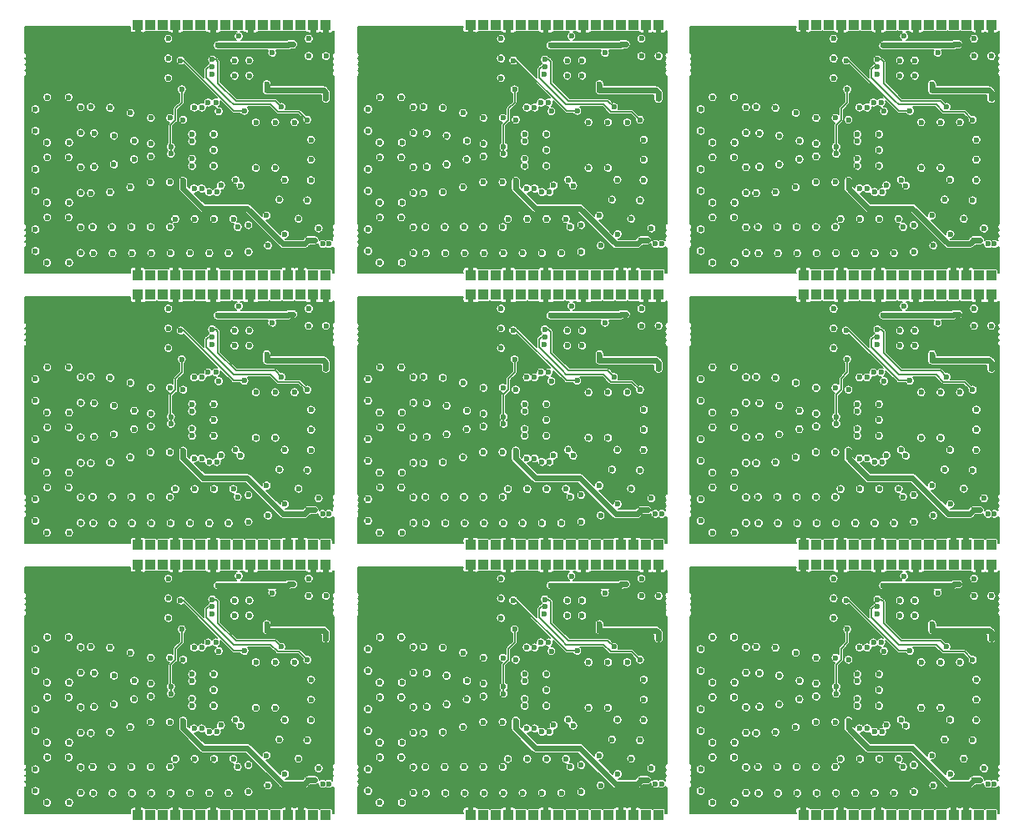
<source format=gbr>
G04 #@! TF.GenerationSoftware,KiCad,Pcbnew,(5.1.4)-1*
G04 #@! TF.CreationDate,2019-11-04T20:33:42-06:00*
G04 #@! TF.ProjectId,rf_panel,72665f70-616e-4656-9c2e-6b696361645f,A*
G04 #@! TF.SameCoordinates,PX811c3f0PY66a06fc*
G04 #@! TF.FileFunction,Copper,L4,Bot*
G04 #@! TF.FilePolarity,Positive*
%FSLAX46Y46*%
G04 Gerber Fmt 4.6, Leading zero omitted, Abs format (unit mm)*
G04 Created by KiCad (PCBNEW (5.1.4)-1) date 2019-11-04 20:33:42*
%MOMM*%
%LPD*%
G04 APERTURE LIST*
%ADD10R,1.000000X1.000000*%
%ADD11C,0.600000*%
%ADD12C,0.600000*%
%ADD13C,0.127000*%
%ADD14C,0.125000*%
G04 APERTURE END LIST*
D10*
X64074000Y-390000D03*
X62804000Y-390000D03*
X61534000Y-390000D03*
X60264000Y-390000D03*
X58994000Y-390000D03*
X57724000Y-390000D03*
X56454000Y-390000D03*
X55184000Y-390000D03*
X53914000Y-390000D03*
X52644000Y-390000D03*
X51374000Y-390000D03*
X50104000Y-390000D03*
X48834000Y-390000D03*
X47564000Y-390000D03*
X46294000Y-390000D03*
X45024000Y-390000D03*
X45024000Y-25790000D03*
X46294000Y-25790000D03*
X47564000Y-25790000D03*
X48834000Y-25790000D03*
X50104000Y-25790000D03*
X51374000Y-25790000D03*
X52644000Y-25790000D03*
X53914000Y-25790000D03*
X55184000Y-25790000D03*
X56454000Y-25790000D03*
X57724000Y-25790000D03*
X58994000Y-25790000D03*
X60264000Y-25790000D03*
X61534000Y-25790000D03*
X62804000Y-25790000D03*
X64074000Y-25790000D03*
X30324000Y-390000D03*
X29054000Y-390000D03*
X27784000Y-390000D03*
X26514000Y-390000D03*
X25244000Y-390000D03*
X23974000Y-390000D03*
X22704000Y-390000D03*
X21434000Y-390000D03*
X20164000Y-390000D03*
X18894000Y-390000D03*
X17624000Y-390000D03*
X16354000Y-390000D03*
X15084000Y-390000D03*
X13814000Y-390000D03*
X12544000Y-390000D03*
X11274000Y-390000D03*
X11274000Y-25790000D03*
X12544000Y-25790000D03*
X13814000Y-25790000D03*
X15084000Y-25790000D03*
X16354000Y-25790000D03*
X17624000Y-25790000D03*
X18894000Y-25790000D03*
X20164000Y-25790000D03*
X21434000Y-25790000D03*
X22704000Y-25790000D03*
X23974000Y-25790000D03*
X25244000Y-25790000D03*
X26514000Y-25790000D03*
X27784000Y-25790000D03*
X29054000Y-25790000D03*
X30324000Y-25790000D03*
X-3426000Y-390000D03*
X-4696000Y-390000D03*
X-5966000Y-390000D03*
X-7236000Y-390000D03*
X-8506000Y-390000D03*
X-9776000Y-390000D03*
X-11046000Y-390000D03*
X-12316000Y-390000D03*
X-13586000Y-390000D03*
X-14856000Y-390000D03*
X-16126000Y-390000D03*
X-17396000Y-390000D03*
X-18666000Y-390000D03*
X-19936000Y-390000D03*
X-21206000Y-390000D03*
X-22476000Y-390000D03*
X-22476000Y-25790000D03*
X-21206000Y-25790000D03*
X-19936000Y-25790000D03*
X-18666000Y-25790000D03*
X-17396000Y-25790000D03*
X-16126000Y-25790000D03*
X-14856000Y-25790000D03*
X-13586000Y-25790000D03*
X-12316000Y-25790000D03*
X-11046000Y-25790000D03*
X-9776000Y-25790000D03*
X-8506000Y-25790000D03*
X-7236000Y-25790000D03*
X-5966000Y-25790000D03*
X-4696000Y-25790000D03*
X-3426000Y-25790000D03*
X64074000Y27010000D03*
X62804000Y27010000D03*
X61534000Y27010000D03*
X60264000Y27010000D03*
X58994000Y27010000D03*
X57724000Y27010000D03*
X56454000Y27010000D03*
X55184000Y27010000D03*
X53914000Y27010000D03*
X52644000Y27010000D03*
X51374000Y27010000D03*
X50104000Y27010000D03*
X48834000Y27010000D03*
X47564000Y27010000D03*
X46294000Y27010000D03*
X45024000Y27010000D03*
X45024000Y1610000D03*
X46294000Y1610000D03*
X47564000Y1610000D03*
X48834000Y1610000D03*
X50104000Y1610000D03*
X51374000Y1610000D03*
X52644000Y1610000D03*
X53914000Y1610000D03*
X55184000Y1610000D03*
X56454000Y1610000D03*
X57724000Y1610000D03*
X58994000Y1610000D03*
X60264000Y1610000D03*
X61534000Y1610000D03*
X62804000Y1610000D03*
X64074000Y1610000D03*
X30324000Y27010000D03*
X29054000Y27010000D03*
X27784000Y27010000D03*
X26514000Y27010000D03*
X25244000Y27010000D03*
X23974000Y27010000D03*
X22704000Y27010000D03*
X21434000Y27010000D03*
X20164000Y27010000D03*
X18894000Y27010000D03*
X17624000Y27010000D03*
X16354000Y27010000D03*
X15084000Y27010000D03*
X13814000Y27010000D03*
X12544000Y27010000D03*
X11274000Y27010000D03*
X11274000Y1610000D03*
X12544000Y1610000D03*
X13814000Y1610000D03*
X15084000Y1610000D03*
X16354000Y1610000D03*
X17624000Y1610000D03*
X18894000Y1610000D03*
X20164000Y1610000D03*
X21434000Y1610000D03*
X22704000Y1610000D03*
X23974000Y1610000D03*
X25244000Y1610000D03*
X26514000Y1610000D03*
X27784000Y1610000D03*
X29054000Y1610000D03*
X30324000Y1610000D03*
X-3426000Y27010000D03*
X-4696000Y27010000D03*
X-5966000Y27010000D03*
X-7236000Y27010000D03*
X-8506000Y27010000D03*
X-9776000Y27010000D03*
X-11046000Y27010000D03*
X-12316000Y27010000D03*
X-13586000Y27010000D03*
X-14856000Y27010000D03*
X-16126000Y27010000D03*
X-17396000Y27010000D03*
X-18666000Y27010000D03*
X-19936000Y27010000D03*
X-21206000Y27010000D03*
X-22476000Y27010000D03*
X-22476000Y1610000D03*
X-21206000Y1610000D03*
X-19936000Y1610000D03*
X-18666000Y1610000D03*
X-17396000Y1610000D03*
X-16126000Y1610000D03*
X-14856000Y1610000D03*
X-13586000Y1610000D03*
X-12316000Y1610000D03*
X-11046000Y1610000D03*
X-9776000Y1610000D03*
X-8506000Y1610000D03*
X-7236000Y1610000D03*
X-5966000Y1610000D03*
X-4696000Y1610000D03*
X-3426000Y1610000D03*
X64074000Y54410000D03*
X62804000Y54410000D03*
X61534000Y54410000D03*
X60264000Y54410000D03*
X58994000Y54410000D03*
X57724000Y54410000D03*
X56454000Y54410000D03*
X55184000Y54410000D03*
X53914000Y54410000D03*
X52644000Y54410000D03*
X51374000Y54410000D03*
X50104000Y54410000D03*
X48834000Y54410000D03*
X47564000Y54410000D03*
X46294000Y54410000D03*
X45024000Y54410000D03*
X45024000Y29010000D03*
X46294000Y29010000D03*
X47564000Y29010000D03*
X48834000Y29010000D03*
X50104000Y29010000D03*
X51374000Y29010000D03*
X52644000Y29010000D03*
X53914000Y29010000D03*
X55184000Y29010000D03*
X56454000Y29010000D03*
X57724000Y29010000D03*
X58994000Y29010000D03*
X60264000Y29010000D03*
X61534000Y29010000D03*
X62804000Y29010000D03*
X64074000Y29010000D03*
X30324000Y54410000D03*
X29054000Y54410000D03*
X27784000Y54410000D03*
X26514000Y54410000D03*
X25244000Y54410000D03*
X23974000Y54410000D03*
X22704000Y54410000D03*
X21434000Y54410000D03*
X20164000Y54410000D03*
X18894000Y54410000D03*
X17624000Y54410000D03*
X16354000Y54410000D03*
X15084000Y54410000D03*
X13814000Y54410000D03*
X12544000Y54410000D03*
X11274000Y54410000D03*
X11274000Y29010000D03*
X12544000Y29010000D03*
X13814000Y29010000D03*
X15084000Y29010000D03*
X16354000Y29010000D03*
X17624000Y29010000D03*
X18894000Y29010000D03*
X20164000Y29010000D03*
X21434000Y29010000D03*
X22704000Y29010000D03*
X23974000Y29010000D03*
X25244000Y29010000D03*
X26514000Y29010000D03*
X27784000Y29010000D03*
X29054000Y29010000D03*
X30324000Y29010000D03*
D11*
X39206160Y-11342000D03*
X38036160Y-12332000D03*
X35786160Y-12332000D03*
X34606160Y-11142000D03*
X34606160Y-8942000D03*
X35816160Y-7742000D03*
X37986160Y-7742000D03*
X39206160Y-8742000D03*
X5456160Y-11342000D03*
X4286160Y-12332000D03*
X2036160Y-12332000D03*
X856160Y-11142000D03*
X856160Y-8942000D03*
X2066160Y-7742000D03*
X4236160Y-7742000D03*
X5456160Y-8742000D03*
X-28293840Y-11342000D03*
X-29463840Y-12332000D03*
X-31713840Y-12332000D03*
X-32893840Y-11142000D03*
X-32893840Y-8942000D03*
X-31683840Y-7742000D03*
X-29513840Y-7742000D03*
X-28293840Y-8742000D03*
X39206160Y16058000D03*
X38036160Y15068000D03*
X35786160Y15068000D03*
X34606160Y16258000D03*
X34606160Y18458000D03*
X35816160Y19658000D03*
X37986160Y19658000D03*
X39206160Y18658000D03*
X5456160Y16058000D03*
X4286160Y15068000D03*
X2036160Y15068000D03*
X856160Y16258000D03*
X856160Y18458000D03*
X2066160Y19658000D03*
X4236160Y19658000D03*
X5456160Y18658000D03*
X-28293840Y16058000D03*
X-29463840Y15068000D03*
X-31713840Y15068000D03*
X-32893840Y16258000D03*
X-32893840Y18458000D03*
X-31683840Y19658000D03*
X-29513840Y19658000D03*
X-28293840Y18658000D03*
X39206160Y43458000D03*
X38036160Y42468000D03*
X35786160Y42468000D03*
X34606160Y43658000D03*
X34606160Y45858000D03*
X35816160Y47058000D03*
X37986160Y47058000D03*
X39206160Y46058000D03*
X5456160Y43458000D03*
X4286160Y42468000D03*
X2036160Y42468000D03*
X856160Y43658000D03*
X856160Y45858000D03*
X2066160Y47058000D03*
X4236160Y47058000D03*
X5456160Y46058000D03*
X39206160Y-17438000D03*
X38036160Y-18428000D03*
X35786160Y-18428000D03*
X34606160Y-17238000D03*
X34606160Y-15038000D03*
X35816160Y-13838000D03*
X37986160Y-13838000D03*
X39206160Y-14838000D03*
X5456160Y-17438000D03*
X4286160Y-18428000D03*
X2036160Y-18428000D03*
X856160Y-17238000D03*
X856160Y-15038000D03*
X2066160Y-13838000D03*
X4236160Y-13838000D03*
X5456160Y-14838000D03*
X-28293840Y-17438000D03*
X-29463840Y-18428000D03*
X-31713840Y-18428000D03*
X-32893840Y-17238000D03*
X-32893840Y-15038000D03*
X-31683840Y-13838000D03*
X-29513840Y-13838000D03*
X-28293840Y-14838000D03*
X39206160Y9962000D03*
X38036160Y8972000D03*
X35786160Y8972000D03*
X34606160Y10162000D03*
X34606160Y12362000D03*
X35816160Y13562000D03*
X37986160Y13562000D03*
X39206160Y12562000D03*
X5456160Y9962000D03*
X4286160Y8972000D03*
X2036160Y8972000D03*
X856160Y10162000D03*
X856160Y12362000D03*
X2066160Y13562000D03*
X4236160Y13562000D03*
X5456160Y12562000D03*
X-28293840Y9962000D03*
X-29463840Y8972000D03*
X-31713840Y8972000D03*
X-32893840Y10162000D03*
X-32893840Y12362000D03*
X-31683840Y13562000D03*
X-29513840Y13562000D03*
X-28293840Y12562000D03*
X39206160Y37362000D03*
X38036160Y36372000D03*
X35786160Y36372000D03*
X34606160Y37562000D03*
X34606160Y39762000D03*
X35816160Y40962000D03*
X37986160Y40962000D03*
X39206160Y39962000D03*
X5456160Y37362000D03*
X4286160Y36372000D03*
X2036160Y36372000D03*
X856160Y37562000D03*
X856160Y39762000D03*
X2066160Y40962000D03*
X4236160Y40962000D03*
X5456160Y39962000D03*
X39206160Y-23534000D03*
X38036160Y-24524000D03*
X35786160Y-24524000D03*
X34606160Y-23334000D03*
X34606160Y-21134000D03*
X35816160Y-19934000D03*
X37986160Y-19934000D03*
X39206160Y-20934000D03*
X5456160Y-23534000D03*
X4286160Y-24524000D03*
X2036160Y-24524000D03*
X856160Y-23334000D03*
X856160Y-21134000D03*
X2066160Y-19934000D03*
X4236160Y-19934000D03*
X5456160Y-20934000D03*
X-28293840Y-23534000D03*
X-29463840Y-24524000D03*
X-31713840Y-24524000D03*
X-32893840Y-23334000D03*
X-32893840Y-21134000D03*
X-31683840Y-19934000D03*
X-29513840Y-19934000D03*
X-28293840Y-20934000D03*
X39206160Y3866000D03*
X38036160Y2876000D03*
X35786160Y2876000D03*
X34606160Y4066000D03*
X34606160Y6266000D03*
X35816160Y7466000D03*
X37986160Y7466000D03*
X39206160Y6466000D03*
X5456160Y3866000D03*
X4286160Y2876000D03*
X2036160Y2876000D03*
X856160Y4066000D03*
X856160Y6266000D03*
X2066160Y7466000D03*
X4236160Y7466000D03*
X5456160Y6466000D03*
X-28293840Y3866000D03*
X-29463840Y2876000D03*
X-31713840Y2876000D03*
X-32893840Y4066000D03*
X-32893840Y6266000D03*
X-31683840Y7466000D03*
X-29513840Y7466000D03*
X-28293840Y6466000D03*
X39206160Y31266000D03*
X38036160Y30276000D03*
X35786160Y30276000D03*
X34606160Y31466000D03*
X34606160Y33666000D03*
X35816160Y34866000D03*
X37986160Y34866000D03*
X39206160Y33866000D03*
X5456160Y31266000D03*
X4286160Y30276000D03*
X2036160Y30276000D03*
X856160Y31466000D03*
X856160Y33666000D03*
X2066160Y34866000D03*
X4236160Y34866000D03*
X5456160Y33866000D03*
X52697100Y-11490000D03*
X52697100Y-14690000D03*
X50497100Y-11490000D03*
X50497100Y-14690000D03*
X52697100Y-13090000D03*
X50497100Y-12190000D03*
X50497100Y-13990000D03*
X18947100Y-11490000D03*
X18947100Y-14690000D03*
X16747100Y-11490000D03*
X16747100Y-14690000D03*
X18947100Y-13090000D03*
X16747100Y-12190000D03*
X16747100Y-13990000D03*
X-14802900Y-11490000D03*
X-14802900Y-14690000D03*
X-17002900Y-11490000D03*
X-17002900Y-14690000D03*
X-14802900Y-13090000D03*
X-17002900Y-12190000D03*
X-17002900Y-13990000D03*
X52697100Y15910000D03*
X52697100Y12710000D03*
X50497100Y15910000D03*
X50497100Y12710000D03*
X52697100Y14310000D03*
X50497100Y15210000D03*
X50497100Y13410000D03*
X18947100Y15910000D03*
X18947100Y12710000D03*
X16747100Y15910000D03*
X16747100Y12710000D03*
X18947100Y14310000D03*
X16747100Y15210000D03*
X16747100Y13410000D03*
X-14802900Y15910000D03*
X-14802900Y12710000D03*
X-17002900Y15910000D03*
X-17002900Y12710000D03*
X-14802900Y14310000D03*
X-17002900Y15210000D03*
X-17002900Y13410000D03*
X52697100Y43310000D03*
X52697100Y40110000D03*
X50497100Y43310000D03*
X50497100Y40110000D03*
X52697100Y41710000D03*
X50497100Y42610000D03*
X50497100Y40810000D03*
X18947100Y43310000D03*
X18947100Y40110000D03*
X16747100Y43310000D03*
X16747100Y40110000D03*
X18947100Y41710000D03*
X16747100Y42610000D03*
X16747100Y40810000D03*
D10*
X-3426000Y29010000D03*
X-4696000Y29010000D03*
X-5966000Y29010000D03*
X-7236000Y29010000D03*
X-8506000Y29010000D03*
X-9776000Y29010000D03*
X-11046000Y29010000D03*
X-12316000Y29010000D03*
X-13586000Y29010000D03*
X-14856000Y29010000D03*
X-16126000Y29010000D03*
X-17396000Y29010000D03*
X-18666000Y29010000D03*
X-19936000Y29010000D03*
X-21206000Y29010000D03*
X-22476000Y29010000D03*
X-22476000Y54410000D03*
X-21206000Y54410000D03*
X-19936000Y54410000D03*
X-18666000Y54410000D03*
X-17396000Y54410000D03*
X-16126000Y54410000D03*
X-14856000Y54410000D03*
X-13586000Y54410000D03*
X-12316000Y54410000D03*
X-11046000Y54410000D03*
X-9776000Y54410000D03*
X-8506000Y54410000D03*
X-7236000Y54410000D03*
X-5966000Y54410000D03*
X-4696000Y54410000D03*
X-3426000Y54410000D03*
D11*
X-17002900Y40810000D03*
X-17002900Y42610000D03*
X-14802900Y41710000D03*
X-17002900Y40110000D03*
X-17002900Y43310000D03*
X-14802900Y40110000D03*
X-14802900Y43310000D03*
X-28293840Y46058000D03*
X-29513840Y47058000D03*
X-31683840Y47058000D03*
X-32893840Y45858000D03*
X-32893840Y43658000D03*
X-31713840Y42468000D03*
X-29463840Y42468000D03*
X-28293840Y43458000D03*
X-28293840Y39962000D03*
X-29513840Y40962000D03*
X-31683840Y40962000D03*
X-32893840Y39762000D03*
X-32893840Y37562000D03*
X-31713840Y36372000D03*
X-29463840Y36372000D03*
X-28293840Y37362000D03*
X-28293840Y33866000D03*
X-29513840Y34866000D03*
X-31683840Y34866000D03*
X-32893840Y33666000D03*
X-32893840Y31466000D03*
X-31713840Y30276000D03*
X-29463840Y30276000D03*
X-28293840Y31266000D03*
X-11185000Y50790000D03*
X-12685000Y49257900D03*
X-11185000Y49257900D03*
X-12685000Y50790000D03*
X-23244949Y45480596D03*
X-21179582Y44972000D03*
X-25310621Y45995575D03*
X-24918697Y43159782D03*
X-22855525Y42644122D03*
X-21179582Y42355800D03*
X-23262204Y37934490D03*
X-25310621Y37424414D03*
X-21214017Y38445491D03*
X-22880559Y40768563D03*
X-24927092Y40257974D03*
X-21179582Y41060400D03*
X-19231019Y33896680D03*
X-11271988Y31369700D03*
X-9300342Y32022048D03*
X-7570130Y33169510D03*
X-6201870Y34732351D03*
X-5305355Y36606521D03*
X-4938644Y38650365D03*
X-4923148Y40733698D03*
X-19173800Y31242700D03*
X-17208573Y31248004D03*
X-15246573Y31248004D03*
X-13284573Y31248004D03*
X-21195800Y33894700D03*
X-23157800Y33894700D03*
X-25119800Y33894700D03*
X-27081800Y33894700D03*
X-18700019Y34710639D03*
X-12364019Y33905459D03*
X-21135354Y31237245D03*
X-23097354Y31237245D03*
X-25059354Y31237245D03*
X-27021354Y31237245D03*
X-26931588Y40003604D03*
X-27272621Y37333300D03*
X-26931589Y43416385D03*
X-19217582Y44972000D03*
X-19252017Y38445491D03*
X-10523548Y44522000D03*
X-8561548Y44522000D03*
X-4923148Y42756548D03*
X-6599548Y44522000D03*
X-14776019Y34710639D03*
X-27272621Y46086700D03*
X-10523548Y39898000D03*
X-8561548Y39898000D03*
X-7597701Y38681858D03*
X-11277131Y34097474D03*
X-9439776Y35061434D03*
X-8143081Y36681069D03*
X-16738019Y34710639D03*
X-12814019Y34710639D03*
X-4160000Y33760000D03*
X-19410000Y53010000D03*
X-19410000Y49010000D03*
X-19410000Y51010000D03*
X-5160000Y53010000D03*
X-5160000Y51260000D03*
X-3410000Y51260000D03*
X15049981Y34710639D03*
X48799981Y34710639D03*
X-18700019Y7310639D03*
X15049981Y7310639D03*
X48799981Y7310639D03*
X-18700019Y-20089361D03*
X15049981Y-20089361D03*
X48799981Y-20089361D03*
X27548130Y34732351D03*
X61298130Y34732351D03*
X-6201870Y7332351D03*
X27548130Y7332351D03*
X61298130Y7332351D03*
X-6201870Y-20067649D03*
X27548130Y-20067649D03*
X61298130Y-20067649D03*
X20465427Y31248004D03*
X54215427Y31248004D03*
X-13284573Y3848004D03*
X20465427Y3848004D03*
X54215427Y3848004D03*
X-13284573Y-23551996D03*
X20465427Y-23551996D03*
X54215427Y-23551996D03*
X28444645Y36606521D03*
X62194645Y36606521D03*
X-5305355Y9206521D03*
X28444645Y9206521D03*
X62194645Y9206521D03*
X-5305355Y-18193479D03*
X28444645Y-18193479D03*
X62194645Y-18193479D03*
X28811356Y38650365D03*
X62561356Y38650365D03*
X-4938644Y11250365D03*
X28811356Y11250365D03*
X62561356Y11250365D03*
X-4938644Y-16149635D03*
X28811356Y-16149635D03*
X62561356Y-16149635D03*
X28826852Y40733698D03*
X62576852Y40733698D03*
X-4923148Y13333698D03*
X28826852Y13333698D03*
X62576852Y13333698D03*
X-4923148Y-14066302D03*
X28826852Y-14066302D03*
X62576852Y-14066302D03*
X18503427Y31248004D03*
X52253427Y31248004D03*
X-15246573Y3848004D03*
X18503427Y3848004D03*
X52253427Y3848004D03*
X-15246573Y-23551996D03*
X18503427Y-23551996D03*
X52253427Y-23551996D03*
X10592200Y33894700D03*
X44342200Y33894700D03*
X-23157800Y6494700D03*
X10592200Y6494700D03*
X44342200Y6494700D03*
X-23157800Y-20905300D03*
X10592200Y-20905300D03*
X44342200Y-20905300D03*
X8630200Y33894700D03*
X42380200Y33894700D03*
X-25119800Y6494700D03*
X8630200Y6494700D03*
X42380200Y6494700D03*
X-25119800Y-20905300D03*
X8630200Y-20905300D03*
X42380200Y-20905300D03*
X12554200Y33894700D03*
X46304200Y33894700D03*
X-21195800Y6494700D03*
X12554200Y6494700D03*
X46304200Y6494700D03*
X-21195800Y-20905300D03*
X12554200Y-20905300D03*
X46304200Y-20905300D03*
X14576200Y31242700D03*
X48326200Y31242700D03*
X-19173800Y3842700D03*
X14576200Y3842700D03*
X48326200Y3842700D03*
X-19173800Y-23557300D03*
X14576200Y-23557300D03*
X48326200Y-23557300D03*
X16541427Y31248004D03*
X50291427Y31248004D03*
X-17208573Y3848004D03*
X16541427Y3848004D03*
X50291427Y3848004D03*
X-17208573Y-23551996D03*
X16541427Y-23551996D03*
X50291427Y-23551996D03*
X6668200Y33894700D03*
X40418200Y33894700D03*
X-27081800Y6494700D03*
X6668200Y6494700D03*
X40418200Y6494700D03*
X-27081800Y-20905300D03*
X6668200Y-20905300D03*
X40418200Y-20905300D03*
X21065000Y50790000D03*
X54815000Y50790000D03*
X-12685000Y23390000D03*
X21065000Y23390000D03*
X54815000Y23390000D03*
X-12685000Y-4010000D03*
X21065000Y-4010000D03*
X54815000Y-4010000D03*
X10505051Y45480596D03*
X44255051Y45480596D03*
X-23244949Y18080596D03*
X10505051Y18080596D03*
X44255051Y18080596D03*
X-23244949Y-9319404D03*
X10505051Y-9319404D03*
X44255051Y-9319404D03*
X22565000Y50790000D03*
X56315000Y50790000D03*
X-11185000Y23390000D03*
X22565000Y23390000D03*
X56315000Y23390000D03*
X-11185000Y-4010000D03*
X22565000Y-4010000D03*
X56315000Y-4010000D03*
X12570418Y44972000D03*
X46320418Y44972000D03*
X-21179582Y17572000D03*
X12570418Y17572000D03*
X46320418Y17572000D03*
X-21179582Y-9828000D03*
X12570418Y-9828000D03*
X46320418Y-9828000D03*
X8439379Y45995575D03*
X42189379Y45995575D03*
X-25310621Y18595575D03*
X8439379Y18595575D03*
X42189379Y18595575D03*
X-25310621Y-8804425D03*
X8439379Y-8804425D03*
X42189379Y-8804425D03*
X21065000Y49257900D03*
X54815000Y49257900D03*
X-12685000Y21857900D03*
X21065000Y21857900D03*
X54815000Y21857900D03*
X-12685000Y-5542100D03*
X21065000Y-5542100D03*
X54815000Y-5542100D03*
X22565000Y49257900D03*
X56315000Y49257900D03*
X-11185000Y21857900D03*
X22565000Y21857900D03*
X56315000Y21857900D03*
X-11185000Y-5542100D03*
X22565000Y-5542100D03*
X56315000Y-5542100D03*
X6818411Y43416385D03*
X40568411Y43416385D03*
X-26931589Y16016385D03*
X6818411Y16016385D03*
X40568411Y16016385D03*
X-26931589Y-11383615D03*
X6818411Y-11383615D03*
X40568411Y-11383615D03*
X8690646Y31237245D03*
X42440646Y31237245D03*
X-25059354Y3837245D03*
X8690646Y3837245D03*
X42440646Y3837245D03*
X-25059354Y-23562755D03*
X8690646Y-23562755D03*
X42440646Y-23562755D03*
X14532418Y44972000D03*
X48282418Y44972000D03*
X-19217582Y17572000D03*
X14532418Y17572000D03*
X48282418Y17572000D03*
X-19217582Y-9828000D03*
X14532418Y-9828000D03*
X48282418Y-9828000D03*
X27150452Y44522000D03*
X60900452Y44522000D03*
X-6599548Y17122000D03*
X27150452Y17122000D03*
X60900452Y17122000D03*
X-6599548Y-10278000D03*
X27150452Y-10278000D03*
X60900452Y-10278000D03*
X18973981Y34710639D03*
X52723981Y34710639D03*
X-14776019Y7310639D03*
X18973981Y7310639D03*
X52723981Y7310639D03*
X-14776019Y-20089361D03*
X18973981Y-20089361D03*
X52723981Y-20089361D03*
X20935981Y34710639D03*
X54685981Y34710639D03*
X-12814019Y7310639D03*
X20935981Y7310639D03*
X54685981Y7310639D03*
X-12814019Y-20089361D03*
X20935981Y-20089361D03*
X54685981Y-20089361D03*
X14497983Y38445491D03*
X48247983Y38445491D03*
X-19252017Y11045491D03*
X14497983Y11045491D03*
X48247983Y11045491D03*
X-19252017Y-16354509D03*
X14497983Y-16354509D03*
X48247983Y-16354509D03*
X6477379Y37333300D03*
X40227379Y37333300D03*
X-27272621Y9933300D03*
X6477379Y9933300D03*
X40227379Y9933300D03*
X-27272621Y-17466700D03*
X6477379Y-17466700D03*
X40227379Y-17466700D03*
X12614646Y31237245D03*
X46364646Y31237245D03*
X-21135354Y3837245D03*
X12614646Y3837245D03*
X46364646Y3837245D03*
X-21135354Y-23562755D03*
X12614646Y-23562755D03*
X46364646Y-23562755D03*
X26152299Y38681858D03*
X59902299Y38681858D03*
X-7597701Y11281858D03*
X26152299Y11281858D03*
X59902299Y11281858D03*
X-7597701Y-16118142D03*
X26152299Y-16118142D03*
X59902299Y-16118142D03*
X25606919Y36681069D03*
X59356919Y36681069D03*
X-8143081Y9281069D03*
X25606919Y9281069D03*
X59356919Y9281069D03*
X-8143081Y-18118931D03*
X25606919Y-18118931D03*
X59356919Y-18118931D03*
X25188452Y44522000D03*
X58938452Y44522000D03*
X-8561548Y17122000D03*
X25188452Y17122000D03*
X58938452Y17122000D03*
X-8561548Y-10278000D03*
X25188452Y-10278000D03*
X58938452Y-10278000D03*
X28590000Y53010000D03*
X62340000Y53010000D03*
X-5160000Y25610000D03*
X28590000Y25610000D03*
X62340000Y25610000D03*
X-5160000Y-1790000D03*
X28590000Y-1790000D03*
X62340000Y-1790000D03*
X28826852Y42756548D03*
X62576852Y42756548D03*
X-4923148Y15356548D03*
X28826852Y15356548D03*
X62576852Y15356548D03*
X-4923148Y-12043452D03*
X28826852Y-12043452D03*
X62576852Y-12043452D03*
X14340000Y53010000D03*
X48090000Y53010000D03*
X-19410000Y25610000D03*
X14340000Y25610000D03*
X48090000Y25610000D03*
X-19410000Y-1790000D03*
X14340000Y-1790000D03*
X48090000Y-1790000D03*
X14340000Y51010000D03*
X48090000Y51010000D03*
X-19410000Y23610000D03*
X14340000Y23610000D03*
X48090000Y23610000D03*
X-19410000Y-3790000D03*
X14340000Y-3790000D03*
X48090000Y-3790000D03*
X25188452Y39898000D03*
X58938452Y39898000D03*
X-8561548Y12498000D03*
X25188452Y12498000D03*
X58938452Y12498000D03*
X-8561548Y-14902000D03*
X25188452Y-14902000D03*
X58938452Y-14902000D03*
X14340000Y49010000D03*
X48090000Y49010000D03*
X-19410000Y21610000D03*
X14340000Y21610000D03*
X48090000Y21610000D03*
X-19410000Y-5790000D03*
X14340000Y-5790000D03*
X48090000Y-5790000D03*
X23226452Y39898000D03*
X56976452Y39898000D03*
X-10523548Y12498000D03*
X23226452Y12498000D03*
X56976452Y12498000D03*
X-10523548Y-14902000D03*
X23226452Y-14902000D03*
X56976452Y-14902000D03*
X30340000Y51260000D03*
X64090000Y51260000D03*
X-3410000Y23860000D03*
X30340000Y23860000D03*
X64090000Y23860000D03*
X-3410000Y-3540000D03*
X30340000Y-3540000D03*
X64090000Y-3540000D03*
X6818412Y40003604D03*
X40568412Y40003604D03*
X-26931588Y12603604D03*
X6818412Y12603604D03*
X40568412Y12603604D03*
X-26931588Y-14796396D03*
X6818412Y-14796396D03*
X40568412Y-14796396D03*
X21385981Y33905459D03*
X55135981Y33905459D03*
X-12364019Y6505459D03*
X21385981Y6505459D03*
X55135981Y6505459D03*
X-12364019Y-20894541D03*
X21385981Y-20894541D03*
X55135981Y-20894541D03*
X10652646Y31237245D03*
X44402646Y31237245D03*
X-23097354Y3837245D03*
X10652646Y3837245D03*
X44402646Y3837245D03*
X-23097354Y-23562755D03*
X10652646Y-23562755D03*
X44402646Y-23562755D03*
X23226452Y44522000D03*
X56976452Y44522000D03*
X-10523548Y17122000D03*
X23226452Y17122000D03*
X56976452Y17122000D03*
X-10523548Y-10278000D03*
X23226452Y-10278000D03*
X56976452Y-10278000D03*
X6477379Y46086700D03*
X40227379Y46086700D03*
X-27272621Y18686700D03*
X6477379Y18686700D03*
X40227379Y18686700D03*
X-27272621Y-8713300D03*
X6477379Y-8713300D03*
X40227379Y-8713300D03*
X24310224Y35061434D03*
X58060224Y35061434D03*
X-9439776Y7661434D03*
X24310224Y7661434D03*
X58060224Y7661434D03*
X-9439776Y-19738566D03*
X24310224Y-19738566D03*
X58060224Y-19738566D03*
X6728646Y31237245D03*
X40478646Y31237245D03*
X-27021354Y3837245D03*
X6728646Y3837245D03*
X40478646Y3837245D03*
X-27021354Y-23562755D03*
X6728646Y-23562755D03*
X40478646Y-23562755D03*
X22472869Y34097474D03*
X56222869Y34097474D03*
X-11277131Y6697474D03*
X22472869Y6697474D03*
X56222869Y6697474D03*
X-11277131Y-20702526D03*
X22472869Y-20702526D03*
X56222869Y-20702526D03*
X17011981Y34710639D03*
X50761981Y34710639D03*
X-16738019Y7310639D03*
X17011981Y7310639D03*
X50761981Y7310639D03*
X-16738019Y-20089361D03*
X17011981Y-20089361D03*
X50761981Y-20089361D03*
X29590000Y33760000D03*
X63340000Y33760000D03*
X-4160000Y6360000D03*
X29590000Y6360000D03*
X63340000Y6360000D03*
X-4160000Y-21040000D03*
X29590000Y-21040000D03*
X63340000Y-21040000D03*
X28590000Y51260000D03*
X62340000Y51260000D03*
X-5160000Y23860000D03*
X28590000Y23860000D03*
X62340000Y23860000D03*
X-5160000Y-3540000D03*
X28590000Y-3540000D03*
X62340000Y-3540000D03*
X10894475Y42644122D03*
X44644475Y42644122D03*
X-22855525Y15244122D03*
X10894475Y15244122D03*
X44644475Y15244122D03*
X-22855525Y-12155878D03*
X10894475Y-12155878D03*
X44644475Y-12155878D03*
X10487796Y37934490D03*
X44237796Y37934490D03*
X-23262204Y10534490D03*
X10487796Y10534490D03*
X44237796Y10534490D03*
X-23262204Y-16865510D03*
X10487796Y-16865510D03*
X44237796Y-16865510D03*
X24449658Y32022048D03*
X58199658Y32022048D03*
X-9300342Y4622048D03*
X24449658Y4622048D03*
X58199658Y4622048D03*
X-9300342Y-22777952D03*
X24449658Y-22777952D03*
X58199658Y-22777952D03*
X26179870Y33169510D03*
X59929870Y33169510D03*
X-7570130Y5769510D03*
X26179870Y5769510D03*
X59929870Y5769510D03*
X-7570130Y-21630490D03*
X26179870Y-21630490D03*
X59929870Y-21630490D03*
X8831303Y43159782D03*
X42581303Y43159782D03*
X-24918697Y15759782D03*
X8831303Y15759782D03*
X42581303Y15759782D03*
X-24918697Y-11640218D03*
X8831303Y-11640218D03*
X42581303Y-11640218D03*
X12535983Y38445491D03*
X46285983Y38445491D03*
X-21214017Y11045491D03*
X12535983Y11045491D03*
X46285983Y11045491D03*
X-21214017Y-16354509D03*
X12535983Y-16354509D03*
X46285983Y-16354509D03*
X10869441Y40768563D03*
X44619441Y40768563D03*
X-22880559Y13368563D03*
X10869441Y13368563D03*
X44619441Y13368563D03*
X-22880559Y-14031437D03*
X10869441Y-14031437D03*
X44619441Y-14031437D03*
X8822908Y40257974D03*
X42572908Y40257974D03*
X-24927092Y12857974D03*
X8822908Y12857974D03*
X42572908Y12857974D03*
X-24927092Y-14542026D03*
X8822908Y-14542026D03*
X42572908Y-14542026D03*
X12570418Y41060400D03*
X46320418Y41060400D03*
X-21179582Y13660400D03*
X12570418Y13660400D03*
X46320418Y13660400D03*
X-21179582Y-13739600D03*
X12570418Y-13739600D03*
X46320418Y-13739600D03*
X14518981Y33896680D03*
X48268981Y33896680D03*
X-19231019Y6496680D03*
X14518981Y6496680D03*
X48268981Y6496680D03*
X-19231019Y-20903320D03*
X14518981Y-20903320D03*
X48268981Y-20903320D03*
X22478012Y31369700D03*
X56228012Y31369700D03*
X-11271988Y3969700D03*
X22478012Y3969700D03*
X56228012Y3969700D03*
X-11271988Y-23430300D03*
X22478012Y-23430300D03*
X56228012Y-23430300D03*
X12570418Y42355800D03*
X46320418Y42355800D03*
X-21179582Y14955800D03*
X12570418Y14955800D03*
X46320418Y14955800D03*
X-21179582Y-12444200D03*
X12570418Y-12444200D03*
X46320418Y-12444200D03*
X8439379Y37424414D03*
X42189379Y37424414D03*
X-25310621Y10024414D03*
X8439379Y10024414D03*
X42189379Y10024414D03*
X-25310621Y-17375586D03*
X8439379Y-17375586D03*
X42189379Y-17375586D03*
X-22793500Y53457500D03*
X-22158500Y53457500D03*
X-7384200Y48737900D03*
X-3574200Y49652300D03*
X-5775500Y29964760D03*
X-6156500Y46536000D03*
X-5775500Y30584520D03*
X26365800Y48737900D03*
X60115800Y48737900D03*
X-7384200Y21337900D03*
X26365800Y21337900D03*
X60115800Y21337900D03*
X-7384200Y-6062100D03*
X26365800Y-6062100D03*
X60115800Y-6062100D03*
X27974500Y29964760D03*
X61724500Y29964760D03*
X-5775500Y2564760D03*
X27974500Y2564760D03*
X61724500Y2564760D03*
X-5775500Y-24835240D03*
X27974500Y-24835240D03*
X61724500Y-24835240D03*
X27974500Y30584520D03*
X61724500Y30584520D03*
X-5775500Y3184520D03*
X27974500Y3184520D03*
X61724500Y3184520D03*
X-5775500Y-24215480D03*
X27974500Y-24215480D03*
X61724500Y-24215480D03*
X30175800Y49652300D03*
X63925800Y49652300D03*
X-3574200Y22252300D03*
X30175800Y22252300D03*
X63925800Y22252300D03*
X-3574200Y-5147700D03*
X30175800Y-5147700D03*
X63925800Y-5147700D03*
X11591500Y53457500D03*
X45341500Y53457500D03*
X-22158500Y26057500D03*
X11591500Y26057500D03*
X45341500Y26057500D03*
X-22158500Y-1342500D03*
X11591500Y-1342500D03*
X45341500Y-1342500D03*
X27593500Y46536000D03*
X61343500Y46536000D03*
X-6156500Y19136000D03*
X27593500Y19136000D03*
X61343500Y19136000D03*
X-6156500Y-8264000D03*
X27593500Y-8264000D03*
X61343500Y-8264000D03*
X10956500Y53457500D03*
X44706500Y53457500D03*
X-22793500Y26057500D03*
X10956500Y26057500D03*
X44706500Y26057500D03*
X-22793500Y-1342500D03*
X10956500Y-1342500D03*
X44706500Y-1342500D03*
X-15018600Y49398300D03*
X-6774600Y52446300D03*
X-14394600Y52344700D03*
X-9416200Y47772700D03*
X-3743500Y32185000D03*
X-3108500Y32185000D03*
X-3426000Y46917000D03*
X-3426000Y47526600D03*
X-9416200Y48395000D03*
X18731400Y49398300D03*
X52481400Y49398300D03*
X-15018600Y21998300D03*
X18731400Y21998300D03*
X52481400Y21998300D03*
X-15018600Y-5401700D03*
X18731400Y-5401700D03*
X52481400Y-5401700D03*
X24333800Y47772700D03*
X58083800Y47772700D03*
X-9416200Y20372700D03*
X24333800Y20372700D03*
X58083800Y20372700D03*
X-9416200Y-7027300D03*
X24333800Y-7027300D03*
X58083800Y-7027300D03*
X30641500Y32185000D03*
X64391500Y32185000D03*
X-3108500Y4785000D03*
X30641500Y4785000D03*
X64391500Y4785000D03*
X-3108500Y-22615000D03*
X30641500Y-22615000D03*
X64391500Y-22615000D03*
X30324000Y46917000D03*
X64074000Y46917000D03*
X-3426000Y19517000D03*
X30324000Y19517000D03*
X64074000Y19517000D03*
X-3426000Y-7883000D03*
X30324000Y-7883000D03*
X64074000Y-7883000D03*
X30324000Y47526600D03*
X64074000Y47526600D03*
X-3426000Y20126600D03*
X30324000Y20126600D03*
X64074000Y20126600D03*
X-3426000Y-7273400D03*
X30324000Y-7273400D03*
X64074000Y-7273400D03*
X30006500Y32185000D03*
X63756500Y32185000D03*
X-3743500Y4785000D03*
X30006500Y4785000D03*
X63756500Y4785000D03*
X-3743500Y-22615000D03*
X30006500Y-22615000D03*
X63756500Y-22615000D03*
X24333800Y48395000D03*
X58083800Y48395000D03*
X-9416200Y20995000D03*
X24333800Y20995000D03*
X58083800Y20995000D03*
X-9416200Y-6405000D03*
X24333800Y-6405000D03*
X58083800Y-6405000D03*
X19355400Y52344700D03*
X53105400Y52344700D03*
X-14394600Y24944700D03*
X19355400Y24944700D03*
X53105400Y24944700D03*
X-14394600Y-2455300D03*
X19355400Y-2455300D03*
X53105400Y-2455300D03*
X26975400Y52446300D03*
X60725400Y52446300D03*
X-6774600Y25046300D03*
X26975400Y25046300D03*
X60725400Y25046300D03*
X-6774600Y-2353700D03*
X26975400Y-2353700D03*
X60725400Y-2353700D03*
X-19146300Y42044200D03*
X-19146300Y41333000D03*
X-18031000Y47869500D03*
X15719000Y47869500D03*
X49469000Y47869500D03*
X-18031000Y20469500D03*
X15719000Y20469500D03*
X49469000Y20469500D03*
X-18031000Y-6930500D03*
X15719000Y-6930500D03*
X49469000Y-6930500D03*
X14603700Y41333000D03*
X48353700Y41333000D03*
X-19146300Y13933000D03*
X14603700Y13933000D03*
X48353700Y13933000D03*
X-19146300Y-13467000D03*
X14603700Y-13467000D03*
X48353700Y-13467000D03*
X14603700Y42044200D03*
X48353700Y42044200D03*
X-19146300Y14644200D03*
X14603700Y14644200D03*
X48353700Y14644200D03*
X-19146300Y-12755800D03*
X14603700Y-12755800D03*
X48353700Y-12755800D03*
X-17902900Y38610000D03*
X-17905900Y44785000D03*
X-4569000Y32566000D03*
X-5204000Y32566000D03*
X29181000Y32566000D03*
X62931000Y32566000D03*
X-4569000Y5166000D03*
X29181000Y5166000D03*
X62931000Y5166000D03*
X-4569000Y-22234000D03*
X29181000Y-22234000D03*
X62931000Y-22234000D03*
X15847100Y38610000D03*
X49597100Y38610000D03*
X-17902900Y11210000D03*
X15847100Y11210000D03*
X49597100Y11210000D03*
X-17902900Y-16190000D03*
X15847100Y-16190000D03*
X49597100Y-16190000D03*
X15844100Y44785000D03*
X49594100Y44785000D03*
X-17905900Y17385000D03*
X15844100Y17385000D03*
X49594100Y17385000D03*
X-17905900Y-10015000D03*
X15844100Y-10015000D03*
X49594100Y-10015000D03*
X28546000Y32566000D03*
X62296000Y32566000D03*
X-5204000Y5166000D03*
X28546000Y5166000D03*
X62296000Y5166000D03*
X-5204000Y-22234000D03*
X28546000Y-22234000D03*
X62296000Y-22234000D03*
X-14957600Y50169897D03*
X-5305600Y44783400D03*
X28444400Y44783400D03*
X62194400Y44783400D03*
X-5305600Y17383400D03*
X28444400Y17383400D03*
X62194400Y17383400D03*
X-5305600Y-10016600D03*
X28444400Y-10016600D03*
X62194400Y-10016600D03*
X18792400Y50169897D03*
X52542400Y50169897D03*
X-14957600Y22769897D03*
X18792400Y22769897D03*
X52542400Y22769897D03*
X-14957600Y-4630103D03*
X18792400Y-4630103D03*
X52542400Y-4630103D03*
X-14957600Y50896900D03*
X-7947200Y46086700D03*
X25802800Y46086700D03*
X59552800Y46086700D03*
X-7947200Y18686700D03*
X25802800Y18686700D03*
X59552800Y18686700D03*
X-7947200Y-8713300D03*
X25802800Y-8713300D03*
X59552800Y-8713300D03*
X18792400Y50896900D03*
X52542400Y50896900D03*
X-14957600Y23496900D03*
X18792400Y23496900D03*
X52542400Y23496900D03*
X-14957600Y-3903100D03*
X18792400Y-3903100D03*
X52542400Y-3903100D03*
X-12265200Y53267000D03*
X21484800Y53267000D03*
X55234800Y53267000D03*
X-12265200Y25867000D03*
X21484800Y25867000D03*
X55234800Y25867000D03*
X-12265200Y-1533000D03*
X21484800Y-1533000D03*
X55234800Y-1533000D03*
X-12082320Y38090500D03*
X21667680Y38090500D03*
X55417680Y38090500D03*
X-12082320Y10690500D03*
X21667680Y10690500D03*
X55417680Y10690500D03*
X-12082320Y-16709500D03*
X21667680Y-16709500D03*
X55417680Y-16709500D03*
X-12582700Y38679780D03*
X21167300Y38679780D03*
X54917300Y38679780D03*
X-12582700Y11279780D03*
X21167300Y11279780D03*
X54917300Y11279780D03*
X-12582700Y-16120220D03*
X21167300Y-16120220D03*
X54917300Y-16120220D03*
X-8857400Y51582700D03*
X24892600Y51582700D03*
X58642600Y51582700D03*
X-8857400Y24182700D03*
X24892600Y24182700D03*
X58642600Y24182700D03*
X-8857400Y-3217300D03*
X24892600Y-3217300D03*
X58642600Y-3217300D03*
X-16791800Y37810000D03*
X16958200Y37810000D03*
X50708200Y37810000D03*
X-16791800Y10410000D03*
X16958200Y10410000D03*
X50708200Y10410000D03*
X-16791800Y-16990000D03*
X16958200Y-16990000D03*
X50708200Y-16990000D03*
X-16014000Y37810000D03*
X17736000Y37810000D03*
X51486000Y37810000D03*
X-16014000Y10410000D03*
X17736000Y10410000D03*
X51486000Y10410000D03*
X-16014000Y-16990000D03*
X17736000Y-16990000D03*
X51486000Y-16990000D03*
X-15266800Y37450000D03*
X18483200Y37450000D03*
X52233200Y37450000D03*
X-15266800Y10050000D03*
X18483200Y10050000D03*
X52233200Y10050000D03*
X-15266800Y-17350000D03*
X18483200Y-17350000D03*
X52233200Y-17350000D03*
X-14489000Y37450000D03*
X19261000Y37450000D03*
X53011000Y37450000D03*
X-14489000Y10050000D03*
X19261000Y10050000D03*
X53011000Y10050000D03*
X-14489000Y-17350000D03*
X19261000Y-17350000D03*
X53011000Y-17350000D03*
X-14058440Y38128320D03*
X19691560Y38128320D03*
X53441560Y38128320D03*
X-14058440Y10728320D03*
X19691560Y10728320D03*
X53441560Y10728320D03*
X-14058440Y-16671680D03*
X19691560Y-16671680D03*
X53441560Y-16671680D03*
X-14297200Y45647000D03*
X19452800Y45647000D03*
X53202800Y45647000D03*
X-14297200Y18247000D03*
X19452800Y18247000D03*
X53202800Y18247000D03*
X-14297200Y-9153000D03*
X19452800Y-9153000D03*
X53202800Y-9153000D03*
X-14583940Y46536000D03*
X19166060Y46536000D03*
X52916060Y46536000D03*
X-14583940Y19136000D03*
X19166060Y19136000D03*
X52916060Y19136000D03*
X-14583940Y-8264000D03*
X19166060Y-8264000D03*
X52916060Y-8264000D03*
X-15361740Y46536000D03*
X18388260Y46536000D03*
X52138260Y46536000D03*
X-15361740Y19136000D03*
X18388260Y19136000D03*
X52138260Y19136000D03*
X-15361740Y-8264000D03*
X18388260Y-8264000D03*
X52138260Y-8264000D03*
X-16014000Y46028000D03*
X17736000Y46028000D03*
X51486000Y46028000D03*
X-16014000Y18628000D03*
X17736000Y18628000D03*
X51486000Y18628000D03*
X-16014000Y-8772000D03*
X17736000Y-8772000D03*
X51486000Y-8772000D03*
X-16791800Y46028000D03*
X16958200Y46028000D03*
X50708200Y46028000D03*
X-16791800Y18628000D03*
X16958200Y18628000D03*
X50708200Y18628000D03*
X-16791800Y-8772000D03*
X16958200Y-8772000D03*
X50708200Y-8772000D03*
X-18158000Y50790500D03*
X-11681000Y45689900D03*
X15592000Y50790500D03*
X49342000Y50790500D03*
X-18158000Y23390500D03*
X15592000Y23390500D03*
X49342000Y23390500D03*
X-18158000Y-4009500D03*
X15592000Y-4009500D03*
X49342000Y-4009500D03*
X22069000Y45689900D03*
X55819000Y45689900D03*
X-11681000Y18289900D03*
X22069000Y18289900D03*
X55819000Y18289900D03*
X-11681000Y-9110100D03*
X22069000Y-9110100D03*
X55819000Y-9110100D03*
D12*
X-6732800Y52446300D02*
X-6774600Y52446300D01*
X-3672100Y47772700D02*
X-3426000Y47526600D01*
X-9416200Y47772700D02*
X-3672100Y47772700D01*
X-6774600Y52446300D02*
X-7198864Y52446300D01*
X-7300464Y52344700D02*
X-14394600Y52344700D01*
X-7198864Y52446300D02*
X-7300464Y52344700D01*
X-3426000Y47526600D02*
X-3426000Y46917000D01*
X-9416200Y48292800D02*
X-9416200Y47772700D01*
X26975400Y52446300D02*
X26551136Y52446300D01*
X60725400Y52446300D02*
X60301136Y52446300D01*
X-6774600Y25046300D02*
X-7198864Y25046300D01*
X26975400Y25046300D02*
X26551136Y25046300D01*
X60725400Y25046300D02*
X60301136Y25046300D01*
X-6774600Y-2353700D02*
X-7198864Y-2353700D01*
X26975400Y-2353700D02*
X26551136Y-2353700D01*
X60725400Y-2353700D02*
X60301136Y-2353700D01*
X30324000Y47526600D02*
X30324000Y46917000D01*
X64074000Y47526600D02*
X64074000Y46917000D01*
X-3426000Y20126600D02*
X-3426000Y19517000D01*
X30324000Y20126600D02*
X30324000Y19517000D01*
X64074000Y20126600D02*
X64074000Y19517000D01*
X-3426000Y-7273400D02*
X-3426000Y-7883000D01*
X30324000Y-7273400D02*
X30324000Y-7883000D01*
X64074000Y-7273400D02*
X64074000Y-7883000D01*
X24333800Y48292800D02*
X24333800Y47772700D01*
X58083800Y48292800D02*
X58083800Y47772700D01*
X-9416200Y20892800D02*
X-9416200Y20372700D01*
X24333800Y20892800D02*
X24333800Y20372700D01*
X58083800Y20892800D02*
X58083800Y20372700D01*
X-9416200Y-6507200D02*
X-9416200Y-7027300D01*
X24333800Y-6507200D02*
X24333800Y-7027300D01*
X58083800Y-6507200D02*
X58083800Y-7027300D01*
X26449536Y52344700D02*
X19355400Y52344700D01*
X60199536Y52344700D02*
X53105400Y52344700D01*
X-7300464Y24944700D02*
X-14394600Y24944700D01*
X26449536Y24944700D02*
X19355400Y24944700D01*
X60199536Y24944700D02*
X53105400Y24944700D01*
X-7300464Y-2455300D02*
X-14394600Y-2455300D01*
X26449536Y-2455300D02*
X19355400Y-2455300D01*
X60199536Y-2455300D02*
X53105400Y-2455300D01*
X30077900Y47772700D02*
X30324000Y47526600D01*
X63827900Y47772700D02*
X64074000Y47526600D01*
X-3672100Y20372700D02*
X-3426000Y20126600D01*
X30077900Y20372700D02*
X30324000Y20126600D01*
X63827900Y20372700D02*
X64074000Y20126600D01*
X-3672100Y-7027300D02*
X-3426000Y-7273400D01*
X30077900Y-7027300D02*
X30324000Y-7273400D01*
X63827900Y-7027300D02*
X64074000Y-7273400D01*
X24333800Y47772700D02*
X30077900Y47772700D01*
X58083800Y47772700D02*
X63827900Y47772700D01*
X-9416200Y20372700D02*
X-3672100Y20372700D01*
X24333800Y20372700D02*
X30077900Y20372700D01*
X58083800Y20372700D02*
X63827900Y20372700D01*
X-9416200Y-7027300D02*
X-3672100Y-7027300D01*
X24333800Y-7027300D02*
X30077900Y-7027300D01*
X58083800Y-7027300D02*
X63827900Y-7027300D01*
X26551136Y52446300D02*
X26449536Y52344700D01*
X60301136Y52446300D02*
X60199536Y52344700D01*
X-7198864Y25046300D02*
X-7300464Y24944700D01*
X26551136Y25046300D02*
X26449536Y24944700D01*
X60301136Y25046300D02*
X60199536Y24944700D01*
X-7198864Y-2353700D02*
X-7300464Y-2455300D01*
X26551136Y-2353700D02*
X26449536Y-2455300D01*
X60301136Y-2353700D02*
X60199536Y-2455300D01*
X27017200Y52446300D02*
X26975400Y52446300D01*
X60767200Y52446300D02*
X60725400Y52446300D01*
X-6732800Y25046300D02*
X-6774600Y25046300D01*
X27017200Y25046300D02*
X26975400Y25046300D01*
X60767200Y25046300D02*
X60725400Y25046300D01*
X-6732800Y-2353700D02*
X-6774600Y-2353700D01*
X27017200Y-2353700D02*
X26975400Y-2353700D01*
X60767200Y-2353700D02*
X60725400Y-2353700D01*
D13*
X-19146300Y42044200D02*
X-19146300Y41333000D01*
X-18031000Y46536000D02*
X-18666000Y45901000D01*
X-18666000Y45901000D02*
X-18666000Y44758000D01*
X-19174000Y42071900D02*
X-19146300Y42044200D01*
X-18666000Y44758000D02*
X-19174000Y44250000D01*
X-18031000Y47869500D02*
X-18031000Y46536000D01*
X-19174000Y44250000D02*
X-19174000Y42071900D01*
X15719000Y46536000D02*
X15084000Y45901000D01*
X49469000Y46536000D02*
X48834000Y45901000D01*
X-18031000Y19136000D02*
X-18666000Y18501000D01*
X15719000Y19136000D02*
X15084000Y18501000D01*
X49469000Y19136000D02*
X48834000Y18501000D01*
X-18031000Y-8264000D02*
X-18666000Y-8899000D01*
X15719000Y-8264000D02*
X15084000Y-8899000D01*
X49469000Y-8264000D02*
X48834000Y-8899000D01*
X14603700Y42044200D02*
X14603700Y41333000D01*
X48353700Y42044200D02*
X48353700Y41333000D01*
X-19146300Y14644200D02*
X-19146300Y13933000D01*
X14603700Y14644200D02*
X14603700Y13933000D01*
X48353700Y14644200D02*
X48353700Y13933000D01*
X-19146300Y-12755800D02*
X-19146300Y-13467000D01*
X14603700Y-12755800D02*
X14603700Y-13467000D01*
X48353700Y-12755800D02*
X48353700Y-13467000D01*
X14576000Y44250000D02*
X14576000Y42071900D01*
X48326000Y44250000D02*
X48326000Y42071900D01*
X-19174000Y16850000D02*
X-19174000Y14671900D01*
X14576000Y16850000D02*
X14576000Y14671900D01*
X48326000Y16850000D02*
X48326000Y14671900D01*
X-19174000Y-10550000D02*
X-19174000Y-12728100D01*
X14576000Y-10550000D02*
X14576000Y-12728100D01*
X48326000Y-10550000D02*
X48326000Y-12728100D01*
X15084000Y44758000D02*
X14576000Y44250000D01*
X48834000Y44758000D02*
X48326000Y44250000D01*
X-18666000Y17358000D02*
X-19174000Y16850000D01*
X15084000Y17358000D02*
X14576000Y16850000D01*
X48834000Y17358000D02*
X48326000Y16850000D01*
X-18666000Y-10042000D02*
X-19174000Y-10550000D01*
X15084000Y-10042000D02*
X14576000Y-10550000D01*
X48834000Y-10042000D02*
X48326000Y-10550000D01*
X15084000Y45901000D02*
X15084000Y44758000D01*
X48834000Y45901000D02*
X48834000Y44758000D01*
X-18666000Y18501000D02*
X-18666000Y17358000D01*
X15084000Y18501000D02*
X15084000Y17358000D01*
X48834000Y18501000D02*
X48834000Y17358000D01*
X-18666000Y-8899000D02*
X-18666000Y-10042000D01*
X15084000Y-8899000D02*
X15084000Y-10042000D01*
X48834000Y-8899000D02*
X48834000Y-10042000D01*
X15719000Y47869500D02*
X15719000Y46536000D01*
X49469000Y47869500D02*
X49469000Y46536000D01*
X-18031000Y20469500D02*
X-18031000Y19136000D01*
X15719000Y20469500D02*
X15719000Y19136000D01*
X49469000Y20469500D02*
X49469000Y19136000D01*
X-18031000Y-6930500D02*
X-18031000Y-8264000D01*
X15719000Y-6930500D02*
X15719000Y-8264000D01*
X49469000Y-6930500D02*
X49469000Y-8264000D01*
X14576000Y42071900D02*
X14603700Y42044200D01*
X48326000Y42071900D02*
X48353700Y42044200D01*
X-19174000Y14671900D02*
X-19146300Y14644200D01*
X14576000Y14671900D02*
X14603700Y14644200D01*
X48326000Y14671900D02*
X48353700Y14644200D01*
X-19174000Y-12728100D02*
X-19146300Y-12755800D01*
X14576000Y-12728100D02*
X14603700Y-12755800D01*
X48326000Y-12728100D02*
X48353700Y-12755800D01*
D12*
X-4569000Y32566000D02*
X-5204000Y32566000D01*
X-5581000Y32189000D02*
X-5204000Y32566000D01*
X-17902900Y37815800D02*
X-15895600Y35808500D01*
X-17902900Y38610000D02*
X-17902900Y37815800D01*
X-15895600Y35808500D02*
X-11399300Y35808500D01*
X-11399300Y35808500D02*
X-7779800Y32189000D01*
X-7779800Y32189000D02*
X-5581000Y32189000D01*
X25970200Y32189000D02*
X28169000Y32189000D01*
X59720200Y32189000D02*
X61919000Y32189000D01*
X-7779800Y4789000D02*
X-5581000Y4789000D01*
X25970200Y4789000D02*
X28169000Y4789000D01*
X59720200Y4789000D02*
X61919000Y4789000D01*
X-7779800Y-22611000D02*
X-5581000Y-22611000D01*
X25970200Y-22611000D02*
X28169000Y-22611000D01*
X59720200Y-22611000D02*
X61919000Y-22611000D01*
X22350700Y35808500D02*
X25970200Y32189000D01*
X56100700Y35808500D02*
X59720200Y32189000D01*
X-11399300Y8408500D02*
X-7779800Y4789000D01*
X22350700Y8408500D02*
X25970200Y4789000D01*
X56100700Y8408500D02*
X59720200Y4789000D01*
X-11399300Y-18991500D02*
X-7779800Y-22611000D01*
X22350700Y-18991500D02*
X25970200Y-22611000D01*
X56100700Y-18991500D02*
X59720200Y-22611000D01*
X29181000Y32566000D02*
X28546000Y32566000D01*
X62931000Y32566000D02*
X62296000Y32566000D01*
X-4569000Y5166000D02*
X-5204000Y5166000D01*
X29181000Y5166000D02*
X28546000Y5166000D01*
X62931000Y5166000D02*
X62296000Y5166000D01*
X-4569000Y-22234000D02*
X-5204000Y-22234000D01*
X29181000Y-22234000D02*
X28546000Y-22234000D01*
X62931000Y-22234000D02*
X62296000Y-22234000D01*
X15847100Y38610000D02*
X15847100Y37815800D01*
X49597100Y38610000D02*
X49597100Y37815800D01*
X-17902900Y11210000D02*
X-17902900Y10415800D01*
X15847100Y11210000D02*
X15847100Y10415800D01*
X49597100Y11210000D02*
X49597100Y10415800D01*
X-17902900Y-16190000D02*
X-17902900Y-16984200D01*
X15847100Y-16190000D02*
X15847100Y-16984200D01*
X49597100Y-16190000D02*
X49597100Y-16984200D01*
X15847100Y37815800D02*
X17854400Y35808500D01*
X49597100Y37815800D02*
X51604400Y35808500D01*
X-17902900Y10415800D02*
X-15895600Y8408500D01*
X15847100Y10415800D02*
X17854400Y8408500D01*
X49597100Y10415800D02*
X51604400Y8408500D01*
X-17902900Y-16984200D02*
X-15895600Y-18991500D01*
X15847100Y-16984200D02*
X17854400Y-18991500D01*
X49597100Y-16984200D02*
X51604400Y-18991500D01*
X28169000Y32189000D02*
X28546000Y32566000D01*
X61919000Y32189000D02*
X62296000Y32566000D01*
X-5581000Y4789000D02*
X-5204000Y5166000D01*
X28169000Y4789000D02*
X28546000Y5166000D01*
X61919000Y4789000D02*
X62296000Y5166000D01*
X-5581000Y-22611000D02*
X-5204000Y-22234000D01*
X28169000Y-22611000D02*
X28546000Y-22234000D01*
X61919000Y-22611000D02*
X62296000Y-22234000D01*
X17854400Y35808500D02*
X22350700Y35808500D01*
X51604400Y35808500D02*
X56100700Y35808500D01*
X-15895600Y8408500D02*
X-11399300Y8408500D01*
X17854400Y8408500D02*
X22350700Y8408500D01*
X51604400Y8408500D02*
X56100700Y8408500D01*
X-15895600Y-18991500D02*
X-11399300Y-18991500D01*
X17854400Y-18991500D02*
X22350700Y-18991500D01*
X51604400Y-18991500D02*
X56100700Y-18991500D01*
D13*
X-14959297Y50168200D02*
X-14957600Y50169897D01*
X-15313200Y50168200D02*
X-14959297Y50168200D01*
X-15563000Y49918400D02*
X-15313200Y50168200D01*
X-13199500Y46730000D02*
X-15563000Y49093500D01*
X-15563000Y49093500D02*
X-15563000Y49918400D01*
D14*
X-13199500Y46730000D02*
X-13195800Y46730000D01*
D13*
X-12790700Y46324900D02*
X-13195800Y46730000D01*
X-9014000Y46324900D02*
X-12790700Y46324900D01*
X-8285300Y45596200D02*
X-9014000Y46324900D01*
X-6135928Y45596200D02*
X-8285300Y45596200D01*
X-5305600Y44783400D02*
X-5323128Y44783400D01*
X-5323128Y44783400D02*
X-6135928Y45596200D01*
X18790703Y50168200D02*
X18792400Y50169897D01*
X52540703Y50168200D02*
X52542400Y50169897D01*
X-14959297Y22768200D02*
X-14957600Y22769897D01*
X18790703Y22768200D02*
X18792400Y22769897D01*
X52540703Y22768200D02*
X52542400Y22769897D01*
X-14959297Y-4631800D02*
X-14957600Y-4630103D01*
X18790703Y-4631800D02*
X18792400Y-4630103D01*
X52540703Y-4631800D02*
X52542400Y-4630103D01*
X18436800Y50168200D02*
X18790703Y50168200D01*
X52186800Y50168200D02*
X52540703Y50168200D01*
X-15313200Y22768200D02*
X-14959297Y22768200D01*
X18436800Y22768200D02*
X18790703Y22768200D01*
X52186800Y22768200D02*
X52540703Y22768200D01*
X-15313200Y-4631800D02*
X-14959297Y-4631800D01*
X18436800Y-4631800D02*
X18790703Y-4631800D01*
X52186800Y-4631800D02*
X52540703Y-4631800D01*
X25464700Y45596200D02*
X24736000Y46324900D01*
X59214700Y45596200D02*
X58486000Y46324900D01*
X-8285300Y18196200D02*
X-9014000Y18924900D01*
X25464700Y18196200D02*
X24736000Y18924900D01*
X59214700Y18196200D02*
X58486000Y18924900D01*
X-8285300Y-9203800D02*
X-9014000Y-8475100D01*
X25464700Y-9203800D02*
X24736000Y-8475100D01*
X59214700Y-9203800D02*
X58486000Y-8475100D01*
X18187000Y49093500D02*
X18187000Y49918400D01*
X51937000Y49093500D02*
X51937000Y49918400D01*
X-15563000Y21693500D02*
X-15563000Y22518400D01*
X18187000Y21693500D02*
X18187000Y22518400D01*
X51937000Y21693500D02*
X51937000Y22518400D01*
X-15563000Y-5706500D02*
X-15563000Y-4881600D01*
X18187000Y-5706500D02*
X18187000Y-4881600D01*
X51937000Y-5706500D02*
X51937000Y-4881600D01*
X20959300Y46324900D02*
X20554200Y46730000D01*
X54709300Y46324900D02*
X54304200Y46730000D01*
X-12790700Y18924900D02*
X-13195800Y19330000D01*
X20959300Y18924900D02*
X20554200Y19330000D01*
X54709300Y18924900D02*
X54304200Y19330000D01*
X-12790700Y-8475100D02*
X-13195800Y-8070000D01*
X20959300Y-8475100D02*
X20554200Y-8070000D01*
X54709300Y-8475100D02*
X54304200Y-8070000D01*
X27614072Y45596200D02*
X25464700Y45596200D01*
X61364072Y45596200D02*
X59214700Y45596200D01*
X-6135928Y18196200D02*
X-8285300Y18196200D01*
X27614072Y18196200D02*
X25464700Y18196200D01*
X61364072Y18196200D02*
X59214700Y18196200D01*
X-6135928Y-9203800D02*
X-8285300Y-9203800D01*
X27614072Y-9203800D02*
X25464700Y-9203800D01*
X61364072Y-9203800D02*
X59214700Y-9203800D01*
X20550500Y46730000D02*
X18187000Y49093500D01*
X54300500Y46730000D02*
X51937000Y49093500D01*
X-13199500Y19330000D02*
X-15563000Y21693500D01*
X20550500Y19330000D02*
X18187000Y21693500D01*
X54300500Y19330000D02*
X51937000Y21693500D01*
X-13199500Y-8070000D02*
X-15563000Y-5706500D01*
X20550500Y-8070000D02*
X18187000Y-5706500D01*
X54300500Y-8070000D02*
X51937000Y-5706500D01*
X18187000Y49918400D02*
X18436800Y50168200D01*
X51937000Y49918400D02*
X52186800Y50168200D01*
X-15563000Y22518400D02*
X-15313200Y22768200D01*
X18187000Y22518400D02*
X18436800Y22768200D01*
X51937000Y22518400D02*
X52186800Y22768200D01*
X-15563000Y-4881600D02*
X-15313200Y-4631800D01*
X18187000Y-4881600D02*
X18436800Y-4631800D01*
X51937000Y-4881600D02*
X52186800Y-4631800D01*
X28444400Y44783400D02*
X28426872Y44783400D01*
X62194400Y44783400D02*
X62176872Y44783400D01*
X-5305600Y17383400D02*
X-5323128Y17383400D01*
X28444400Y17383400D02*
X28426872Y17383400D01*
X62194400Y17383400D02*
X62176872Y17383400D01*
X-5305600Y-10016600D02*
X-5323128Y-10016600D01*
X28444400Y-10016600D02*
X28426872Y-10016600D01*
X62194400Y-10016600D02*
X62176872Y-10016600D01*
X28426872Y44783400D02*
X27614072Y45596200D01*
X62176872Y44783400D02*
X61364072Y45596200D01*
X-5323128Y17383400D02*
X-6135928Y18196200D01*
X28426872Y17383400D02*
X27614072Y18196200D01*
X62176872Y17383400D02*
X61364072Y18196200D01*
X-5323128Y-10016600D02*
X-6135928Y-9203800D01*
X28426872Y-10016600D02*
X27614072Y-9203800D01*
X62176872Y-10016600D02*
X61364072Y-9203800D01*
D14*
X20550500Y46730000D02*
X20554200Y46730000D01*
X54300500Y46730000D02*
X54304200Y46730000D01*
X-13199500Y19330000D02*
X-13195800Y19330000D01*
X20550500Y19330000D02*
X20554200Y19330000D01*
X54300500Y19330000D02*
X54304200Y19330000D01*
X-13199500Y-8070000D02*
X-13195800Y-8070000D01*
X20550500Y-8070000D02*
X20554200Y-8070000D01*
X54300500Y-8070000D02*
X54304200Y-8070000D01*
D13*
X24736000Y46324900D02*
X20959300Y46324900D01*
X58486000Y46324900D02*
X54709300Y46324900D01*
X-9014000Y18924900D02*
X-12790700Y18924900D01*
X24736000Y18924900D02*
X20959300Y18924900D01*
X58486000Y18924900D02*
X54709300Y18924900D01*
X-9014000Y-8475100D02*
X-12790700Y-8475100D01*
X24736000Y-8475100D02*
X20959300Y-8475100D01*
X58486000Y-8475100D02*
X54709300Y-8475100D01*
X-14568700Y50896900D02*
X-14957600Y50896900D01*
X-14348000Y50676200D02*
X-14568700Y50896900D01*
X-14348000Y48504500D02*
X-14348000Y50676200D01*
X-12549400Y46705900D02*
X-14348000Y48504500D01*
X-7947200Y46086700D02*
X-8566400Y46705900D01*
X-8566400Y46705900D02*
X-12549400Y46705900D01*
X19402000Y48504500D02*
X19402000Y50676200D01*
X53152000Y48504500D02*
X53152000Y50676200D01*
X-14348000Y21104500D02*
X-14348000Y23276200D01*
X19402000Y21104500D02*
X19402000Y23276200D01*
X53152000Y21104500D02*
X53152000Y23276200D01*
X-14348000Y-6295500D02*
X-14348000Y-4123800D01*
X19402000Y-6295500D02*
X19402000Y-4123800D01*
X53152000Y-6295500D02*
X53152000Y-4123800D01*
X19181300Y50896900D02*
X18792400Y50896900D01*
X52931300Y50896900D02*
X52542400Y50896900D01*
X-14568700Y23496900D02*
X-14957600Y23496900D01*
X19181300Y23496900D02*
X18792400Y23496900D01*
X52931300Y23496900D02*
X52542400Y23496900D01*
X-14568700Y-3903100D02*
X-14957600Y-3903100D01*
X19181300Y-3903100D02*
X18792400Y-3903100D01*
X52931300Y-3903100D02*
X52542400Y-3903100D01*
X21200600Y46705900D02*
X19402000Y48504500D01*
X54950600Y46705900D02*
X53152000Y48504500D01*
X-12549400Y19305900D02*
X-14348000Y21104500D01*
X21200600Y19305900D02*
X19402000Y21104500D01*
X54950600Y19305900D02*
X53152000Y21104500D01*
X-12549400Y-8094100D02*
X-14348000Y-6295500D01*
X21200600Y-8094100D02*
X19402000Y-6295500D01*
X54950600Y-8094100D02*
X53152000Y-6295500D01*
X25802800Y46086700D02*
X25183600Y46705900D01*
X59552800Y46086700D02*
X58933600Y46705900D01*
X-7947200Y18686700D02*
X-8566400Y19305900D01*
X25802800Y18686700D02*
X25183600Y19305900D01*
X59552800Y18686700D02*
X58933600Y19305900D01*
X-7947200Y-8713300D02*
X-8566400Y-8094100D01*
X25802800Y-8713300D02*
X25183600Y-8094100D01*
X59552800Y-8713300D02*
X58933600Y-8094100D01*
X25183600Y46705900D02*
X21200600Y46705900D01*
X58933600Y46705900D02*
X54950600Y46705900D01*
X-8566400Y19305900D02*
X-12549400Y19305900D01*
X25183600Y19305900D02*
X21200600Y19305900D01*
X58933600Y19305900D02*
X54950600Y19305900D01*
X-8566400Y-8094100D02*
X-12549400Y-8094100D01*
X25183600Y-8094100D02*
X21200600Y-8094100D01*
X58933600Y-8094100D02*
X54950600Y-8094100D01*
X19402000Y50676200D02*
X19181300Y50896900D01*
X53152000Y50676200D02*
X52931300Y50896900D01*
X-14348000Y23276200D02*
X-14568700Y23496900D01*
X19402000Y23276200D02*
X19181300Y23496900D01*
X53152000Y23276200D02*
X52931300Y23496900D01*
X-14348000Y-4123800D02*
X-14568700Y-3903100D01*
X19402000Y-4123800D02*
X19181300Y-3903100D01*
X53152000Y-4123800D02*
X52931300Y-3903100D01*
X-11681000Y45689900D02*
X-12765798Y45689900D01*
X-12765798Y45689900D02*
X-17866398Y50790500D01*
X-17866398Y50790500D02*
X-18158000Y50790500D01*
X20984202Y45689900D02*
X15883602Y50790500D01*
X54734202Y45689900D02*
X49633602Y50790500D01*
X-12765798Y18289900D02*
X-17866398Y23390500D01*
X20984202Y18289900D02*
X15883602Y23390500D01*
X54734202Y18289900D02*
X49633602Y23390500D01*
X-12765798Y-9110100D02*
X-17866398Y-4009500D01*
X20984202Y-9110100D02*
X15883602Y-4009500D01*
X54734202Y-9110100D02*
X49633602Y-4009500D01*
X22069000Y45689900D02*
X20984202Y45689900D01*
X55819000Y45689900D02*
X54734202Y45689900D01*
X-11681000Y18289900D02*
X-12765798Y18289900D01*
X22069000Y18289900D02*
X20984202Y18289900D01*
X55819000Y18289900D02*
X54734202Y18289900D01*
X-11681000Y-9110100D02*
X-12765798Y-9110100D01*
X22069000Y-9110100D02*
X20984202Y-9110100D01*
X55819000Y-9110100D02*
X54734202Y-9110100D01*
X15883602Y50790500D02*
X15592000Y50790500D01*
X49633602Y50790500D02*
X49342000Y50790500D01*
X-17866398Y23390500D02*
X-18158000Y23390500D01*
X15883602Y23390500D02*
X15592000Y23390500D01*
X49633602Y23390500D02*
X49342000Y23390500D01*
X-17866398Y-4009500D02*
X-18158000Y-4009500D01*
X15883602Y-4009500D02*
X15592000Y-4009500D01*
X49633602Y-4009500D02*
X49342000Y-4009500D01*
G36*
X-23293500Y54140125D02*
G01*
X-23295036Y53910000D01*
X-23288906Y53847759D01*
X-23270751Y53787910D01*
X-23241269Y53732753D01*
X-23201593Y53684407D01*
X-23153247Y53644731D01*
X-23098090Y53615249D01*
X-23038241Y53597094D01*
X-22976000Y53590964D01*
X-22745875Y53592500D01*
X-22666500Y53671875D01*
X-22666500Y54194500D01*
X-22285500Y54194500D01*
X-22285500Y53671875D01*
X-22206125Y53592500D01*
X-21976000Y53590964D01*
X-21913759Y53597094D01*
X-21853910Y53615249D01*
X-21798753Y53644731D01*
X-21750407Y53684407D01*
X-21721139Y53720070D01*
X-21706000Y53718579D01*
X-20706000Y53718579D01*
X-20668656Y53722257D01*
X-20632746Y53733150D01*
X-20599652Y53750839D01*
X-20571000Y53774354D01*
X-20542348Y53750839D01*
X-20509254Y53733150D01*
X-20473344Y53722257D01*
X-20436000Y53718579D01*
X-19436000Y53718579D01*
X-19420861Y53720070D01*
X-19391593Y53684407D01*
X-19343247Y53644731D01*
X-19288090Y53615249D01*
X-19228241Y53597094D01*
X-19166000Y53590964D01*
X-18935875Y53592500D01*
X-18856500Y53671875D01*
X-18856500Y54194500D01*
X-18475500Y54194500D01*
X-18475500Y53671875D01*
X-18396125Y53592500D01*
X-18166000Y53590964D01*
X-18103759Y53597094D01*
X-18043910Y53615249D01*
X-17988753Y53644731D01*
X-17940407Y53684407D01*
X-17911139Y53720070D01*
X-17896000Y53718579D01*
X-16896000Y53718579D01*
X-16858656Y53722257D01*
X-16822746Y53733150D01*
X-16789652Y53750839D01*
X-16761000Y53774354D01*
X-16732348Y53750839D01*
X-16699254Y53733150D01*
X-16663344Y53722257D01*
X-16626000Y53718579D01*
X-15626000Y53718579D01*
X-15610861Y53720070D01*
X-15581593Y53684407D01*
X-15533247Y53644731D01*
X-15478090Y53615249D01*
X-15418241Y53597094D01*
X-15356000Y53590964D01*
X-15125875Y53592500D01*
X-15046500Y53671875D01*
X-15046500Y54194500D01*
X-14665500Y54194500D01*
X-14665500Y53671875D01*
X-14586125Y53592500D01*
X-14356000Y53590964D01*
X-14293759Y53597094D01*
X-14233910Y53615249D01*
X-14178753Y53644731D01*
X-14130407Y53684407D01*
X-14101139Y53720070D01*
X-14086000Y53718579D01*
X-13086000Y53718579D01*
X-13048656Y53722257D01*
X-13012746Y53733150D01*
X-12979652Y53750839D01*
X-12951000Y53774354D01*
X-12922348Y53750839D01*
X-12889254Y53733150D01*
X-12853344Y53722257D01*
X-12816000Y53718579D01*
X-12456729Y53718579D01*
X-12497539Y53701675D01*
X-12577875Y53647996D01*
X-12646196Y53579675D01*
X-12699875Y53499339D01*
X-12736850Y53410073D01*
X-12755700Y53315310D01*
X-12755700Y53218690D01*
X-12736850Y53123927D01*
X-12699875Y53034661D01*
X-12646196Y52954325D01*
X-12577875Y52886004D01*
X-12501842Y52835200D01*
X-14442910Y52835200D01*
X-14466657Y52830476D01*
X-14490755Y52828103D01*
X-14513928Y52821073D01*
X-14537673Y52816350D01*
X-14560043Y52807084D01*
X-14583214Y52800055D01*
X-14604567Y52788642D01*
X-14626939Y52779375D01*
X-14647070Y52765924D01*
X-14668426Y52754509D01*
X-14687146Y52739146D01*
X-14707275Y52725696D01*
X-14724393Y52708578D01*
X-14743114Y52693214D01*
X-14758478Y52674493D01*
X-14775596Y52657375D01*
X-14789046Y52637246D01*
X-14804409Y52618526D01*
X-14815824Y52597170D01*
X-14829275Y52577039D01*
X-14838542Y52554667D01*
X-14849955Y52533314D01*
X-14856984Y52510143D01*
X-14866250Y52487773D01*
X-14870973Y52464028D01*
X-14878003Y52440855D01*
X-14880376Y52416757D01*
X-14885100Y52393010D01*
X-14885100Y52368795D01*
X-14887473Y52344700D01*
X-14885100Y52320605D01*
X-14885100Y52296390D01*
X-14880376Y52272643D01*
X-14878003Y52248545D01*
X-14870973Y52225372D01*
X-14866250Y52201627D01*
X-14856984Y52179257D01*
X-14849955Y52156086D01*
X-14838542Y52134733D01*
X-14829275Y52112361D01*
X-14815824Y52092230D01*
X-14804409Y52070874D01*
X-14789046Y52052154D01*
X-14775596Y52032025D01*
X-14758478Y52014907D01*
X-14743114Y51996186D01*
X-14724393Y51980822D01*
X-14707275Y51963704D01*
X-14687146Y51950254D01*
X-14668426Y51934891D01*
X-14647070Y51923476D01*
X-14626939Y51910025D01*
X-14604567Y51900758D01*
X-14583214Y51889345D01*
X-14560043Y51882316D01*
X-14537673Y51873050D01*
X-14513928Y51868327D01*
X-14490755Y51861297D01*
X-14466657Y51858924D01*
X-14442910Y51854200D01*
X-9265908Y51854200D01*
X-9292075Y51815039D01*
X-9329050Y51725773D01*
X-9347900Y51631010D01*
X-9347900Y51534390D01*
X-9329050Y51439627D01*
X-9292075Y51350361D01*
X-9238396Y51270025D01*
X-9170075Y51201704D01*
X-9089739Y51148025D01*
X-9000473Y51111050D01*
X-8905710Y51092200D01*
X-8809090Y51092200D01*
X-8714327Y51111050D01*
X-8625061Y51148025D01*
X-8544725Y51201704D01*
X-8476404Y51270025D01*
X-8450823Y51308310D01*
X-5650500Y51308310D01*
X-5650500Y51211690D01*
X-5631650Y51116927D01*
X-5594675Y51027661D01*
X-5540996Y50947325D01*
X-5472675Y50879004D01*
X-5392339Y50825325D01*
X-5303073Y50788350D01*
X-5208310Y50769500D01*
X-5111690Y50769500D01*
X-5016927Y50788350D01*
X-4927661Y50825325D01*
X-4847325Y50879004D01*
X-4779004Y50947325D01*
X-4725325Y51027661D01*
X-4688350Y51116927D01*
X-4669500Y51211690D01*
X-4669500Y51308310D01*
X-3900500Y51308310D01*
X-3900500Y51211690D01*
X-3881650Y51116927D01*
X-3844675Y51027661D01*
X-3790996Y50947325D01*
X-3722675Y50879004D01*
X-3642339Y50825325D01*
X-3553073Y50788350D01*
X-3458310Y50769500D01*
X-3361690Y50769500D01*
X-3266927Y50788350D01*
X-3177661Y50825325D01*
X-3097325Y50879004D01*
X-3029004Y50947325D01*
X-2975325Y51027661D01*
X-2938350Y51116927D01*
X-2919500Y51211690D01*
X-2919500Y51308310D01*
X-2938350Y51403073D01*
X-2975325Y51492339D01*
X-3029004Y51572675D01*
X-3097325Y51640996D01*
X-3177661Y51694675D01*
X-3266927Y51731650D01*
X-3361690Y51750500D01*
X-3458310Y51750500D01*
X-3553073Y51731650D01*
X-3642339Y51694675D01*
X-3722675Y51640996D01*
X-3790996Y51572675D01*
X-3844675Y51492339D01*
X-3881650Y51403073D01*
X-3900500Y51308310D01*
X-4669500Y51308310D01*
X-4688350Y51403073D01*
X-4725325Y51492339D01*
X-4779004Y51572675D01*
X-4847325Y51640996D01*
X-4927661Y51694675D01*
X-5016927Y51731650D01*
X-5111690Y51750500D01*
X-5208310Y51750500D01*
X-5303073Y51731650D01*
X-5392339Y51694675D01*
X-5472675Y51640996D01*
X-5540996Y51572675D01*
X-5594675Y51492339D01*
X-5631650Y51403073D01*
X-5650500Y51308310D01*
X-8450823Y51308310D01*
X-8422725Y51350361D01*
X-8385750Y51439627D01*
X-8366900Y51534390D01*
X-8366900Y51631010D01*
X-8385750Y51725773D01*
X-8422725Y51815039D01*
X-8448892Y51854200D01*
X-7324556Y51854200D01*
X-7300464Y51851827D01*
X-7276372Y51854200D01*
X-7276369Y51854200D01*
X-7204309Y51861297D01*
X-7111850Y51889345D01*
X-7026638Y51934891D01*
X-7001160Y51955800D01*
X-6708705Y51955800D01*
X-6636645Y51962897D01*
X-6544186Y51990945D01*
X-6458974Y52036491D01*
X-6384286Y52097786D01*
X-6322991Y52172474D01*
X-6277445Y52257686D01*
X-6249397Y52350145D01*
X-6239927Y52446300D01*
X-6249397Y52542455D01*
X-6277445Y52634914D01*
X-6322991Y52720126D01*
X-6384286Y52794814D01*
X-6458974Y52856109D01*
X-6544186Y52901655D01*
X-6636645Y52929703D01*
X-6708705Y52936800D01*
X-7174773Y52936800D01*
X-7198865Y52939173D01*
X-7222957Y52936800D01*
X-7222959Y52936800D01*
X-7295019Y52929703D01*
X-7387478Y52901655D01*
X-7472690Y52856109D01*
X-7498168Y52835200D01*
X-12028558Y52835200D01*
X-11952525Y52886004D01*
X-11884204Y52954325D01*
X-11830525Y53034661D01*
X-11820730Y53058310D01*
X-5650500Y53058310D01*
X-5650500Y52961690D01*
X-5631650Y52866927D01*
X-5594675Y52777661D01*
X-5540996Y52697325D01*
X-5472675Y52629004D01*
X-5392339Y52575325D01*
X-5303073Y52538350D01*
X-5208310Y52519500D01*
X-5111690Y52519500D01*
X-5016927Y52538350D01*
X-4927661Y52575325D01*
X-4847325Y52629004D01*
X-4779004Y52697325D01*
X-4725325Y52777661D01*
X-4688350Y52866927D01*
X-4669500Y52961690D01*
X-4669500Y53058310D01*
X-4688350Y53153073D01*
X-4725325Y53242339D01*
X-4779004Y53322675D01*
X-4847325Y53390996D01*
X-4927661Y53444675D01*
X-5016927Y53481650D01*
X-5111690Y53500500D01*
X-5208310Y53500500D01*
X-5303073Y53481650D01*
X-5392339Y53444675D01*
X-5472675Y53390996D01*
X-5540996Y53322675D01*
X-5594675Y53242339D01*
X-5631650Y53153073D01*
X-5650500Y53058310D01*
X-11820730Y53058310D01*
X-11793550Y53123927D01*
X-11774700Y53218690D01*
X-11774700Y53315310D01*
X-11793550Y53410073D01*
X-11830525Y53499339D01*
X-11884204Y53579675D01*
X-11952525Y53647996D01*
X-12032861Y53701675D01*
X-12073671Y53718579D01*
X-11816000Y53718579D01*
X-11800861Y53720070D01*
X-11771593Y53684407D01*
X-11723247Y53644731D01*
X-11668090Y53615249D01*
X-11608241Y53597094D01*
X-11546000Y53590964D01*
X-11315875Y53592500D01*
X-11236500Y53671875D01*
X-11236500Y54194500D01*
X-10855500Y54194500D01*
X-10855500Y53671875D01*
X-10776125Y53592500D01*
X-10546000Y53590964D01*
X-10483759Y53597094D01*
X-10423910Y53615249D01*
X-10368753Y53644731D01*
X-10320407Y53684407D01*
X-10291139Y53720070D01*
X-10276000Y53718579D01*
X-9276000Y53718579D01*
X-9238656Y53722257D01*
X-9202746Y53733150D01*
X-9169652Y53750839D01*
X-9141000Y53774354D01*
X-9112348Y53750839D01*
X-9079254Y53733150D01*
X-9043344Y53722257D01*
X-9006000Y53718579D01*
X-8006000Y53718579D01*
X-7968656Y53722257D01*
X-7932746Y53733150D01*
X-7899652Y53750839D01*
X-7871000Y53774354D01*
X-7842348Y53750839D01*
X-7809254Y53733150D01*
X-7773344Y53722257D01*
X-7736000Y53718579D01*
X-6736000Y53718579D01*
X-6698656Y53722257D01*
X-6662746Y53733150D01*
X-6629652Y53750839D01*
X-6601000Y53774354D01*
X-6572348Y53750839D01*
X-6539254Y53733150D01*
X-6503344Y53722257D01*
X-6466000Y53718579D01*
X-5466000Y53718579D01*
X-5450861Y53720070D01*
X-5421593Y53684407D01*
X-5373247Y53644731D01*
X-5318090Y53615249D01*
X-5258241Y53597094D01*
X-5196000Y53590964D01*
X-4965875Y53592500D01*
X-4886500Y53671875D01*
X-4886500Y54194500D01*
X-4505500Y54194500D01*
X-4505500Y53671875D01*
X-4426125Y53592500D01*
X-4196000Y53590964D01*
X-4133759Y53597094D01*
X-4073910Y53615249D01*
X-4061000Y53622150D01*
X-4048090Y53615249D01*
X-3988241Y53597094D01*
X-3926000Y53590964D01*
X-3695875Y53592500D01*
X-3616500Y53671875D01*
X-3616500Y54194500D01*
X-3235500Y54194500D01*
X-3235500Y53671875D01*
X-3156125Y53592500D01*
X-2926000Y53590964D01*
X-2863759Y53597094D01*
X-2803910Y53615249D01*
X-2748753Y53644731D01*
X-2700407Y53684407D01*
X-2660731Y53732753D01*
X-2631249Y53787910D01*
X-2625499Y53806865D01*
X-2625499Y51633773D01*
X-2659909Y51610781D01*
X-2714301Y51556389D01*
X-2757036Y51492431D01*
X-2786473Y51421365D01*
X-2801480Y51345921D01*
X-2801480Y51268999D01*
X-2786473Y51193555D01*
X-2757036Y51122489D01*
X-2714301Y51058531D01*
X-2663230Y51007460D01*
X-2714301Y50956389D01*
X-2757036Y50892431D01*
X-2786473Y50821365D01*
X-2801480Y50745921D01*
X-2801480Y50668999D01*
X-2786473Y50593555D01*
X-2757036Y50522489D01*
X-2714301Y50458531D01*
X-2663230Y50407460D01*
X-2714301Y50356389D01*
X-2757036Y50292431D01*
X-2786473Y50221365D01*
X-2801480Y50145921D01*
X-2801480Y50068999D01*
X-2786473Y49993555D01*
X-2757036Y49922489D01*
X-2714301Y49858531D01*
X-2663230Y49807460D01*
X-2714301Y49756389D01*
X-2757036Y49692431D01*
X-2786473Y49621365D01*
X-2801480Y49545921D01*
X-2801480Y49468999D01*
X-2786473Y49393555D01*
X-2757036Y49322489D01*
X-2714301Y49258531D01*
X-2659909Y49204139D01*
X-2625499Y49181147D01*
X-2625500Y34233772D01*
X-2659909Y34210781D01*
X-2714301Y34156389D01*
X-2757036Y34092431D01*
X-2786473Y34021365D01*
X-2801480Y33945921D01*
X-2801480Y33868999D01*
X-2786473Y33793555D01*
X-2757036Y33722489D01*
X-2714301Y33658531D01*
X-2663230Y33607460D01*
X-2714301Y33556389D01*
X-2757036Y33492431D01*
X-2786473Y33421365D01*
X-2801480Y33345921D01*
X-2801480Y33268999D01*
X-2786473Y33193555D01*
X-2757036Y33122489D01*
X-2714301Y33058531D01*
X-2663230Y33007460D01*
X-2714301Y32956389D01*
X-2757036Y32892431D01*
X-2786473Y32821365D01*
X-2801480Y32745921D01*
X-2801480Y32668999D01*
X-2786473Y32593555D01*
X-2760372Y32530543D01*
X-2795825Y32565996D01*
X-2876161Y32619675D01*
X-2965427Y32656650D01*
X-3060190Y32675500D01*
X-3156810Y32675500D01*
X-3251573Y32656650D01*
X-3340839Y32619675D01*
X-3421175Y32565996D01*
X-3426000Y32561171D01*
X-3430825Y32565996D01*
X-3511161Y32619675D01*
X-3600427Y32656650D01*
X-3695190Y32675500D01*
X-3791810Y32675500D01*
X-3886573Y32656650D01*
X-3975839Y32619675D01*
X-4056175Y32565996D01*
X-4078307Y32543864D01*
X-4076127Y32566000D01*
X-4078500Y32590095D01*
X-4078500Y32614310D01*
X-4083224Y32638057D01*
X-4085597Y32662155D01*
X-4092627Y32685328D01*
X-4097350Y32709073D01*
X-4106616Y32731443D01*
X-4113645Y32754614D01*
X-4125058Y32775967D01*
X-4134325Y32798339D01*
X-4147776Y32818470D01*
X-4159191Y32839826D01*
X-4174554Y32858546D01*
X-4188004Y32878675D01*
X-4205122Y32895793D01*
X-4220486Y32914514D01*
X-4239207Y32929878D01*
X-4256325Y32946996D01*
X-4276454Y32960446D01*
X-4295174Y32975809D01*
X-4316530Y32987224D01*
X-4336661Y33000675D01*
X-4359033Y33009942D01*
X-4380386Y33021355D01*
X-4403557Y33028384D01*
X-4425927Y33037650D01*
X-4449672Y33042373D01*
X-4472845Y33049403D01*
X-4496943Y33051776D01*
X-4520690Y33056500D01*
X-5179906Y33056500D01*
X-5204000Y33058873D01*
X-5228095Y33056500D01*
X-5252310Y33056500D01*
X-5276057Y33051776D01*
X-5300155Y33049403D01*
X-5323329Y33042373D01*
X-5347073Y33037650D01*
X-5369441Y33028385D01*
X-5392615Y33021355D01*
X-5413971Y33009940D01*
X-5436339Y33000675D01*
X-5456469Y32987224D01*
X-5477826Y32975809D01*
X-5496546Y32960446D01*
X-5516675Y32946996D01*
X-5533793Y32929878D01*
X-5552514Y32914514D01*
X-5567878Y32895793D01*
X-5784171Y32679500D01*
X-7519357Y32679500D01*
X-7427057Y32697860D01*
X-7337791Y32734835D01*
X-7257455Y32788514D01*
X-7189134Y32856835D01*
X-7135455Y32937171D01*
X-7098480Y33026437D01*
X-7079630Y33121200D01*
X-7079630Y33217820D01*
X-7098480Y33312583D01*
X-7135455Y33401849D01*
X-7189134Y33482185D01*
X-7257455Y33550506D01*
X-7337791Y33604185D01*
X-7427057Y33641160D01*
X-7521820Y33660010D01*
X-7618440Y33660010D01*
X-7713203Y33641160D01*
X-7802469Y33604185D01*
X-7882805Y33550506D01*
X-7951126Y33482185D01*
X-8004805Y33401849D01*
X-8041780Y33312583D01*
X-8060630Y33217820D01*
X-8060630Y33163502D01*
X-8705438Y33808310D01*
X-4650500Y33808310D01*
X-4650500Y33711690D01*
X-4631650Y33616927D01*
X-4594675Y33527661D01*
X-4540996Y33447325D01*
X-4472675Y33379004D01*
X-4392339Y33325325D01*
X-4303073Y33288350D01*
X-4208310Y33269500D01*
X-4111690Y33269500D01*
X-4016927Y33288350D01*
X-3927661Y33325325D01*
X-3847325Y33379004D01*
X-3779004Y33447325D01*
X-3725325Y33527661D01*
X-3688350Y33616927D01*
X-3669500Y33711690D01*
X-3669500Y33808310D01*
X-3688350Y33903073D01*
X-3725325Y33992339D01*
X-3779004Y34072675D01*
X-3847325Y34140996D01*
X-3927661Y34194675D01*
X-4016927Y34231650D01*
X-4111690Y34250500D01*
X-4208310Y34250500D01*
X-4303073Y34231650D01*
X-4392339Y34194675D01*
X-4472675Y34140996D01*
X-4540996Y34072675D01*
X-4594675Y33992339D01*
X-4631650Y33903073D01*
X-4650500Y33808310D01*
X-8705438Y33808310D01*
X-9468063Y34570934D01*
X-9391466Y34570934D01*
X-9296703Y34589784D01*
X-9207437Y34626759D01*
X-9127101Y34680438D01*
X-9058780Y34748759D01*
X-9037464Y34780661D01*
X-6692370Y34780661D01*
X-6692370Y34684041D01*
X-6673520Y34589278D01*
X-6636545Y34500012D01*
X-6582866Y34419676D01*
X-6514545Y34351355D01*
X-6434209Y34297676D01*
X-6344943Y34260701D01*
X-6250180Y34241851D01*
X-6153560Y34241851D01*
X-6058797Y34260701D01*
X-5969531Y34297676D01*
X-5889195Y34351355D01*
X-5820874Y34419676D01*
X-5767195Y34500012D01*
X-5730220Y34589278D01*
X-5711370Y34684041D01*
X-5711370Y34780661D01*
X-5730220Y34875424D01*
X-5767195Y34964690D01*
X-5820874Y35045026D01*
X-5889195Y35113347D01*
X-5969531Y35167026D01*
X-6058797Y35204001D01*
X-6153560Y35222851D01*
X-6250180Y35222851D01*
X-6344943Y35204001D01*
X-6434209Y35167026D01*
X-6514545Y35113347D01*
X-6582866Y35045026D01*
X-6636545Y34964690D01*
X-6673520Y34875424D01*
X-6692370Y34780661D01*
X-9037464Y34780661D01*
X-9005101Y34829095D01*
X-8968126Y34918361D01*
X-8949276Y35013124D01*
X-8949276Y35109744D01*
X-8968126Y35204507D01*
X-9005101Y35293773D01*
X-9058780Y35374109D01*
X-9127101Y35442430D01*
X-9207437Y35496109D01*
X-9296703Y35533084D01*
X-9391466Y35551934D01*
X-9488086Y35551934D01*
X-9582849Y35533084D01*
X-9672115Y35496109D01*
X-9752451Y35442430D01*
X-9820772Y35374109D01*
X-9874451Y35293773D01*
X-9911426Y35204507D01*
X-9930276Y35109744D01*
X-9930276Y35033147D01*
X-11035422Y36138293D01*
X-11050786Y36157014D01*
X-11125474Y36218309D01*
X-11210686Y36263855D01*
X-11303145Y36291903D01*
X-11375205Y36299000D01*
X-11375208Y36299000D01*
X-11399300Y36301373D01*
X-11423392Y36299000D01*
X-15692428Y36299000D01*
X-16122807Y36729379D01*
X-8633581Y36729379D01*
X-8633581Y36632759D01*
X-8614731Y36537996D01*
X-8577756Y36448730D01*
X-8524077Y36368394D01*
X-8455756Y36300073D01*
X-8375420Y36246394D01*
X-8286154Y36209419D01*
X-8191391Y36190569D01*
X-8094771Y36190569D01*
X-8000008Y36209419D01*
X-7910742Y36246394D01*
X-7830406Y36300073D01*
X-7762085Y36368394D01*
X-7708406Y36448730D01*
X-7671431Y36537996D01*
X-7652581Y36632759D01*
X-7652581Y36654831D01*
X-5795855Y36654831D01*
X-5795855Y36558211D01*
X-5777005Y36463448D01*
X-5740030Y36374182D01*
X-5686351Y36293846D01*
X-5618030Y36225525D01*
X-5537694Y36171846D01*
X-5448428Y36134871D01*
X-5353665Y36116021D01*
X-5257045Y36116021D01*
X-5162282Y36134871D01*
X-5073016Y36171846D01*
X-4992680Y36225525D01*
X-4924359Y36293846D01*
X-4870680Y36374182D01*
X-4833705Y36463448D01*
X-4814855Y36558211D01*
X-4814855Y36654831D01*
X-4833705Y36749594D01*
X-4870680Y36838860D01*
X-4924359Y36919196D01*
X-4992680Y36987517D01*
X-5073016Y37041196D01*
X-5162282Y37078171D01*
X-5257045Y37097021D01*
X-5353665Y37097021D01*
X-5448428Y37078171D01*
X-5537694Y37041196D01*
X-5618030Y36987517D01*
X-5686351Y36919196D01*
X-5740030Y36838860D01*
X-5777005Y36749594D01*
X-5795855Y36654831D01*
X-7652581Y36654831D01*
X-7652581Y36729379D01*
X-7671431Y36824142D01*
X-7708406Y36913408D01*
X-7762085Y36993744D01*
X-7830406Y37062065D01*
X-7910742Y37115744D01*
X-8000008Y37152719D01*
X-8094771Y37171569D01*
X-8191391Y37171569D01*
X-8286154Y37152719D01*
X-8375420Y37115744D01*
X-8455756Y37062065D01*
X-8524077Y36993744D01*
X-8577756Y36913408D01*
X-8614731Y36824142D01*
X-8633581Y36729379D01*
X-16122807Y36729379D01*
X-16717999Y37324571D01*
X-16648727Y37338350D01*
X-16559461Y37375325D01*
X-16479125Y37429004D01*
X-16410804Y37497325D01*
X-16402900Y37509154D01*
X-16394996Y37497325D01*
X-16326675Y37429004D01*
X-16246339Y37375325D01*
X-16157073Y37338350D01*
X-16062310Y37319500D01*
X-15965690Y37319500D01*
X-15870927Y37338350D01*
X-15781661Y37375325D01*
X-15755529Y37392786D01*
X-15738450Y37306927D01*
X-15701475Y37217661D01*
X-15647796Y37137325D01*
X-15579475Y37069004D01*
X-15499139Y37015325D01*
X-15409873Y36978350D01*
X-15315110Y36959500D01*
X-15218490Y36959500D01*
X-15123727Y36978350D01*
X-15034461Y37015325D01*
X-14954125Y37069004D01*
X-14885804Y37137325D01*
X-14877900Y37149154D01*
X-14869996Y37137325D01*
X-14801675Y37069004D01*
X-14721339Y37015325D01*
X-14632073Y36978350D01*
X-14537310Y36959500D01*
X-14440690Y36959500D01*
X-14345927Y36978350D01*
X-14256661Y37015325D01*
X-14176325Y37069004D01*
X-14108004Y37137325D01*
X-14054325Y37217661D01*
X-14017350Y37306927D01*
X-13998500Y37401690D01*
X-13998500Y37498310D01*
X-14017350Y37593073D01*
X-14035885Y37637820D01*
X-14010130Y37637820D01*
X-13915367Y37656670D01*
X-13826101Y37693645D01*
X-13745765Y37747324D01*
X-13677444Y37815645D01*
X-13623765Y37895981D01*
X-13586790Y37985247D01*
X-13567940Y38080010D01*
X-13567940Y38176630D01*
X-13586790Y38271393D01*
X-13623765Y38360659D01*
X-13677444Y38440995D01*
X-13745765Y38509316D01*
X-13826101Y38562995D01*
X-13915367Y38599970D01*
X-14010130Y38618820D01*
X-14106750Y38618820D01*
X-14201513Y38599970D01*
X-14290779Y38562995D01*
X-14371115Y38509316D01*
X-14439436Y38440995D01*
X-14493115Y38360659D01*
X-14530090Y38271393D01*
X-14548940Y38176630D01*
X-14548940Y38080010D01*
X-14530090Y37985247D01*
X-14511555Y37940500D01*
X-14537310Y37940500D01*
X-14632073Y37921650D01*
X-14721339Y37884675D01*
X-14801675Y37830996D01*
X-14869996Y37762675D01*
X-14877900Y37750846D01*
X-14885804Y37762675D01*
X-14954125Y37830996D01*
X-15034461Y37884675D01*
X-15123727Y37921650D01*
X-15218490Y37940500D01*
X-15315110Y37940500D01*
X-15409873Y37921650D01*
X-15499139Y37884675D01*
X-15525271Y37867214D01*
X-15542350Y37953073D01*
X-15579325Y38042339D01*
X-15633004Y38122675D01*
X-15701325Y38190996D01*
X-15781661Y38244675D01*
X-15870927Y38281650D01*
X-15965690Y38300500D01*
X-16062310Y38300500D01*
X-16157073Y38281650D01*
X-16246339Y38244675D01*
X-16326675Y38190996D01*
X-16394996Y38122675D01*
X-16402900Y38110846D01*
X-16410804Y38122675D01*
X-16479125Y38190996D01*
X-16559461Y38244675D01*
X-16648727Y38281650D01*
X-16743490Y38300500D01*
X-16840110Y38300500D01*
X-16934873Y38281650D01*
X-17024139Y38244675D01*
X-17104475Y38190996D01*
X-17172796Y38122675D01*
X-17226475Y38042339D01*
X-17263450Y37953073D01*
X-17277229Y37883801D01*
X-17412400Y38018971D01*
X-17412400Y38658310D01*
X-17417124Y38682057D01*
X-17419497Y38706155D01*
X-17426151Y38728090D01*
X-13073200Y38728090D01*
X-13073200Y38631470D01*
X-13054350Y38536707D01*
X-13017375Y38447441D01*
X-12963696Y38367105D01*
X-12895375Y38298784D01*
X-12815039Y38245105D01*
X-12725773Y38208130D01*
X-12631010Y38189280D01*
X-12562781Y38189280D01*
X-12572820Y38138810D01*
X-12572820Y38042190D01*
X-12553970Y37947427D01*
X-12516995Y37858161D01*
X-12463316Y37777825D01*
X-12394995Y37709504D01*
X-12314659Y37655825D01*
X-12225393Y37618850D01*
X-12130630Y37600000D01*
X-12034010Y37600000D01*
X-11939247Y37618850D01*
X-11849981Y37655825D01*
X-11769645Y37709504D01*
X-11701324Y37777825D01*
X-11647645Y37858161D01*
X-11610670Y37947427D01*
X-11591820Y38042190D01*
X-11591820Y38138810D01*
X-11610670Y38233573D01*
X-11647645Y38322839D01*
X-11701324Y38403175D01*
X-11769645Y38471496D01*
X-11849981Y38525175D01*
X-11939247Y38562150D01*
X-12034010Y38581000D01*
X-12102239Y38581000D01*
X-12092200Y38631470D01*
X-12092200Y38728090D01*
X-12092613Y38730168D01*
X-8088201Y38730168D01*
X-8088201Y38633548D01*
X-8069351Y38538785D01*
X-8032376Y38449519D01*
X-7978697Y38369183D01*
X-7910376Y38300862D01*
X-7830040Y38247183D01*
X-7740774Y38210208D01*
X-7646011Y38191358D01*
X-7549391Y38191358D01*
X-7454628Y38210208D01*
X-7365362Y38247183D01*
X-7285026Y38300862D01*
X-7216705Y38369183D01*
X-7163026Y38449519D01*
X-7126051Y38538785D01*
X-7107201Y38633548D01*
X-7107201Y38698675D01*
X-5429144Y38698675D01*
X-5429144Y38602055D01*
X-5410294Y38507292D01*
X-5373319Y38418026D01*
X-5319640Y38337690D01*
X-5251319Y38269369D01*
X-5170983Y38215690D01*
X-5081717Y38178715D01*
X-4986954Y38159865D01*
X-4890334Y38159865D01*
X-4795571Y38178715D01*
X-4706305Y38215690D01*
X-4625969Y38269369D01*
X-4557648Y38337690D01*
X-4503969Y38418026D01*
X-4466994Y38507292D01*
X-4448144Y38602055D01*
X-4448144Y38698675D01*
X-4466994Y38793438D01*
X-4503969Y38882704D01*
X-4557648Y38963040D01*
X-4625969Y39031361D01*
X-4706305Y39085040D01*
X-4795571Y39122015D01*
X-4890334Y39140865D01*
X-4986954Y39140865D01*
X-5081717Y39122015D01*
X-5170983Y39085040D01*
X-5251319Y39031361D01*
X-5319640Y38963040D01*
X-5373319Y38882704D01*
X-5410294Y38793438D01*
X-5429144Y38698675D01*
X-7107201Y38698675D01*
X-7107201Y38730168D01*
X-7126051Y38824931D01*
X-7163026Y38914197D01*
X-7216705Y38994533D01*
X-7285026Y39062854D01*
X-7365362Y39116533D01*
X-7454628Y39153508D01*
X-7549391Y39172358D01*
X-7646011Y39172358D01*
X-7740774Y39153508D01*
X-7830040Y39116533D01*
X-7910376Y39062854D01*
X-7978697Y38994533D01*
X-8032376Y38914197D01*
X-8069351Y38824931D01*
X-8088201Y38730168D01*
X-12092613Y38730168D01*
X-12111050Y38822853D01*
X-12148025Y38912119D01*
X-12201704Y38992455D01*
X-12270025Y39060776D01*
X-12350361Y39114455D01*
X-12439627Y39151430D01*
X-12534390Y39170280D01*
X-12631010Y39170280D01*
X-12725773Y39151430D01*
X-12815039Y39114455D01*
X-12895375Y39060776D01*
X-12963696Y38992455D01*
X-13017375Y38912119D01*
X-13054350Y38822853D01*
X-13073200Y38728090D01*
X-17426151Y38728090D01*
X-17426527Y38729328D01*
X-17431250Y38753073D01*
X-17440516Y38775443D01*
X-17447545Y38798614D01*
X-17458958Y38819967D01*
X-17468225Y38842339D01*
X-17481676Y38862470D01*
X-17493091Y38883826D01*
X-17508454Y38902546D01*
X-17521904Y38922675D01*
X-17539022Y38939793D01*
X-17554386Y38958514D01*
X-17573107Y38973878D01*
X-17590225Y38990996D01*
X-17610354Y39004446D01*
X-17629074Y39019809D01*
X-17650429Y39031223D01*
X-17670561Y39044675D01*
X-17692936Y39053943D01*
X-17714287Y39065355D01*
X-17737454Y39072383D01*
X-17759827Y39081650D01*
X-17783575Y39086374D01*
X-17806746Y39093403D01*
X-17830843Y39095776D01*
X-17854590Y39100500D01*
X-17878806Y39100500D01*
X-17902900Y39102873D01*
X-17926995Y39100500D01*
X-17951210Y39100500D01*
X-17974957Y39095776D01*
X-17999055Y39093403D01*
X-18022228Y39086373D01*
X-18045973Y39081650D01*
X-18068343Y39072384D01*
X-18091514Y39065355D01*
X-18112867Y39053942D01*
X-18135239Y39044675D01*
X-18155370Y39031224D01*
X-18176726Y39019809D01*
X-18195446Y39004446D01*
X-18215575Y38990996D01*
X-18232693Y38973878D01*
X-18251414Y38958514D01*
X-18266778Y38939793D01*
X-18283896Y38922675D01*
X-18297346Y38902546D01*
X-18312709Y38883826D01*
X-18324123Y38862471D01*
X-18337575Y38842339D01*
X-18346843Y38819964D01*
X-18358255Y38798613D01*
X-18365283Y38775446D01*
X-18374550Y38753073D01*
X-18379274Y38729325D01*
X-18386303Y38706154D01*
X-18388676Y38682058D01*
X-18393400Y38658310D01*
X-18393400Y38634094D01*
X-18393399Y37839901D01*
X-18395773Y37815800D01*
X-18391062Y37767975D01*
X-18386302Y37719645D01*
X-18381881Y37705073D01*
X-18358254Y37627186D01*
X-18312709Y37541975D01*
X-18266773Y37486002D01*
X-18251413Y37467286D01*
X-18232698Y37451927D01*
X-16259474Y35478702D01*
X-16244114Y35459986D01*
X-16169426Y35398691D01*
X-16084214Y35353145D01*
X-15991755Y35325097D01*
X-15895600Y35315627D01*
X-15871506Y35318000D01*
X-11602471Y35318000D01*
X-8143673Y31859201D01*
X-8128314Y31840486D01*
X-8053626Y31779191D01*
X-7968414Y31733645D01*
X-7875955Y31705597D01*
X-7803895Y31698500D01*
X-7803892Y31698500D01*
X-7779800Y31696127D01*
X-7755708Y31698500D01*
X-5605092Y31698500D01*
X-5581000Y31696127D01*
X-5556908Y31698500D01*
X-5556905Y31698500D01*
X-5484845Y31705597D01*
X-5392386Y31733645D01*
X-5307174Y31779191D01*
X-5232486Y31840486D01*
X-5217122Y31859207D01*
X-5000829Y32075500D01*
X-4520690Y32075500D01*
X-4496943Y32080224D01*
X-4472845Y32082597D01*
X-4449672Y32089627D01*
X-4425927Y32094350D01*
X-4403557Y32103616D01*
X-4380386Y32110645D01*
X-4359033Y32122058D01*
X-4336661Y32131325D01*
X-4316530Y32144776D01*
X-4295174Y32156191D01*
X-4276454Y32171554D01*
X-4256325Y32185004D01*
X-4239207Y32202122D01*
X-4234000Y32206395D01*
X-4234000Y32136690D01*
X-4215150Y32041927D01*
X-4178175Y31952661D01*
X-4124496Y31872325D01*
X-4056175Y31804004D01*
X-3975839Y31750325D01*
X-3886573Y31713350D01*
X-3791810Y31694500D01*
X-3695190Y31694500D01*
X-3600427Y31713350D01*
X-3511161Y31750325D01*
X-3430825Y31804004D01*
X-3426000Y31808829D01*
X-3421175Y31804004D01*
X-3340839Y31750325D01*
X-3251573Y31713350D01*
X-3156810Y31694500D01*
X-3060190Y31694500D01*
X-2965427Y31713350D01*
X-2876161Y31750325D01*
X-2795825Y31804004D01*
X-2727504Y31872325D01*
X-2725511Y31875308D01*
X-2714301Y31858531D01*
X-2659909Y31804139D01*
X-2625500Y31781148D01*
X-2625500Y29225500D01*
X-2734579Y29225500D01*
X-2734579Y29510000D01*
X-2738257Y29547344D01*
X-2749150Y29583254D01*
X-2766839Y29616348D01*
X-2790645Y29645355D01*
X-2819652Y29669161D01*
X-2852746Y29686850D01*
X-2888656Y29697743D01*
X-2926000Y29701421D01*
X-3926000Y29701421D01*
X-3963344Y29697743D01*
X-3999254Y29686850D01*
X-4032348Y29669161D01*
X-4061000Y29645646D01*
X-4089652Y29669161D01*
X-4122746Y29686850D01*
X-4158656Y29697743D01*
X-4196000Y29701421D01*
X-5196000Y29701421D01*
X-5211139Y29699930D01*
X-5240407Y29735593D01*
X-5288753Y29775269D01*
X-5343910Y29804751D01*
X-5403759Y29822906D01*
X-5466000Y29829036D01*
X-5696125Y29827500D01*
X-5775500Y29748125D01*
X-5775500Y29225500D01*
X-6156500Y29225500D01*
X-6156500Y29748125D01*
X-6235875Y29827500D01*
X-6466000Y29829036D01*
X-6528241Y29822906D01*
X-6588090Y29804751D01*
X-6601000Y29797850D01*
X-6613910Y29804751D01*
X-6673759Y29822906D01*
X-6736000Y29829036D01*
X-6966125Y29827500D01*
X-7045500Y29748125D01*
X-7045500Y29225500D01*
X-7426500Y29225500D01*
X-7426500Y29748125D01*
X-7505875Y29827500D01*
X-7736000Y29829036D01*
X-7798241Y29822906D01*
X-7858090Y29804751D01*
X-7913247Y29775269D01*
X-7961593Y29735593D01*
X-7990861Y29699930D01*
X-8006000Y29701421D01*
X-9006000Y29701421D01*
X-9043344Y29697743D01*
X-9079254Y29686850D01*
X-9112348Y29669161D01*
X-9141000Y29645646D01*
X-9169652Y29669161D01*
X-9202746Y29686850D01*
X-9238656Y29697743D01*
X-9276000Y29701421D01*
X-10276000Y29701421D01*
X-10313344Y29697743D01*
X-10349254Y29686850D01*
X-10382348Y29669161D01*
X-10411000Y29645646D01*
X-10439652Y29669161D01*
X-10472746Y29686850D01*
X-10508656Y29697743D01*
X-10546000Y29701421D01*
X-11546000Y29701421D01*
X-11583344Y29697743D01*
X-11619254Y29686850D01*
X-11652348Y29669161D01*
X-11681000Y29645646D01*
X-11709652Y29669161D01*
X-11742746Y29686850D01*
X-11778656Y29697743D01*
X-11816000Y29701421D01*
X-12816000Y29701421D01*
X-12853344Y29697743D01*
X-12889254Y29686850D01*
X-12922348Y29669161D01*
X-12951000Y29645646D01*
X-12979652Y29669161D01*
X-13012746Y29686850D01*
X-13048656Y29697743D01*
X-13086000Y29701421D01*
X-14086000Y29701421D01*
X-14101139Y29699930D01*
X-14130407Y29735593D01*
X-14178753Y29775269D01*
X-14233910Y29804751D01*
X-14293759Y29822906D01*
X-14356000Y29829036D01*
X-14586125Y29827500D01*
X-14665500Y29748125D01*
X-14665500Y29225500D01*
X-15046500Y29225500D01*
X-15046500Y29748125D01*
X-15125875Y29827500D01*
X-15356000Y29829036D01*
X-15418241Y29822906D01*
X-15478090Y29804751D01*
X-15533247Y29775269D01*
X-15581593Y29735593D01*
X-15610861Y29699930D01*
X-15626000Y29701421D01*
X-16626000Y29701421D01*
X-16663344Y29697743D01*
X-16699254Y29686850D01*
X-16732348Y29669161D01*
X-16761000Y29645646D01*
X-16789652Y29669161D01*
X-16822746Y29686850D01*
X-16858656Y29697743D01*
X-16896000Y29701421D01*
X-17896000Y29701421D01*
X-17911139Y29699930D01*
X-17940407Y29735593D01*
X-17988753Y29775269D01*
X-18043910Y29804751D01*
X-18103759Y29822906D01*
X-18166000Y29829036D01*
X-18396125Y29827500D01*
X-18475500Y29748125D01*
X-18475500Y29225500D01*
X-18856500Y29225500D01*
X-18856500Y29748125D01*
X-18935875Y29827500D01*
X-19166000Y29829036D01*
X-19228241Y29822906D01*
X-19288090Y29804751D01*
X-19343247Y29775269D01*
X-19391593Y29735593D01*
X-19420861Y29699930D01*
X-19436000Y29701421D01*
X-20436000Y29701421D01*
X-20473344Y29697743D01*
X-20509254Y29686850D01*
X-20542348Y29669161D01*
X-20571000Y29645646D01*
X-20599652Y29669161D01*
X-20632746Y29686850D01*
X-20668656Y29697743D01*
X-20706000Y29701421D01*
X-21706000Y29701421D01*
X-21721139Y29699930D01*
X-21750407Y29735593D01*
X-21798753Y29775269D01*
X-21853910Y29804751D01*
X-21913759Y29822906D01*
X-21976000Y29829036D01*
X-22206125Y29827500D01*
X-22285500Y29748125D01*
X-22285500Y29225500D01*
X-22666500Y29225500D01*
X-22666500Y29748125D01*
X-22745875Y29827500D01*
X-22976000Y29829036D01*
X-23038241Y29822906D01*
X-23098090Y29804751D01*
X-23153247Y29775269D01*
X-23201593Y29735593D01*
X-23241269Y29687247D01*
X-23270751Y29632090D01*
X-23288906Y29572241D01*
X-23295036Y29510000D01*
X-23293500Y29279875D01*
X-23239125Y29225500D01*
X-33944500Y29225500D01*
X-33944500Y30324310D01*
X-32204340Y30324310D01*
X-32204340Y30227690D01*
X-32185490Y30132927D01*
X-32148515Y30043661D01*
X-32094836Y29963325D01*
X-32026515Y29895004D01*
X-31946179Y29841325D01*
X-31856913Y29804350D01*
X-31762150Y29785500D01*
X-31665530Y29785500D01*
X-31570767Y29804350D01*
X-31481501Y29841325D01*
X-31401165Y29895004D01*
X-31332844Y29963325D01*
X-31279165Y30043661D01*
X-31242190Y30132927D01*
X-31223340Y30227690D01*
X-31223340Y30324310D01*
X-29954340Y30324310D01*
X-29954340Y30227690D01*
X-29935490Y30132927D01*
X-29898515Y30043661D01*
X-29844836Y29963325D01*
X-29776515Y29895004D01*
X-29696179Y29841325D01*
X-29606913Y29804350D01*
X-29512150Y29785500D01*
X-29415530Y29785500D01*
X-29320767Y29804350D01*
X-29231501Y29841325D01*
X-29151165Y29895004D01*
X-29082844Y29963325D01*
X-29029165Y30043661D01*
X-28992190Y30132927D01*
X-28973340Y30227690D01*
X-28973340Y30324310D01*
X-28992190Y30419073D01*
X-29029165Y30508339D01*
X-29082844Y30588675D01*
X-29151165Y30656996D01*
X-29231501Y30710675D01*
X-29320767Y30747650D01*
X-29415530Y30766500D01*
X-29512150Y30766500D01*
X-29606913Y30747650D01*
X-29696179Y30710675D01*
X-29776515Y30656996D01*
X-29844836Y30588675D01*
X-29898515Y30508339D01*
X-29935490Y30419073D01*
X-29954340Y30324310D01*
X-31223340Y30324310D01*
X-31242190Y30419073D01*
X-31279165Y30508339D01*
X-31332844Y30588675D01*
X-31401165Y30656996D01*
X-31481501Y30710675D01*
X-31570767Y30747650D01*
X-31665530Y30766500D01*
X-31762150Y30766500D01*
X-31856913Y30747650D01*
X-31946179Y30710675D01*
X-32026515Y30656996D01*
X-32094836Y30588675D01*
X-32148515Y30508339D01*
X-32185490Y30419073D01*
X-32204340Y30324310D01*
X-33944500Y30324310D01*
X-33944500Y31514310D01*
X-33384340Y31514310D01*
X-33384340Y31417690D01*
X-33365490Y31322927D01*
X-33328515Y31233661D01*
X-33274836Y31153325D01*
X-33206515Y31085004D01*
X-33126179Y31031325D01*
X-33036913Y30994350D01*
X-32942150Y30975500D01*
X-32845530Y30975500D01*
X-32750767Y30994350D01*
X-32661501Y31031325D01*
X-32581165Y31085004D01*
X-32512844Y31153325D01*
X-32459165Y31233661D01*
X-32425760Y31314310D01*
X-28784340Y31314310D01*
X-28784340Y31217690D01*
X-28765490Y31122927D01*
X-28728515Y31033661D01*
X-28674836Y30953325D01*
X-28606515Y30885004D01*
X-28526179Y30831325D01*
X-28436913Y30794350D01*
X-28342150Y30775500D01*
X-28245530Y30775500D01*
X-28150767Y30794350D01*
X-28061501Y30831325D01*
X-27981165Y30885004D01*
X-27912844Y30953325D01*
X-27859165Y31033661D01*
X-27822190Y31122927D01*
X-27803340Y31217690D01*
X-27803340Y31285555D01*
X-27511854Y31285555D01*
X-27511854Y31188935D01*
X-27493004Y31094172D01*
X-27456029Y31004906D01*
X-27402350Y30924570D01*
X-27334029Y30856249D01*
X-27253693Y30802570D01*
X-27164427Y30765595D01*
X-27069664Y30746745D01*
X-26973044Y30746745D01*
X-26878281Y30765595D01*
X-26789015Y30802570D01*
X-26708679Y30856249D01*
X-26640358Y30924570D01*
X-26586679Y31004906D01*
X-26549704Y31094172D01*
X-26530854Y31188935D01*
X-26530854Y31285555D01*
X-25549854Y31285555D01*
X-25549854Y31188935D01*
X-25531004Y31094172D01*
X-25494029Y31004906D01*
X-25440350Y30924570D01*
X-25372029Y30856249D01*
X-25291693Y30802570D01*
X-25202427Y30765595D01*
X-25107664Y30746745D01*
X-25011044Y30746745D01*
X-24916281Y30765595D01*
X-24827015Y30802570D01*
X-24746679Y30856249D01*
X-24678358Y30924570D01*
X-24624679Y31004906D01*
X-24587704Y31094172D01*
X-24568854Y31188935D01*
X-24568854Y31285555D01*
X-23587854Y31285555D01*
X-23587854Y31188935D01*
X-23569004Y31094172D01*
X-23532029Y31004906D01*
X-23478350Y30924570D01*
X-23410029Y30856249D01*
X-23329693Y30802570D01*
X-23240427Y30765595D01*
X-23145664Y30746745D01*
X-23049044Y30746745D01*
X-22954281Y30765595D01*
X-22865015Y30802570D01*
X-22784679Y30856249D01*
X-22716358Y30924570D01*
X-22662679Y31004906D01*
X-22625704Y31094172D01*
X-22606854Y31188935D01*
X-22606854Y31285555D01*
X-21625854Y31285555D01*
X-21625854Y31188935D01*
X-21607004Y31094172D01*
X-21570029Y31004906D01*
X-21516350Y30924570D01*
X-21448029Y30856249D01*
X-21367693Y30802570D01*
X-21278427Y30765595D01*
X-21183664Y30746745D01*
X-21087044Y30746745D01*
X-20992281Y30765595D01*
X-20903015Y30802570D01*
X-20822679Y30856249D01*
X-20754358Y30924570D01*
X-20700679Y31004906D01*
X-20663704Y31094172D01*
X-20644854Y31188935D01*
X-20644854Y31285555D01*
X-20645939Y31291010D01*
X-19664300Y31291010D01*
X-19664300Y31194390D01*
X-19645450Y31099627D01*
X-19608475Y31010361D01*
X-19554796Y30930025D01*
X-19486475Y30861704D01*
X-19406139Y30808025D01*
X-19316873Y30771050D01*
X-19222110Y30752200D01*
X-19125490Y30752200D01*
X-19030727Y30771050D01*
X-18941461Y30808025D01*
X-18861125Y30861704D01*
X-18792804Y30930025D01*
X-18739125Y31010361D01*
X-18702150Y31099627D01*
X-18683300Y31194390D01*
X-18683300Y31291010D01*
X-18684355Y31296314D01*
X-17699073Y31296314D01*
X-17699073Y31199694D01*
X-17680223Y31104931D01*
X-17643248Y31015665D01*
X-17589569Y30935329D01*
X-17521248Y30867008D01*
X-17440912Y30813329D01*
X-17351646Y30776354D01*
X-17256883Y30757504D01*
X-17160263Y30757504D01*
X-17065500Y30776354D01*
X-16976234Y30813329D01*
X-16895898Y30867008D01*
X-16827577Y30935329D01*
X-16773898Y31015665D01*
X-16736923Y31104931D01*
X-16718073Y31199694D01*
X-16718073Y31296314D01*
X-15737073Y31296314D01*
X-15737073Y31199694D01*
X-15718223Y31104931D01*
X-15681248Y31015665D01*
X-15627569Y30935329D01*
X-15559248Y30867008D01*
X-15478912Y30813329D01*
X-15389646Y30776354D01*
X-15294883Y30757504D01*
X-15198263Y30757504D01*
X-15103500Y30776354D01*
X-15014234Y30813329D01*
X-14933898Y30867008D01*
X-14865577Y30935329D01*
X-14811898Y31015665D01*
X-14774923Y31104931D01*
X-14756073Y31199694D01*
X-14756073Y31296314D01*
X-13775073Y31296314D01*
X-13775073Y31199694D01*
X-13756223Y31104931D01*
X-13719248Y31015665D01*
X-13665569Y30935329D01*
X-13597248Y30867008D01*
X-13516912Y30813329D01*
X-13427646Y30776354D01*
X-13332883Y30757504D01*
X-13236263Y30757504D01*
X-13141500Y30776354D01*
X-13052234Y30813329D01*
X-12971898Y30867008D01*
X-12903577Y30935329D01*
X-12849898Y31015665D01*
X-12812923Y31104931D01*
X-12794073Y31199694D01*
X-12794073Y31296314D01*
X-12812923Y31391077D01*
X-12824078Y31418010D01*
X-11762488Y31418010D01*
X-11762488Y31321390D01*
X-11743638Y31226627D01*
X-11706663Y31137361D01*
X-11652984Y31057025D01*
X-11584663Y30988704D01*
X-11504327Y30935025D01*
X-11415061Y30898050D01*
X-11320298Y30879200D01*
X-11223678Y30879200D01*
X-11128915Y30898050D01*
X-11039649Y30935025D01*
X-10959313Y30988704D01*
X-10890992Y31057025D01*
X-10837313Y31137361D01*
X-10800338Y31226627D01*
X-10781488Y31321390D01*
X-10781488Y31418010D01*
X-10800338Y31512773D01*
X-10837313Y31602039D01*
X-10890992Y31682375D01*
X-10959313Y31750696D01*
X-11039649Y31804375D01*
X-11128915Y31841350D01*
X-11223678Y31860200D01*
X-11320298Y31860200D01*
X-11415061Y31841350D01*
X-11504327Y31804375D01*
X-11584663Y31750696D01*
X-11652984Y31682375D01*
X-11706663Y31602039D01*
X-11743638Y31512773D01*
X-11762488Y31418010D01*
X-12824078Y31418010D01*
X-12849898Y31480343D01*
X-12903577Y31560679D01*
X-12971898Y31629000D01*
X-13052234Y31682679D01*
X-13141500Y31719654D01*
X-13236263Y31738504D01*
X-13332883Y31738504D01*
X-13427646Y31719654D01*
X-13516912Y31682679D01*
X-13597248Y31629000D01*
X-13665569Y31560679D01*
X-13719248Y31480343D01*
X-13756223Y31391077D01*
X-13775073Y31296314D01*
X-14756073Y31296314D01*
X-14774923Y31391077D01*
X-14811898Y31480343D01*
X-14865577Y31560679D01*
X-14933898Y31629000D01*
X-15014234Y31682679D01*
X-15103500Y31719654D01*
X-15198263Y31738504D01*
X-15294883Y31738504D01*
X-15389646Y31719654D01*
X-15478912Y31682679D01*
X-15559248Y31629000D01*
X-15627569Y31560679D01*
X-15681248Y31480343D01*
X-15718223Y31391077D01*
X-15737073Y31296314D01*
X-16718073Y31296314D01*
X-16736923Y31391077D01*
X-16773898Y31480343D01*
X-16827577Y31560679D01*
X-16895898Y31629000D01*
X-16976234Y31682679D01*
X-17065500Y31719654D01*
X-17160263Y31738504D01*
X-17256883Y31738504D01*
X-17351646Y31719654D01*
X-17440912Y31682679D01*
X-17521248Y31629000D01*
X-17589569Y31560679D01*
X-17643248Y31480343D01*
X-17680223Y31391077D01*
X-17699073Y31296314D01*
X-18684355Y31296314D01*
X-18702150Y31385773D01*
X-18739125Y31475039D01*
X-18792804Y31555375D01*
X-18861125Y31623696D01*
X-18941461Y31677375D01*
X-19030727Y31714350D01*
X-19125490Y31733200D01*
X-19222110Y31733200D01*
X-19316873Y31714350D01*
X-19406139Y31677375D01*
X-19486475Y31623696D01*
X-19554796Y31555375D01*
X-19608475Y31475039D01*
X-19645450Y31385773D01*
X-19664300Y31291010D01*
X-20645939Y31291010D01*
X-20663704Y31380318D01*
X-20700679Y31469584D01*
X-20754358Y31549920D01*
X-20822679Y31618241D01*
X-20903015Y31671920D01*
X-20992281Y31708895D01*
X-21087044Y31727745D01*
X-21183664Y31727745D01*
X-21278427Y31708895D01*
X-21367693Y31671920D01*
X-21448029Y31618241D01*
X-21516350Y31549920D01*
X-21570029Y31469584D01*
X-21607004Y31380318D01*
X-21625854Y31285555D01*
X-22606854Y31285555D01*
X-22625704Y31380318D01*
X-22662679Y31469584D01*
X-22716358Y31549920D01*
X-22784679Y31618241D01*
X-22865015Y31671920D01*
X-22954281Y31708895D01*
X-23049044Y31727745D01*
X-23145664Y31727745D01*
X-23240427Y31708895D01*
X-23329693Y31671920D01*
X-23410029Y31618241D01*
X-23478350Y31549920D01*
X-23532029Y31469584D01*
X-23569004Y31380318D01*
X-23587854Y31285555D01*
X-24568854Y31285555D01*
X-24587704Y31380318D01*
X-24624679Y31469584D01*
X-24678358Y31549920D01*
X-24746679Y31618241D01*
X-24827015Y31671920D01*
X-24916281Y31708895D01*
X-25011044Y31727745D01*
X-25107664Y31727745D01*
X-25202427Y31708895D01*
X-25291693Y31671920D01*
X-25372029Y31618241D01*
X-25440350Y31549920D01*
X-25494029Y31469584D01*
X-25531004Y31380318D01*
X-25549854Y31285555D01*
X-26530854Y31285555D01*
X-26549704Y31380318D01*
X-26586679Y31469584D01*
X-26640358Y31549920D01*
X-26708679Y31618241D01*
X-26789015Y31671920D01*
X-26878281Y31708895D01*
X-26973044Y31727745D01*
X-27069664Y31727745D01*
X-27164427Y31708895D01*
X-27253693Y31671920D01*
X-27334029Y31618241D01*
X-27402350Y31549920D01*
X-27456029Y31469584D01*
X-27493004Y31380318D01*
X-27511854Y31285555D01*
X-27803340Y31285555D01*
X-27803340Y31314310D01*
X-27822190Y31409073D01*
X-27859165Y31498339D01*
X-27912844Y31578675D01*
X-27981165Y31646996D01*
X-28061501Y31700675D01*
X-28150767Y31737650D01*
X-28245530Y31756500D01*
X-28342150Y31756500D01*
X-28436913Y31737650D01*
X-28526179Y31700675D01*
X-28606515Y31646996D01*
X-28674836Y31578675D01*
X-28728515Y31498339D01*
X-28765490Y31409073D01*
X-28784340Y31314310D01*
X-32425760Y31314310D01*
X-32422190Y31322927D01*
X-32403340Y31417690D01*
X-32403340Y31514310D01*
X-32422190Y31609073D01*
X-32459165Y31698339D01*
X-32512844Y31778675D01*
X-32581165Y31846996D01*
X-32661501Y31900675D01*
X-32750767Y31937650D01*
X-32845530Y31956500D01*
X-32942150Y31956500D01*
X-33036913Y31937650D01*
X-33126179Y31900675D01*
X-33206515Y31846996D01*
X-33274836Y31778675D01*
X-33328515Y31698339D01*
X-33365490Y31609073D01*
X-33384340Y31514310D01*
X-33944500Y31514310D01*
X-33944500Y31782457D01*
X-33912051Y31804139D01*
X-33857659Y31858531D01*
X-33814924Y31922489D01*
X-33785487Y31993555D01*
X-33770480Y32068999D01*
X-33770480Y32070358D01*
X-9790842Y32070358D01*
X-9790842Y31973738D01*
X-9771992Y31878975D01*
X-9735017Y31789709D01*
X-9681338Y31709373D01*
X-9613017Y31641052D01*
X-9532681Y31587373D01*
X-9443415Y31550398D01*
X-9348652Y31531548D01*
X-9252032Y31531548D01*
X-9157269Y31550398D01*
X-9068003Y31587373D01*
X-8987667Y31641052D01*
X-8919346Y31709373D01*
X-8865667Y31789709D01*
X-8828692Y31878975D01*
X-8809842Y31973738D01*
X-8809842Y32070358D01*
X-8828692Y32165121D01*
X-8865667Y32254387D01*
X-8919346Y32334723D01*
X-8987667Y32403044D01*
X-9068003Y32456723D01*
X-9157269Y32493698D01*
X-9252032Y32512548D01*
X-9348652Y32512548D01*
X-9443415Y32493698D01*
X-9532681Y32456723D01*
X-9613017Y32403044D01*
X-9681338Y32334723D01*
X-9735017Y32254387D01*
X-9771992Y32165121D01*
X-9790842Y32070358D01*
X-33770480Y32070358D01*
X-33770480Y32145921D01*
X-33785487Y32221365D01*
X-33814924Y32292431D01*
X-33857659Y32356389D01*
X-33908730Y32407460D01*
X-33857659Y32458531D01*
X-33814924Y32522489D01*
X-33785487Y32593555D01*
X-33770480Y32668999D01*
X-33770480Y32745921D01*
X-33785487Y32821365D01*
X-33814924Y32892431D01*
X-33857659Y32956389D01*
X-33908730Y33007460D01*
X-33857659Y33058531D01*
X-33814924Y33122489D01*
X-33785487Y33193555D01*
X-33770480Y33268999D01*
X-33770480Y33345921D01*
X-33785487Y33421365D01*
X-33814924Y33492431D01*
X-33857659Y33556389D01*
X-33908730Y33607460D01*
X-33857659Y33658531D01*
X-33820389Y33714310D01*
X-33384340Y33714310D01*
X-33384340Y33617690D01*
X-33365490Y33522927D01*
X-33328515Y33433661D01*
X-33274836Y33353325D01*
X-33206515Y33285004D01*
X-33126179Y33231325D01*
X-33036913Y33194350D01*
X-32942150Y33175500D01*
X-32845530Y33175500D01*
X-32750767Y33194350D01*
X-32661501Y33231325D01*
X-32581165Y33285004D01*
X-32512844Y33353325D01*
X-32459165Y33433661D01*
X-32422190Y33522927D01*
X-32403340Y33617690D01*
X-32403340Y33714310D01*
X-32422190Y33809073D01*
X-32459165Y33898339D01*
X-32469836Y33914310D01*
X-28784340Y33914310D01*
X-28784340Y33817690D01*
X-28765490Y33722927D01*
X-28728515Y33633661D01*
X-28674836Y33553325D01*
X-28606515Y33485004D01*
X-28526179Y33431325D01*
X-28436913Y33394350D01*
X-28342150Y33375500D01*
X-28245530Y33375500D01*
X-28150767Y33394350D01*
X-28061501Y33431325D01*
X-27981165Y33485004D01*
X-27912844Y33553325D01*
X-27859165Y33633661D01*
X-27822190Y33722927D01*
X-27803340Y33817690D01*
X-27803340Y33914310D01*
X-27809048Y33943010D01*
X-27572300Y33943010D01*
X-27572300Y33846390D01*
X-27553450Y33751627D01*
X-27516475Y33662361D01*
X-27462796Y33582025D01*
X-27394475Y33513704D01*
X-27314139Y33460025D01*
X-27224873Y33423050D01*
X-27130110Y33404200D01*
X-27033490Y33404200D01*
X-26938727Y33423050D01*
X-26849461Y33460025D01*
X-26769125Y33513704D01*
X-26700804Y33582025D01*
X-26647125Y33662361D01*
X-26610150Y33751627D01*
X-26591300Y33846390D01*
X-26591300Y33943010D01*
X-25610300Y33943010D01*
X-25610300Y33846390D01*
X-25591450Y33751627D01*
X-25554475Y33662361D01*
X-25500796Y33582025D01*
X-25432475Y33513704D01*
X-25352139Y33460025D01*
X-25262873Y33423050D01*
X-25168110Y33404200D01*
X-25071490Y33404200D01*
X-24976727Y33423050D01*
X-24887461Y33460025D01*
X-24807125Y33513704D01*
X-24738804Y33582025D01*
X-24685125Y33662361D01*
X-24648150Y33751627D01*
X-24629300Y33846390D01*
X-24629300Y33943010D01*
X-23648300Y33943010D01*
X-23648300Y33846390D01*
X-23629450Y33751627D01*
X-23592475Y33662361D01*
X-23538796Y33582025D01*
X-23470475Y33513704D01*
X-23390139Y33460025D01*
X-23300873Y33423050D01*
X-23206110Y33404200D01*
X-23109490Y33404200D01*
X-23014727Y33423050D01*
X-22925461Y33460025D01*
X-22845125Y33513704D01*
X-22776804Y33582025D01*
X-22723125Y33662361D01*
X-22686150Y33751627D01*
X-22667300Y33846390D01*
X-22667300Y33943010D01*
X-21686300Y33943010D01*
X-21686300Y33846390D01*
X-21667450Y33751627D01*
X-21630475Y33662361D01*
X-21576796Y33582025D01*
X-21508475Y33513704D01*
X-21428139Y33460025D01*
X-21338873Y33423050D01*
X-21244110Y33404200D01*
X-21147490Y33404200D01*
X-21052727Y33423050D01*
X-20963461Y33460025D01*
X-20883125Y33513704D01*
X-20814804Y33582025D01*
X-20761125Y33662361D01*
X-20724150Y33751627D01*
X-20705300Y33846390D01*
X-20705300Y33943010D01*
X-20705693Y33944990D01*
X-19721519Y33944990D01*
X-19721519Y33848370D01*
X-19702669Y33753607D01*
X-19665694Y33664341D01*
X-19612015Y33584005D01*
X-19543694Y33515684D01*
X-19463358Y33462005D01*
X-19374092Y33425030D01*
X-19279329Y33406180D01*
X-19182709Y33406180D01*
X-19087946Y33425030D01*
X-18998680Y33462005D01*
X-18918344Y33515684D01*
X-18850023Y33584005D01*
X-18796344Y33664341D01*
X-18759369Y33753607D01*
X-18740519Y33848370D01*
X-18740519Y33944990D01*
X-18759369Y34039753D01*
X-18796344Y34129019D01*
X-18850023Y34209355D01*
X-18905512Y34264844D01*
X-18843092Y34238989D01*
X-18748329Y34220139D01*
X-18651709Y34220139D01*
X-18556946Y34238989D01*
X-18467680Y34275964D01*
X-18387344Y34329643D01*
X-18319023Y34397964D01*
X-18265344Y34478300D01*
X-18228369Y34567566D01*
X-18209519Y34662329D01*
X-18209519Y34758949D01*
X-17228519Y34758949D01*
X-17228519Y34662329D01*
X-17209669Y34567566D01*
X-17172694Y34478300D01*
X-17119015Y34397964D01*
X-17050694Y34329643D01*
X-16970358Y34275964D01*
X-16881092Y34238989D01*
X-16786329Y34220139D01*
X-16689709Y34220139D01*
X-16594946Y34238989D01*
X-16505680Y34275964D01*
X-16425344Y34329643D01*
X-16357023Y34397964D01*
X-16303344Y34478300D01*
X-16266369Y34567566D01*
X-16247519Y34662329D01*
X-16247519Y34758949D01*
X-15266519Y34758949D01*
X-15266519Y34662329D01*
X-15247669Y34567566D01*
X-15210694Y34478300D01*
X-15157015Y34397964D01*
X-15088694Y34329643D01*
X-15008358Y34275964D01*
X-14919092Y34238989D01*
X-14824329Y34220139D01*
X-14727709Y34220139D01*
X-14632946Y34238989D01*
X-14543680Y34275964D01*
X-14463344Y34329643D01*
X-14395023Y34397964D01*
X-14341344Y34478300D01*
X-14304369Y34567566D01*
X-14285519Y34662329D01*
X-14285519Y34758949D01*
X-13304519Y34758949D01*
X-13304519Y34662329D01*
X-13285669Y34567566D01*
X-13248694Y34478300D01*
X-13195015Y34397964D01*
X-13126694Y34329643D01*
X-13046358Y34275964D01*
X-12957092Y34238989D01*
X-12862329Y34220139D01*
X-12765709Y34220139D01*
X-12737374Y34225775D01*
X-12745015Y34218134D01*
X-12798694Y34137798D01*
X-12835669Y34048532D01*
X-12854519Y33953769D01*
X-12854519Y33857149D01*
X-12835669Y33762386D01*
X-12798694Y33673120D01*
X-12745015Y33592784D01*
X-12676694Y33524463D01*
X-12596358Y33470784D01*
X-12507092Y33433809D01*
X-12412329Y33414959D01*
X-12315709Y33414959D01*
X-12220946Y33433809D01*
X-12131680Y33470784D01*
X-12051344Y33524463D01*
X-11983023Y33592784D01*
X-11929344Y33673120D01*
X-11892369Y33762386D01*
X-11873519Y33857149D01*
X-11873519Y33953769D01*
X-11892369Y34048532D01*
X-11929344Y34137798D01*
X-11934680Y34145784D01*
X-11767631Y34145784D01*
X-11767631Y34049164D01*
X-11748781Y33954401D01*
X-11711806Y33865135D01*
X-11658127Y33784799D01*
X-11589806Y33716478D01*
X-11509470Y33662799D01*
X-11420204Y33625824D01*
X-11325441Y33606974D01*
X-11228821Y33606974D01*
X-11134058Y33625824D01*
X-11044792Y33662799D01*
X-10964456Y33716478D01*
X-10896135Y33784799D01*
X-10842456Y33865135D01*
X-10805481Y33954401D01*
X-10786631Y34049164D01*
X-10786631Y34145784D01*
X-10805481Y34240547D01*
X-10842456Y34329813D01*
X-10896135Y34410149D01*
X-10964456Y34478470D01*
X-11044792Y34532149D01*
X-11134058Y34569124D01*
X-11228821Y34587974D01*
X-11325441Y34587974D01*
X-11420204Y34569124D01*
X-11509470Y34532149D01*
X-11589806Y34478470D01*
X-11658127Y34410149D01*
X-11711806Y34329813D01*
X-11748781Y34240547D01*
X-11767631Y34145784D01*
X-11934680Y34145784D01*
X-11983023Y34218134D01*
X-12051344Y34286455D01*
X-12131680Y34340134D01*
X-12220946Y34377109D01*
X-12315709Y34395959D01*
X-12412329Y34395959D01*
X-12440664Y34390323D01*
X-12433023Y34397964D01*
X-12379344Y34478300D01*
X-12342369Y34567566D01*
X-12323519Y34662329D01*
X-12323519Y34758949D01*
X-12342369Y34853712D01*
X-12379344Y34942978D01*
X-12433023Y35023314D01*
X-12501344Y35091635D01*
X-12581680Y35145314D01*
X-12670946Y35182289D01*
X-12765709Y35201139D01*
X-12862329Y35201139D01*
X-12957092Y35182289D01*
X-13046358Y35145314D01*
X-13126694Y35091635D01*
X-13195015Y35023314D01*
X-13248694Y34942978D01*
X-13285669Y34853712D01*
X-13304519Y34758949D01*
X-14285519Y34758949D01*
X-14304369Y34853712D01*
X-14341344Y34942978D01*
X-14395023Y35023314D01*
X-14463344Y35091635D01*
X-14543680Y35145314D01*
X-14632946Y35182289D01*
X-14727709Y35201139D01*
X-14824329Y35201139D01*
X-14919092Y35182289D01*
X-15008358Y35145314D01*
X-15088694Y35091635D01*
X-15157015Y35023314D01*
X-15210694Y34942978D01*
X-15247669Y34853712D01*
X-15266519Y34758949D01*
X-16247519Y34758949D01*
X-16266369Y34853712D01*
X-16303344Y34942978D01*
X-16357023Y35023314D01*
X-16425344Y35091635D01*
X-16505680Y35145314D01*
X-16594946Y35182289D01*
X-16689709Y35201139D01*
X-16786329Y35201139D01*
X-16881092Y35182289D01*
X-16970358Y35145314D01*
X-17050694Y35091635D01*
X-17119015Y35023314D01*
X-17172694Y34942978D01*
X-17209669Y34853712D01*
X-17228519Y34758949D01*
X-18209519Y34758949D01*
X-18228369Y34853712D01*
X-18265344Y34942978D01*
X-18319023Y35023314D01*
X-18387344Y35091635D01*
X-18467680Y35145314D01*
X-18556946Y35182289D01*
X-18651709Y35201139D01*
X-18748329Y35201139D01*
X-18843092Y35182289D01*
X-18932358Y35145314D01*
X-19012694Y35091635D01*
X-19081015Y35023314D01*
X-19134694Y34942978D01*
X-19171669Y34853712D01*
X-19190519Y34758949D01*
X-19190519Y34662329D01*
X-19171669Y34567566D01*
X-19134694Y34478300D01*
X-19081015Y34397964D01*
X-19025526Y34342475D01*
X-19087946Y34368330D01*
X-19182709Y34387180D01*
X-19279329Y34387180D01*
X-19374092Y34368330D01*
X-19463358Y34331355D01*
X-19543694Y34277676D01*
X-19612015Y34209355D01*
X-19665694Y34129019D01*
X-19702669Y34039753D01*
X-19721519Y33944990D01*
X-20705693Y33944990D01*
X-20724150Y34037773D01*
X-20761125Y34127039D01*
X-20814804Y34207375D01*
X-20883125Y34275696D01*
X-20963461Y34329375D01*
X-21052727Y34366350D01*
X-21147490Y34385200D01*
X-21244110Y34385200D01*
X-21338873Y34366350D01*
X-21428139Y34329375D01*
X-21508475Y34275696D01*
X-21576796Y34207375D01*
X-21630475Y34127039D01*
X-21667450Y34037773D01*
X-21686300Y33943010D01*
X-22667300Y33943010D01*
X-22686150Y34037773D01*
X-22723125Y34127039D01*
X-22776804Y34207375D01*
X-22845125Y34275696D01*
X-22925461Y34329375D01*
X-23014727Y34366350D01*
X-23109490Y34385200D01*
X-23206110Y34385200D01*
X-23300873Y34366350D01*
X-23390139Y34329375D01*
X-23470475Y34275696D01*
X-23538796Y34207375D01*
X-23592475Y34127039D01*
X-23629450Y34037773D01*
X-23648300Y33943010D01*
X-24629300Y33943010D01*
X-24648150Y34037773D01*
X-24685125Y34127039D01*
X-24738804Y34207375D01*
X-24807125Y34275696D01*
X-24887461Y34329375D01*
X-24976727Y34366350D01*
X-25071490Y34385200D01*
X-25168110Y34385200D01*
X-25262873Y34366350D01*
X-25352139Y34329375D01*
X-25432475Y34275696D01*
X-25500796Y34207375D01*
X-25554475Y34127039D01*
X-25591450Y34037773D01*
X-25610300Y33943010D01*
X-26591300Y33943010D01*
X-26610150Y34037773D01*
X-26647125Y34127039D01*
X-26700804Y34207375D01*
X-26769125Y34275696D01*
X-26849461Y34329375D01*
X-26938727Y34366350D01*
X-27033490Y34385200D01*
X-27130110Y34385200D01*
X-27224873Y34366350D01*
X-27314139Y34329375D01*
X-27394475Y34275696D01*
X-27462796Y34207375D01*
X-27516475Y34127039D01*
X-27553450Y34037773D01*
X-27572300Y33943010D01*
X-27809048Y33943010D01*
X-27822190Y34009073D01*
X-27859165Y34098339D01*
X-27912844Y34178675D01*
X-27981165Y34246996D01*
X-28061501Y34300675D01*
X-28150767Y34337650D01*
X-28245530Y34356500D01*
X-28342150Y34356500D01*
X-28436913Y34337650D01*
X-28526179Y34300675D01*
X-28606515Y34246996D01*
X-28674836Y34178675D01*
X-28728515Y34098339D01*
X-28765490Y34009073D01*
X-28784340Y33914310D01*
X-32469836Y33914310D01*
X-32512844Y33978675D01*
X-32581165Y34046996D01*
X-32661501Y34100675D01*
X-32750767Y34137650D01*
X-32845530Y34156500D01*
X-32942150Y34156500D01*
X-33036913Y34137650D01*
X-33126179Y34100675D01*
X-33206515Y34046996D01*
X-33274836Y33978675D01*
X-33328515Y33898339D01*
X-33365490Y33809073D01*
X-33384340Y33714310D01*
X-33820389Y33714310D01*
X-33814924Y33722489D01*
X-33785487Y33793555D01*
X-33770480Y33868999D01*
X-33770480Y33945921D01*
X-33785487Y34021365D01*
X-33814924Y34092431D01*
X-33857659Y34156389D01*
X-33912051Y34210781D01*
X-33944500Y34232463D01*
X-33944500Y34914310D01*
X-32174340Y34914310D01*
X-32174340Y34817690D01*
X-32155490Y34722927D01*
X-32118515Y34633661D01*
X-32064836Y34553325D01*
X-31996515Y34485004D01*
X-31916179Y34431325D01*
X-31826913Y34394350D01*
X-31732150Y34375500D01*
X-31635530Y34375500D01*
X-31540767Y34394350D01*
X-31451501Y34431325D01*
X-31371165Y34485004D01*
X-31302844Y34553325D01*
X-31249165Y34633661D01*
X-31212190Y34722927D01*
X-31193340Y34817690D01*
X-31193340Y34914310D01*
X-30004340Y34914310D01*
X-30004340Y34817690D01*
X-29985490Y34722927D01*
X-29948515Y34633661D01*
X-29894836Y34553325D01*
X-29826515Y34485004D01*
X-29746179Y34431325D01*
X-29656913Y34394350D01*
X-29562150Y34375500D01*
X-29465530Y34375500D01*
X-29370767Y34394350D01*
X-29281501Y34431325D01*
X-29201165Y34485004D01*
X-29132844Y34553325D01*
X-29079165Y34633661D01*
X-29042190Y34722927D01*
X-29023340Y34817690D01*
X-29023340Y34914310D01*
X-29042190Y35009073D01*
X-29079165Y35098339D01*
X-29132844Y35178675D01*
X-29201165Y35246996D01*
X-29281501Y35300675D01*
X-29370767Y35337650D01*
X-29465530Y35356500D01*
X-29562150Y35356500D01*
X-29656913Y35337650D01*
X-29746179Y35300675D01*
X-29826515Y35246996D01*
X-29894836Y35178675D01*
X-29948515Y35098339D01*
X-29985490Y35009073D01*
X-30004340Y34914310D01*
X-31193340Y34914310D01*
X-31212190Y35009073D01*
X-31249165Y35098339D01*
X-31302844Y35178675D01*
X-31371165Y35246996D01*
X-31451501Y35300675D01*
X-31540767Y35337650D01*
X-31635530Y35356500D01*
X-31732150Y35356500D01*
X-31826913Y35337650D01*
X-31916179Y35300675D01*
X-31996515Y35246996D01*
X-32064836Y35178675D01*
X-32118515Y35098339D01*
X-32155490Y35009073D01*
X-32174340Y34914310D01*
X-33944500Y34914310D01*
X-33944500Y36420310D01*
X-32204340Y36420310D01*
X-32204340Y36323690D01*
X-32185490Y36228927D01*
X-32148515Y36139661D01*
X-32094836Y36059325D01*
X-32026515Y35991004D01*
X-31946179Y35937325D01*
X-31856913Y35900350D01*
X-31762150Y35881500D01*
X-31665530Y35881500D01*
X-31570767Y35900350D01*
X-31481501Y35937325D01*
X-31401165Y35991004D01*
X-31332844Y36059325D01*
X-31279165Y36139661D01*
X-31242190Y36228927D01*
X-31223340Y36323690D01*
X-31223340Y36420310D01*
X-29954340Y36420310D01*
X-29954340Y36323690D01*
X-29935490Y36228927D01*
X-29898515Y36139661D01*
X-29844836Y36059325D01*
X-29776515Y35991004D01*
X-29696179Y35937325D01*
X-29606913Y35900350D01*
X-29512150Y35881500D01*
X-29415530Y35881500D01*
X-29320767Y35900350D01*
X-29231501Y35937325D01*
X-29151165Y35991004D01*
X-29082844Y36059325D01*
X-29029165Y36139661D01*
X-28992190Y36228927D01*
X-28973340Y36323690D01*
X-28973340Y36420310D01*
X-28992190Y36515073D01*
X-29029165Y36604339D01*
X-29082844Y36684675D01*
X-29151165Y36752996D01*
X-29231501Y36806675D01*
X-29320767Y36843650D01*
X-29415530Y36862500D01*
X-29512150Y36862500D01*
X-29606913Y36843650D01*
X-29696179Y36806675D01*
X-29776515Y36752996D01*
X-29844836Y36684675D01*
X-29898515Y36604339D01*
X-29935490Y36515073D01*
X-29954340Y36420310D01*
X-31223340Y36420310D01*
X-31242190Y36515073D01*
X-31279165Y36604339D01*
X-31332844Y36684675D01*
X-31401165Y36752996D01*
X-31481501Y36806675D01*
X-31570767Y36843650D01*
X-31665530Y36862500D01*
X-31762150Y36862500D01*
X-31856913Y36843650D01*
X-31946179Y36806675D01*
X-32026515Y36752996D01*
X-32094836Y36684675D01*
X-32148515Y36604339D01*
X-32185490Y36515073D01*
X-32204340Y36420310D01*
X-33944500Y36420310D01*
X-33944500Y37610310D01*
X-33384340Y37610310D01*
X-33384340Y37513690D01*
X-33365490Y37418927D01*
X-33328515Y37329661D01*
X-33274836Y37249325D01*
X-33206515Y37181004D01*
X-33126179Y37127325D01*
X-33036913Y37090350D01*
X-32942150Y37071500D01*
X-32845530Y37071500D01*
X-32750767Y37090350D01*
X-32661501Y37127325D01*
X-32581165Y37181004D01*
X-32512844Y37249325D01*
X-32459165Y37329661D01*
X-32425760Y37410310D01*
X-28784340Y37410310D01*
X-28784340Y37313690D01*
X-28765490Y37218927D01*
X-28728515Y37129661D01*
X-28674836Y37049325D01*
X-28606515Y36981004D01*
X-28526179Y36927325D01*
X-28436913Y36890350D01*
X-28342150Y36871500D01*
X-28245530Y36871500D01*
X-28150767Y36890350D01*
X-28061501Y36927325D01*
X-27981165Y36981004D01*
X-27912844Y37049325D01*
X-27859165Y37129661D01*
X-27822190Y37218927D01*
X-27803340Y37313690D01*
X-27803340Y37381610D01*
X-27763121Y37381610D01*
X-27763121Y37284990D01*
X-27744271Y37190227D01*
X-27707296Y37100961D01*
X-27653617Y37020625D01*
X-27585296Y36952304D01*
X-27504960Y36898625D01*
X-27415694Y36861650D01*
X-27320931Y36842800D01*
X-27224311Y36842800D01*
X-27129548Y36861650D01*
X-27040282Y36898625D01*
X-26959946Y36952304D01*
X-26891625Y37020625D01*
X-26837946Y37100961D01*
X-26800971Y37190227D01*
X-26782121Y37284990D01*
X-26782121Y37381610D01*
X-26800245Y37472724D01*
X-25801121Y37472724D01*
X-25801121Y37376104D01*
X-25782271Y37281341D01*
X-25745296Y37192075D01*
X-25691617Y37111739D01*
X-25623296Y37043418D01*
X-25542960Y36989739D01*
X-25453694Y36952764D01*
X-25358931Y36933914D01*
X-25262311Y36933914D01*
X-25167548Y36952764D01*
X-25078282Y36989739D01*
X-24997946Y37043418D01*
X-24929625Y37111739D01*
X-24875946Y37192075D01*
X-24838971Y37281341D01*
X-24820121Y37376104D01*
X-24820121Y37472724D01*
X-24838971Y37567487D01*
X-24875946Y37656753D01*
X-24929625Y37737089D01*
X-24997946Y37805410D01*
X-25078282Y37859089D01*
X-25167548Y37896064D01*
X-25262311Y37914914D01*
X-25358931Y37914914D01*
X-25453694Y37896064D01*
X-25542960Y37859089D01*
X-25623296Y37805410D01*
X-25691617Y37737089D01*
X-25745296Y37656753D01*
X-25782271Y37567487D01*
X-25801121Y37472724D01*
X-26800245Y37472724D01*
X-26800971Y37476373D01*
X-26837946Y37565639D01*
X-26891625Y37645975D01*
X-26959946Y37714296D01*
X-27040282Y37767975D01*
X-27129548Y37804950D01*
X-27224311Y37823800D01*
X-27320931Y37823800D01*
X-27415694Y37804950D01*
X-27504960Y37767975D01*
X-27585296Y37714296D01*
X-27653617Y37645975D01*
X-27707296Y37565639D01*
X-27744271Y37476373D01*
X-27763121Y37381610D01*
X-27803340Y37381610D01*
X-27803340Y37410310D01*
X-27822190Y37505073D01*
X-27859165Y37594339D01*
X-27912844Y37674675D01*
X-27981165Y37742996D01*
X-28061501Y37796675D01*
X-28150767Y37833650D01*
X-28245530Y37852500D01*
X-28342150Y37852500D01*
X-28436913Y37833650D01*
X-28526179Y37796675D01*
X-28606515Y37742996D01*
X-28674836Y37674675D01*
X-28728515Y37594339D01*
X-28765490Y37505073D01*
X-28784340Y37410310D01*
X-32425760Y37410310D01*
X-32422190Y37418927D01*
X-32403340Y37513690D01*
X-32403340Y37610310D01*
X-32422190Y37705073D01*
X-32459165Y37794339D01*
X-32512844Y37874675D01*
X-32581165Y37942996D01*
X-32640735Y37982800D01*
X-23752704Y37982800D01*
X-23752704Y37886180D01*
X-23733854Y37791417D01*
X-23696879Y37702151D01*
X-23643200Y37621815D01*
X-23574879Y37553494D01*
X-23494543Y37499815D01*
X-23405277Y37462840D01*
X-23310514Y37443990D01*
X-23213894Y37443990D01*
X-23119131Y37462840D01*
X-23029865Y37499815D01*
X-22949529Y37553494D01*
X-22881208Y37621815D01*
X-22827529Y37702151D01*
X-22790554Y37791417D01*
X-22771704Y37886180D01*
X-22771704Y37982800D01*
X-22790554Y38077563D01*
X-22827529Y38166829D01*
X-22881208Y38247165D01*
X-22949529Y38315486D01*
X-23029865Y38369165D01*
X-23119131Y38406140D01*
X-23213894Y38424990D01*
X-23310514Y38424990D01*
X-23405277Y38406140D01*
X-23494543Y38369165D01*
X-23574879Y38315486D01*
X-23643200Y38247165D01*
X-23696879Y38166829D01*
X-23733854Y38077563D01*
X-23752704Y37982800D01*
X-32640735Y37982800D01*
X-32661501Y37996675D01*
X-32750767Y38033650D01*
X-32845530Y38052500D01*
X-32942150Y38052500D01*
X-33036913Y38033650D01*
X-33126179Y37996675D01*
X-33206515Y37942996D01*
X-33274836Y37874675D01*
X-33328515Y37794339D01*
X-33365490Y37705073D01*
X-33384340Y37610310D01*
X-33944500Y37610310D01*
X-33944500Y38493801D01*
X-21704517Y38493801D01*
X-21704517Y38397181D01*
X-21685667Y38302418D01*
X-21648692Y38213152D01*
X-21595013Y38132816D01*
X-21526692Y38064495D01*
X-21446356Y38010816D01*
X-21357090Y37973841D01*
X-21262327Y37954991D01*
X-21165707Y37954991D01*
X-21070944Y37973841D01*
X-20981678Y38010816D01*
X-20901342Y38064495D01*
X-20833021Y38132816D01*
X-20779342Y38213152D01*
X-20742367Y38302418D01*
X-20723517Y38397181D01*
X-20723517Y38493801D01*
X-19742517Y38493801D01*
X-19742517Y38397181D01*
X-19723667Y38302418D01*
X-19686692Y38213152D01*
X-19633013Y38132816D01*
X-19564692Y38064495D01*
X-19484356Y38010816D01*
X-19395090Y37973841D01*
X-19300327Y37954991D01*
X-19203707Y37954991D01*
X-19108944Y37973841D01*
X-19019678Y38010816D01*
X-18939342Y38064495D01*
X-18871021Y38132816D01*
X-18817342Y38213152D01*
X-18780367Y38302418D01*
X-18761517Y38397181D01*
X-18761517Y38493801D01*
X-18780367Y38588564D01*
X-18817342Y38677830D01*
X-18871021Y38758166D01*
X-18939342Y38826487D01*
X-19019678Y38880166D01*
X-19108944Y38917141D01*
X-19203707Y38935991D01*
X-19300327Y38935991D01*
X-19395090Y38917141D01*
X-19484356Y38880166D01*
X-19564692Y38826487D01*
X-19633013Y38758166D01*
X-19686692Y38677830D01*
X-19723667Y38588564D01*
X-19742517Y38493801D01*
X-20723517Y38493801D01*
X-20742367Y38588564D01*
X-20779342Y38677830D01*
X-20833021Y38758166D01*
X-20901342Y38826487D01*
X-20981678Y38880166D01*
X-21070944Y38917141D01*
X-21165707Y38935991D01*
X-21262327Y38935991D01*
X-21357090Y38917141D01*
X-21446356Y38880166D01*
X-21526692Y38826487D01*
X-21595013Y38758166D01*
X-21648692Y38677830D01*
X-21685667Y38588564D01*
X-21704517Y38493801D01*
X-33944500Y38493801D01*
X-33944500Y39810310D01*
X-33384340Y39810310D01*
X-33384340Y39713690D01*
X-33365490Y39618927D01*
X-33328515Y39529661D01*
X-33274836Y39449325D01*
X-33206515Y39381004D01*
X-33126179Y39327325D01*
X-33036913Y39290350D01*
X-32942150Y39271500D01*
X-32845530Y39271500D01*
X-32750767Y39290350D01*
X-32661501Y39327325D01*
X-32581165Y39381004D01*
X-32512844Y39449325D01*
X-32459165Y39529661D01*
X-32422190Y39618927D01*
X-32403340Y39713690D01*
X-32403340Y39810310D01*
X-32422190Y39905073D01*
X-32459165Y39994339D01*
X-32469836Y40010310D01*
X-28784340Y40010310D01*
X-28784340Y39913690D01*
X-28765490Y39818927D01*
X-28728515Y39729661D01*
X-28674836Y39649325D01*
X-28606515Y39581004D01*
X-28526179Y39527325D01*
X-28436913Y39490350D01*
X-28342150Y39471500D01*
X-28245530Y39471500D01*
X-28150767Y39490350D01*
X-28061501Y39527325D01*
X-27981165Y39581004D01*
X-27912844Y39649325D01*
X-27859165Y39729661D01*
X-27822190Y39818927D01*
X-27803340Y39913690D01*
X-27803340Y40010310D01*
X-27811615Y40051914D01*
X-27422088Y40051914D01*
X-27422088Y39955294D01*
X-27403238Y39860531D01*
X-27366263Y39771265D01*
X-27312584Y39690929D01*
X-27244263Y39622608D01*
X-27163927Y39568929D01*
X-27074661Y39531954D01*
X-26979898Y39513104D01*
X-26883278Y39513104D01*
X-26788515Y39531954D01*
X-26699249Y39568929D01*
X-26618913Y39622608D01*
X-26550592Y39690929D01*
X-26496913Y39771265D01*
X-26459938Y39860531D01*
X-26441088Y39955294D01*
X-26441088Y40051914D01*
X-26459938Y40146677D01*
X-26496913Y40235943D01*
X-26543913Y40306284D01*
X-25417592Y40306284D01*
X-25417592Y40209664D01*
X-25398742Y40114901D01*
X-25361767Y40025635D01*
X-25308088Y39945299D01*
X-25239767Y39876978D01*
X-25159431Y39823299D01*
X-25070165Y39786324D01*
X-24975402Y39767474D01*
X-24878782Y39767474D01*
X-24784019Y39786324D01*
X-24694753Y39823299D01*
X-24614417Y39876978D01*
X-24546096Y39945299D01*
X-24492417Y40025635D01*
X-24455442Y40114901D01*
X-24436592Y40209664D01*
X-24436592Y40306284D01*
X-24455442Y40401047D01*
X-24492417Y40490313D01*
X-24546096Y40570649D01*
X-24614417Y40638970D01*
X-24694753Y40692649D01*
X-24784019Y40729624D01*
X-24878782Y40748474D01*
X-24975402Y40748474D01*
X-25070165Y40729624D01*
X-25159431Y40692649D01*
X-25239767Y40638970D01*
X-25308088Y40570649D01*
X-25361767Y40490313D01*
X-25398742Y40401047D01*
X-25417592Y40306284D01*
X-26543913Y40306284D01*
X-26550592Y40316279D01*
X-26618913Y40384600D01*
X-26699249Y40438279D01*
X-26788515Y40475254D01*
X-26883278Y40494104D01*
X-26979898Y40494104D01*
X-27074661Y40475254D01*
X-27163927Y40438279D01*
X-27244263Y40384600D01*
X-27312584Y40316279D01*
X-27366263Y40235943D01*
X-27403238Y40146677D01*
X-27422088Y40051914D01*
X-27811615Y40051914D01*
X-27822190Y40105073D01*
X-27859165Y40194339D01*
X-27912844Y40274675D01*
X-27981165Y40342996D01*
X-28061501Y40396675D01*
X-28150767Y40433650D01*
X-28245530Y40452500D01*
X-28342150Y40452500D01*
X-28436913Y40433650D01*
X-28526179Y40396675D01*
X-28606515Y40342996D01*
X-28674836Y40274675D01*
X-28728515Y40194339D01*
X-28765490Y40105073D01*
X-28784340Y40010310D01*
X-32469836Y40010310D01*
X-32512844Y40074675D01*
X-32581165Y40142996D01*
X-32661501Y40196675D01*
X-32750767Y40233650D01*
X-32845530Y40252500D01*
X-32942150Y40252500D01*
X-33036913Y40233650D01*
X-33126179Y40196675D01*
X-33206515Y40142996D01*
X-33274836Y40074675D01*
X-33328515Y39994339D01*
X-33365490Y39905073D01*
X-33384340Y39810310D01*
X-33944500Y39810310D01*
X-33944500Y41010310D01*
X-32174340Y41010310D01*
X-32174340Y40913690D01*
X-32155490Y40818927D01*
X-32118515Y40729661D01*
X-32064836Y40649325D01*
X-31996515Y40581004D01*
X-31916179Y40527325D01*
X-31826913Y40490350D01*
X-31732150Y40471500D01*
X-31635530Y40471500D01*
X-31540767Y40490350D01*
X-31451501Y40527325D01*
X-31371165Y40581004D01*
X-31302844Y40649325D01*
X-31249165Y40729661D01*
X-31212190Y40818927D01*
X-31193340Y40913690D01*
X-31193340Y41010310D01*
X-30004340Y41010310D01*
X-30004340Y40913690D01*
X-29985490Y40818927D01*
X-29948515Y40729661D01*
X-29894836Y40649325D01*
X-29826515Y40581004D01*
X-29746179Y40527325D01*
X-29656913Y40490350D01*
X-29562150Y40471500D01*
X-29465530Y40471500D01*
X-29370767Y40490350D01*
X-29281501Y40527325D01*
X-29201165Y40581004D01*
X-29132844Y40649325D01*
X-29079165Y40729661D01*
X-29043041Y40816873D01*
X-23371059Y40816873D01*
X-23371059Y40720253D01*
X-23352209Y40625490D01*
X-23315234Y40536224D01*
X-23261555Y40455888D01*
X-23193234Y40387567D01*
X-23112898Y40333888D01*
X-23023632Y40296913D01*
X-22928869Y40278063D01*
X-22832249Y40278063D01*
X-22737486Y40296913D01*
X-22648220Y40333888D01*
X-22567884Y40387567D01*
X-22499563Y40455888D01*
X-22445884Y40536224D01*
X-22408909Y40625490D01*
X-22390059Y40720253D01*
X-22390059Y40816873D01*
X-22408909Y40911636D01*
X-22445884Y41000902D01*
X-22499563Y41081238D01*
X-22527035Y41108710D01*
X-21670082Y41108710D01*
X-21670082Y41012090D01*
X-21651232Y40917327D01*
X-21614257Y40828061D01*
X-21560578Y40747725D01*
X-21492257Y40679404D01*
X-21411921Y40625725D01*
X-21322655Y40588750D01*
X-21227892Y40569900D01*
X-21131272Y40569900D01*
X-21036509Y40588750D01*
X-20947243Y40625725D01*
X-20866907Y40679404D01*
X-20798586Y40747725D01*
X-20744907Y40828061D01*
X-20707932Y40917327D01*
X-20689082Y41012090D01*
X-20689082Y41108710D01*
X-20707932Y41203473D01*
X-20744907Y41292739D01*
X-20798586Y41373075D01*
X-20866907Y41441396D01*
X-20947243Y41495075D01*
X-21036509Y41532050D01*
X-21131272Y41550900D01*
X-21227892Y41550900D01*
X-21322655Y41532050D01*
X-21411921Y41495075D01*
X-21492257Y41441396D01*
X-21560578Y41373075D01*
X-21614257Y41292739D01*
X-21651232Y41203473D01*
X-21670082Y41108710D01*
X-22527035Y41108710D01*
X-22567884Y41149559D01*
X-22648220Y41203238D01*
X-22737486Y41240213D01*
X-22832249Y41259063D01*
X-22928869Y41259063D01*
X-23023632Y41240213D01*
X-23112898Y41203238D01*
X-23193234Y41149559D01*
X-23261555Y41081238D01*
X-23315234Y41000902D01*
X-23352209Y40911636D01*
X-23371059Y40816873D01*
X-29043041Y40816873D01*
X-29042190Y40818927D01*
X-29023340Y40913690D01*
X-29023340Y41010310D01*
X-29042190Y41105073D01*
X-29079165Y41194339D01*
X-29132844Y41274675D01*
X-29201165Y41342996D01*
X-29281501Y41396675D01*
X-29370767Y41433650D01*
X-29465530Y41452500D01*
X-29562150Y41452500D01*
X-29656913Y41433650D01*
X-29746179Y41396675D01*
X-29826515Y41342996D01*
X-29894836Y41274675D01*
X-29948515Y41194339D01*
X-29985490Y41105073D01*
X-30004340Y41010310D01*
X-31193340Y41010310D01*
X-31212190Y41105073D01*
X-31249165Y41194339D01*
X-31302844Y41274675D01*
X-31371165Y41342996D01*
X-31451501Y41396675D01*
X-31540767Y41433650D01*
X-31635530Y41452500D01*
X-31732150Y41452500D01*
X-31826913Y41433650D01*
X-31916179Y41396675D01*
X-31996515Y41342996D01*
X-32064836Y41274675D01*
X-32118515Y41194339D01*
X-32155490Y41105073D01*
X-32174340Y41010310D01*
X-33944500Y41010310D01*
X-33944500Y42516310D01*
X-32204340Y42516310D01*
X-32204340Y42419690D01*
X-32185490Y42324927D01*
X-32148515Y42235661D01*
X-32094836Y42155325D01*
X-32026515Y42087004D01*
X-31946179Y42033325D01*
X-31856913Y41996350D01*
X-31762150Y41977500D01*
X-31665530Y41977500D01*
X-31570767Y41996350D01*
X-31481501Y42033325D01*
X-31401165Y42087004D01*
X-31332844Y42155325D01*
X-31279165Y42235661D01*
X-31242190Y42324927D01*
X-31223340Y42419690D01*
X-31223340Y42516310D01*
X-29954340Y42516310D01*
X-29954340Y42419690D01*
X-29935490Y42324927D01*
X-29898515Y42235661D01*
X-29844836Y42155325D01*
X-29776515Y42087004D01*
X-29696179Y42033325D01*
X-29606913Y41996350D01*
X-29512150Y41977500D01*
X-29415530Y41977500D01*
X-29320767Y41996350D01*
X-29231501Y42033325D01*
X-29151165Y42087004D01*
X-29082844Y42155325D01*
X-29029165Y42235661D01*
X-28992190Y42324927D01*
X-28973340Y42419690D01*
X-28973340Y42516310D01*
X-28992190Y42611073D01*
X-29029165Y42700339D01*
X-29082844Y42780675D01*
X-29151165Y42848996D01*
X-29231501Y42902675D01*
X-29320767Y42939650D01*
X-29415530Y42958500D01*
X-29512150Y42958500D01*
X-29606913Y42939650D01*
X-29696179Y42902675D01*
X-29776515Y42848996D01*
X-29844836Y42780675D01*
X-29898515Y42700339D01*
X-29935490Y42611073D01*
X-29954340Y42516310D01*
X-31223340Y42516310D01*
X-31242190Y42611073D01*
X-31279165Y42700339D01*
X-31332844Y42780675D01*
X-31401165Y42848996D01*
X-31481501Y42902675D01*
X-31570767Y42939650D01*
X-31665530Y42958500D01*
X-31762150Y42958500D01*
X-31856913Y42939650D01*
X-31946179Y42902675D01*
X-32026515Y42848996D01*
X-32094836Y42780675D01*
X-32148515Y42700339D01*
X-32185490Y42611073D01*
X-32204340Y42516310D01*
X-33944500Y42516310D01*
X-33944500Y43706310D01*
X-33384340Y43706310D01*
X-33384340Y43609690D01*
X-33365490Y43514927D01*
X-33328515Y43425661D01*
X-33274836Y43345325D01*
X-33206515Y43277004D01*
X-33126179Y43223325D01*
X-33036913Y43186350D01*
X-32942150Y43167500D01*
X-32845530Y43167500D01*
X-32750767Y43186350D01*
X-32661501Y43223325D01*
X-32581165Y43277004D01*
X-32512844Y43345325D01*
X-32459165Y43425661D01*
X-32425760Y43506310D01*
X-28784340Y43506310D01*
X-28784340Y43409690D01*
X-28765490Y43314927D01*
X-28728515Y43225661D01*
X-28674836Y43145325D01*
X-28606515Y43077004D01*
X-28526179Y43023325D01*
X-28436913Y42986350D01*
X-28342150Y42967500D01*
X-28245530Y42967500D01*
X-28150767Y42986350D01*
X-28061501Y43023325D01*
X-27981165Y43077004D01*
X-27912844Y43145325D01*
X-27859165Y43225661D01*
X-27822190Y43314927D01*
X-27803340Y43409690D01*
X-27803340Y43464695D01*
X-27422089Y43464695D01*
X-27422089Y43368075D01*
X-27403239Y43273312D01*
X-27366264Y43184046D01*
X-27312585Y43103710D01*
X-27244264Y43035389D01*
X-27163928Y42981710D01*
X-27074662Y42944735D01*
X-26979899Y42925885D01*
X-26883279Y42925885D01*
X-26788516Y42944735D01*
X-26699250Y42981710D01*
X-26618914Y43035389D01*
X-26550593Y43103710D01*
X-26496914Y43184046D01*
X-26486954Y43208092D01*
X-25409197Y43208092D01*
X-25409197Y43111472D01*
X-25390347Y43016709D01*
X-25353372Y42927443D01*
X-25299693Y42847107D01*
X-25231372Y42778786D01*
X-25151036Y42725107D01*
X-25061770Y42688132D01*
X-24967007Y42669282D01*
X-24870387Y42669282D01*
X-24775624Y42688132D01*
X-24765243Y42692432D01*
X-23346025Y42692432D01*
X-23346025Y42595812D01*
X-23327175Y42501049D01*
X-23290200Y42411783D01*
X-23236521Y42331447D01*
X-23168200Y42263126D01*
X-23087864Y42209447D01*
X-22998598Y42172472D01*
X-22903835Y42153622D01*
X-22807215Y42153622D01*
X-22712452Y42172472D01*
X-22623186Y42209447D01*
X-22542850Y42263126D01*
X-22474529Y42331447D01*
X-22425977Y42404110D01*
X-21670082Y42404110D01*
X-21670082Y42307490D01*
X-21651232Y42212727D01*
X-21614257Y42123461D01*
X-21560578Y42043125D01*
X-21492257Y41974804D01*
X-21411921Y41921125D01*
X-21322655Y41884150D01*
X-21227892Y41865300D01*
X-21131272Y41865300D01*
X-21036509Y41884150D01*
X-20947243Y41921125D01*
X-20866907Y41974804D01*
X-20798586Y42043125D01*
X-20744907Y42123461D01*
X-20707932Y42212727D01*
X-20689082Y42307490D01*
X-20689082Y42404110D01*
X-20707932Y42498873D01*
X-20744907Y42588139D01*
X-20798586Y42668475D01*
X-20866907Y42736796D01*
X-20947243Y42790475D01*
X-21036509Y42827450D01*
X-21131272Y42846300D01*
X-21227892Y42846300D01*
X-21322655Y42827450D01*
X-21411921Y42790475D01*
X-21492257Y42736796D01*
X-21560578Y42668475D01*
X-21614257Y42588139D01*
X-21651232Y42498873D01*
X-21670082Y42404110D01*
X-22425977Y42404110D01*
X-22420850Y42411783D01*
X-22383875Y42501049D01*
X-22365025Y42595812D01*
X-22365025Y42692432D01*
X-22383875Y42787195D01*
X-22420850Y42876461D01*
X-22474529Y42956797D01*
X-22542850Y43025118D01*
X-22623186Y43078797D01*
X-22712452Y43115772D01*
X-22807215Y43134622D01*
X-22903835Y43134622D01*
X-22998598Y43115772D01*
X-23087864Y43078797D01*
X-23168200Y43025118D01*
X-23236521Y42956797D01*
X-23290200Y42876461D01*
X-23327175Y42787195D01*
X-23346025Y42692432D01*
X-24765243Y42692432D01*
X-24686358Y42725107D01*
X-24606022Y42778786D01*
X-24537701Y42847107D01*
X-24484022Y42927443D01*
X-24447047Y43016709D01*
X-24428197Y43111472D01*
X-24428197Y43208092D01*
X-24447047Y43302855D01*
X-24484022Y43392121D01*
X-24537701Y43472457D01*
X-24606022Y43540778D01*
X-24686358Y43594457D01*
X-24775624Y43631432D01*
X-24870387Y43650282D01*
X-24967007Y43650282D01*
X-25061770Y43631432D01*
X-25151036Y43594457D01*
X-25231372Y43540778D01*
X-25299693Y43472457D01*
X-25353372Y43392121D01*
X-25390347Y43302855D01*
X-25409197Y43208092D01*
X-26486954Y43208092D01*
X-26459939Y43273312D01*
X-26441089Y43368075D01*
X-26441089Y43464695D01*
X-26459939Y43559458D01*
X-26496914Y43648724D01*
X-26550593Y43729060D01*
X-26618914Y43797381D01*
X-26699250Y43851060D01*
X-26788516Y43888035D01*
X-26883279Y43906885D01*
X-26979899Y43906885D01*
X-27074662Y43888035D01*
X-27163928Y43851060D01*
X-27244264Y43797381D01*
X-27312585Y43729060D01*
X-27366264Y43648724D01*
X-27403239Y43559458D01*
X-27422089Y43464695D01*
X-27803340Y43464695D01*
X-27803340Y43506310D01*
X-27822190Y43601073D01*
X-27859165Y43690339D01*
X-27912844Y43770675D01*
X-27981165Y43838996D01*
X-28061501Y43892675D01*
X-28150767Y43929650D01*
X-28245530Y43948500D01*
X-28342150Y43948500D01*
X-28436913Y43929650D01*
X-28526179Y43892675D01*
X-28606515Y43838996D01*
X-28674836Y43770675D01*
X-28728515Y43690339D01*
X-28765490Y43601073D01*
X-28784340Y43506310D01*
X-32425760Y43506310D01*
X-32422190Y43514927D01*
X-32403340Y43609690D01*
X-32403340Y43706310D01*
X-32422190Y43801073D01*
X-32459165Y43890339D01*
X-32512844Y43970675D01*
X-32581165Y44038996D01*
X-32661501Y44092675D01*
X-32750767Y44129650D01*
X-32845530Y44148500D01*
X-32942150Y44148500D01*
X-33036913Y44129650D01*
X-33126179Y44092675D01*
X-33206515Y44038996D01*
X-33274836Y43970675D01*
X-33328515Y43890339D01*
X-33365490Y43801073D01*
X-33384340Y43706310D01*
X-33944500Y43706310D01*
X-33944500Y45906310D01*
X-33384340Y45906310D01*
X-33384340Y45809690D01*
X-33365490Y45714927D01*
X-33328515Y45625661D01*
X-33274836Y45545325D01*
X-33206515Y45477004D01*
X-33126179Y45423325D01*
X-33036913Y45386350D01*
X-32942150Y45367500D01*
X-32845530Y45367500D01*
X-32750767Y45386350D01*
X-32661501Y45423325D01*
X-32581165Y45477004D01*
X-32512844Y45545325D01*
X-32459165Y45625661D01*
X-32422190Y45714927D01*
X-32403340Y45809690D01*
X-32403340Y45906310D01*
X-32422190Y46001073D01*
X-32459165Y46090339D01*
X-32469836Y46106310D01*
X-28784340Y46106310D01*
X-28784340Y46009690D01*
X-28765490Y45914927D01*
X-28728515Y45825661D01*
X-28674836Y45745325D01*
X-28606515Y45677004D01*
X-28526179Y45623325D01*
X-28436913Y45586350D01*
X-28342150Y45567500D01*
X-28245530Y45567500D01*
X-28150767Y45586350D01*
X-28061501Y45623325D01*
X-27981165Y45677004D01*
X-27912844Y45745325D01*
X-27859165Y45825661D01*
X-27822190Y45914927D01*
X-27803340Y46009690D01*
X-27803340Y46106310D01*
X-27809048Y46135010D01*
X-27763121Y46135010D01*
X-27763121Y46038390D01*
X-27744271Y45943627D01*
X-27707296Y45854361D01*
X-27653617Y45774025D01*
X-27585296Y45705704D01*
X-27504960Y45652025D01*
X-27415694Y45615050D01*
X-27320931Y45596200D01*
X-27224311Y45596200D01*
X-27129548Y45615050D01*
X-27040282Y45652025D01*
X-26959946Y45705704D01*
X-26891625Y45774025D01*
X-26837946Y45854361D01*
X-26800971Y45943627D01*
X-26782121Y46038390D01*
X-26782121Y46043885D01*
X-25801121Y46043885D01*
X-25801121Y45947265D01*
X-25782271Y45852502D01*
X-25745296Y45763236D01*
X-25691617Y45682900D01*
X-25623296Y45614579D01*
X-25542960Y45560900D01*
X-25453694Y45523925D01*
X-25358931Y45505075D01*
X-25262311Y45505075D01*
X-25167548Y45523925D01*
X-25155523Y45528906D01*
X-23735449Y45528906D01*
X-23735449Y45432286D01*
X-23716599Y45337523D01*
X-23679624Y45248257D01*
X-23625945Y45167921D01*
X-23557624Y45099600D01*
X-23477288Y45045921D01*
X-23388022Y45008946D01*
X-23293259Y44990096D01*
X-23196639Y44990096D01*
X-23101876Y45008946D01*
X-23074441Y45020310D01*
X-21670082Y45020310D01*
X-21670082Y44923690D01*
X-21651232Y44828927D01*
X-21614257Y44739661D01*
X-21560578Y44659325D01*
X-21492257Y44591004D01*
X-21411921Y44537325D01*
X-21322655Y44500350D01*
X-21227892Y44481500D01*
X-21131272Y44481500D01*
X-21036509Y44500350D01*
X-20947243Y44537325D01*
X-20866907Y44591004D01*
X-20798586Y44659325D01*
X-20744907Y44739661D01*
X-20707932Y44828927D01*
X-20689082Y44923690D01*
X-20689082Y45020310D01*
X-19708082Y45020310D01*
X-19708082Y44923690D01*
X-19689232Y44828927D01*
X-19652257Y44739661D01*
X-19598578Y44659325D01*
X-19530257Y44591004D01*
X-19449921Y44537325D01*
X-19360655Y44500350D01*
X-19295767Y44487443D01*
X-19344791Y44438419D01*
X-19354473Y44430473D01*
X-19362419Y44420791D01*
X-19362422Y44420788D01*
X-19372651Y44408323D01*
X-19386214Y44391797D01*
X-19409800Y44347671D01*
X-19424324Y44299792D01*
X-19428000Y44262468D01*
X-19428000Y44262458D01*
X-19429227Y44250000D01*
X-19428000Y44237542D01*
X-19427999Y42445893D01*
X-19458975Y42425196D01*
X-19527296Y42356875D01*
X-19580975Y42276539D01*
X-19617950Y42187273D01*
X-19636800Y42092510D01*
X-19636800Y41995890D01*
X-19617950Y41901127D01*
X-19580975Y41811861D01*
X-19527296Y41731525D01*
X-19484371Y41688600D01*
X-19527296Y41645675D01*
X-19580975Y41565339D01*
X-19617950Y41476073D01*
X-19636800Y41381310D01*
X-19636800Y41284690D01*
X-19617950Y41189927D01*
X-19580975Y41100661D01*
X-19527296Y41020325D01*
X-19458975Y40952004D01*
X-19378639Y40898325D01*
X-19289373Y40861350D01*
X-19194610Y40842500D01*
X-19097990Y40842500D01*
X-19018510Y40858310D01*
X-17493400Y40858310D01*
X-17493400Y40761690D01*
X-17474550Y40666927D01*
X-17437575Y40577661D01*
X-17383896Y40497325D01*
X-17346571Y40460000D01*
X-17383896Y40422675D01*
X-17437575Y40342339D01*
X-17474550Y40253073D01*
X-17493400Y40158310D01*
X-17493400Y40061690D01*
X-17474550Y39966927D01*
X-17437575Y39877661D01*
X-17383896Y39797325D01*
X-17315575Y39729004D01*
X-17235239Y39675325D01*
X-17145973Y39638350D01*
X-17051210Y39619500D01*
X-16954590Y39619500D01*
X-16859827Y39638350D01*
X-16770561Y39675325D01*
X-16690225Y39729004D01*
X-16621904Y39797325D01*
X-16568225Y39877661D01*
X-16531250Y39966927D01*
X-16512400Y40061690D01*
X-16512400Y40158310D01*
X-15293400Y40158310D01*
X-15293400Y40061690D01*
X-15274550Y39966927D01*
X-15237575Y39877661D01*
X-15183896Y39797325D01*
X-15115575Y39729004D01*
X-15035239Y39675325D01*
X-14945973Y39638350D01*
X-14851210Y39619500D01*
X-14754590Y39619500D01*
X-14659827Y39638350D01*
X-14570561Y39675325D01*
X-14490225Y39729004D01*
X-14421904Y39797325D01*
X-14368225Y39877661D01*
X-14339790Y39946310D01*
X-11014048Y39946310D01*
X-11014048Y39849690D01*
X-10995198Y39754927D01*
X-10958223Y39665661D01*
X-10904544Y39585325D01*
X-10836223Y39517004D01*
X-10755887Y39463325D01*
X-10666621Y39426350D01*
X-10571858Y39407500D01*
X-10475238Y39407500D01*
X-10380475Y39426350D01*
X-10291209Y39463325D01*
X-10210873Y39517004D01*
X-10142552Y39585325D01*
X-10088873Y39665661D01*
X-10051898Y39754927D01*
X-10033048Y39849690D01*
X-10033048Y39946310D01*
X-9052048Y39946310D01*
X-9052048Y39849690D01*
X-9033198Y39754927D01*
X-8996223Y39665661D01*
X-8942544Y39585325D01*
X-8874223Y39517004D01*
X-8793887Y39463325D01*
X-8704621Y39426350D01*
X-8609858Y39407500D01*
X-8513238Y39407500D01*
X-8418475Y39426350D01*
X-8329209Y39463325D01*
X-8248873Y39517004D01*
X-8180552Y39585325D01*
X-8126873Y39665661D01*
X-8089898Y39754927D01*
X-8071048Y39849690D01*
X-8071048Y39946310D01*
X-8089898Y40041073D01*
X-8126873Y40130339D01*
X-8180552Y40210675D01*
X-8248873Y40278996D01*
X-8329209Y40332675D01*
X-8418475Y40369650D01*
X-8513238Y40388500D01*
X-8609858Y40388500D01*
X-8704621Y40369650D01*
X-8793887Y40332675D01*
X-8874223Y40278996D01*
X-8942544Y40210675D01*
X-8996223Y40130339D01*
X-9033198Y40041073D01*
X-9052048Y39946310D01*
X-10033048Y39946310D01*
X-10051898Y40041073D01*
X-10088873Y40130339D01*
X-10142552Y40210675D01*
X-10210873Y40278996D01*
X-10291209Y40332675D01*
X-10380475Y40369650D01*
X-10475238Y40388500D01*
X-10571858Y40388500D01*
X-10666621Y40369650D01*
X-10755887Y40332675D01*
X-10836223Y40278996D01*
X-10904544Y40210675D01*
X-10958223Y40130339D01*
X-10995198Y40041073D01*
X-11014048Y39946310D01*
X-14339790Y39946310D01*
X-14331250Y39966927D01*
X-14312400Y40061690D01*
X-14312400Y40158310D01*
X-14331250Y40253073D01*
X-14368225Y40342339D01*
X-14421904Y40422675D01*
X-14490225Y40490996D01*
X-14570561Y40544675D01*
X-14659827Y40581650D01*
X-14754590Y40600500D01*
X-14851210Y40600500D01*
X-14945973Y40581650D01*
X-15035239Y40544675D01*
X-15115575Y40490996D01*
X-15183896Y40422675D01*
X-15237575Y40342339D01*
X-15274550Y40253073D01*
X-15293400Y40158310D01*
X-16512400Y40158310D01*
X-16531250Y40253073D01*
X-16568225Y40342339D01*
X-16621904Y40422675D01*
X-16659229Y40460000D01*
X-16621904Y40497325D01*
X-16568225Y40577661D01*
X-16531250Y40666927D01*
X-16512400Y40761690D01*
X-16512400Y40782008D01*
X-5413648Y40782008D01*
X-5413648Y40685388D01*
X-5394798Y40590625D01*
X-5357823Y40501359D01*
X-5304144Y40421023D01*
X-5235823Y40352702D01*
X-5155487Y40299023D01*
X-5066221Y40262048D01*
X-4971458Y40243198D01*
X-4874838Y40243198D01*
X-4780075Y40262048D01*
X-4690809Y40299023D01*
X-4610473Y40352702D01*
X-4542152Y40421023D01*
X-4488473Y40501359D01*
X-4451498Y40590625D01*
X-4432648Y40685388D01*
X-4432648Y40782008D01*
X-4451498Y40876771D01*
X-4488473Y40966037D01*
X-4542152Y41046373D01*
X-4610473Y41114694D01*
X-4690809Y41168373D01*
X-4780075Y41205348D01*
X-4874838Y41224198D01*
X-4971458Y41224198D01*
X-5066221Y41205348D01*
X-5155487Y41168373D01*
X-5235823Y41114694D01*
X-5304144Y41046373D01*
X-5357823Y40966037D01*
X-5394798Y40876771D01*
X-5413648Y40782008D01*
X-16512400Y40782008D01*
X-16512400Y40858310D01*
X-16531250Y40953073D01*
X-16568225Y41042339D01*
X-16621904Y41122675D01*
X-16690225Y41190996D01*
X-16770561Y41244675D01*
X-16859827Y41281650D01*
X-16954590Y41300500D01*
X-17051210Y41300500D01*
X-17145973Y41281650D01*
X-17235239Y41244675D01*
X-17315575Y41190996D01*
X-17383896Y41122675D01*
X-17437575Y41042339D01*
X-17474550Y40953073D01*
X-17493400Y40858310D01*
X-19018510Y40858310D01*
X-19003227Y40861350D01*
X-18913961Y40898325D01*
X-18833625Y40952004D01*
X-18765304Y41020325D01*
X-18711625Y41100661D01*
X-18674650Y41189927D01*
X-18655800Y41284690D01*
X-18655800Y41381310D01*
X-18674650Y41476073D01*
X-18711625Y41565339D01*
X-18765304Y41645675D01*
X-18808229Y41688600D01*
X-18765304Y41731525D01*
X-18747407Y41758310D01*
X-15293400Y41758310D01*
X-15293400Y41661690D01*
X-15274550Y41566927D01*
X-15237575Y41477661D01*
X-15183896Y41397325D01*
X-15115575Y41329004D01*
X-15035239Y41275325D01*
X-14945973Y41238350D01*
X-14851210Y41219500D01*
X-14754590Y41219500D01*
X-14659827Y41238350D01*
X-14570561Y41275325D01*
X-14490225Y41329004D01*
X-14421904Y41397325D01*
X-14368225Y41477661D01*
X-14331250Y41566927D01*
X-14312400Y41661690D01*
X-14312400Y41758310D01*
X-14331250Y41853073D01*
X-14368225Y41942339D01*
X-14421904Y42022675D01*
X-14490225Y42090996D01*
X-14570561Y42144675D01*
X-14659827Y42181650D01*
X-14754590Y42200500D01*
X-14851210Y42200500D01*
X-14945973Y42181650D01*
X-15035239Y42144675D01*
X-15115575Y42090996D01*
X-15183896Y42022675D01*
X-15237575Y41942339D01*
X-15274550Y41853073D01*
X-15293400Y41758310D01*
X-18747407Y41758310D01*
X-18711625Y41811861D01*
X-18674650Y41901127D01*
X-18655800Y41995890D01*
X-18655800Y42092510D01*
X-18674650Y42187273D01*
X-18711625Y42276539D01*
X-18765304Y42356875D01*
X-18833625Y42425196D01*
X-18913961Y42478875D01*
X-18920000Y42481376D01*
X-18920000Y43358310D01*
X-17493400Y43358310D01*
X-17493400Y43261690D01*
X-17474550Y43166927D01*
X-17437575Y43077661D01*
X-17383896Y42997325D01*
X-17346571Y42960000D01*
X-17383896Y42922675D01*
X-17437575Y42842339D01*
X-17474550Y42753073D01*
X-17493400Y42658310D01*
X-17493400Y42561690D01*
X-17474550Y42466927D01*
X-17437575Y42377661D01*
X-17383896Y42297325D01*
X-17315575Y42229004D01*
X-17235239Y42175325D01*
X-17145973Y42138350D01*
X-17051210Y42119500D01*
X-16954590Y42119500D01*
X-16859827Y42138350D01*
X-16770561Y42175325D01*
X-16690225Y42229004D01*
X-16621904Y42297325D01*
X-16568225Y42377661D01*
X-16531250Y42466927D01*
X-16512400Y42561690D01*
X-16512400Y42658310D01*
X-16531250Y42753073D01*
X-16552699Y42804858D01*
X-5413648Y42804858D01*
X-5413648Y42708238D01*
X-5394798Y42613475D01*
X-5357823Y42524209D01*
X-5304144Y42443873D01*
X-5235823Y42375552D01*
X-5155487Y42321873D01*
X-5066221Y42284898D01*
X-4971458Y42266048D01*
X-4874838Y42266048D01*
X-4780075Y42284898D01*
X-4690809Y42321873D01*
X-4610473Y42375552D01*
X-4542152Y42443873D01*
X-4488473Y42524209D01*
X-4451498Y42613475D01*
X-4432648Y42708238D01*
X-4432648Y42804858D01*
X-4451498Y42899621D01*
X-4488473Y42988887D01*
X-4542152Y43069223D01*
X-4610473Y43137544D01*
X-4690809Y43191223D01*
X-4780075Y43228198D01*
X-4874838Y43247048D01*
X-4971458Y43247048D01*
X-5066221Y43228198D01*
X-5155487Y43191223D01*
X-5235823Y43137544D01*
X-5304144Y43069223D01*
X-5357823Y42988887D01*
X-5394798Y42899621D01*
X-5413648Y42804858D01*
X-16552699Y42804858D01*
X-16568225Y42842339D01*
X-16621904Y42922675D01*
X-16659229Y42960000D01*
X-16621904Y42997325D01*
X-16568225Y43077661D01*
X-16531250Y43166927D01*
X-16512400Y43261690D01*
X-16512400Y43358310D01*
X-15293400Y43358310D01*
X-15293400Y43261690D01*
X-15274550Y43166927D01*
X-15237575Y43077661D01*
X-15183896Y42997325D01*
X-15115575Y42929004D01*
X-15035239Y42875325D01*
X-14945973Y42838350D01*
X-14851210Y42819500D01*
X-14754590Y42819500D01*
X-14659827Y42838350D01*
X-14570561Y42875325D01*
X-14490225Y42929004D01*
X-14421904Y42997325D01*
X-14368225Y43077661D01*
X-14331250Y43166927D01*
X-14312400Y43261690D01*
X-14312400Y43358310D01*
X-14331250Y43453073D01*
X-14368225Y43542339D01*
X-14421904Y43622675D01*
X-14490225Y43690996D01*
X-14570561Y43744675D01*
X-14659827Y43781650D01*
X-14754590Y43800500D01*
X-14851210Y43800500D01*
X-14945973Y43781650D01*
X-15035239Y43744675D01*
X-15115575Y43690996D01*
X-15183896Y43622675D01*
X-15237575Y43542339D01*
X-15274550Y43453073D01*
X-15293400Y43358310D01*
X-16512400Y43358310D01*
X-16531250Y43453073D01*
X-16568225Y43542339D01*
X-16621904Y43622675D01*
X-16690225Y43690996D01*
X-16770561Y43744675D01*
X-16859827Y43781650D01*
X-16954590Y43800500D01*
X-17051210Y43800500D01*
X-17145973Y43781650D01*
X-17235239Y43744675D01*
X-17315575Y43690996D01*
X-17383896Y43622675D01*
X-17437575Y43542339D01*
X-17474550Y43453073D01*
X-17493400Y43358310D01*
X-18920000Y43358310D01*
X-18920000Y44144790D01*
X-18495209Y44569581D01*
X-18485527Y44577527D01*
X-18477579Y44587211D01*
X-18453786Y44616202D01*
X-18440209Y44641603D01*
X-18430200Y44660328D01*
X-18415676Y44708207D01*
X-18412000Y44745531D01*
X-18412000Y44745541D01*
X-18410773Y44757999D01*
X-18412000Y44770457D01*
X-18412000Y44833310D01*
X-18396400Y44833310D01*
X-18396400Y44736690D01*
X-18377550Y44641927D01*
X-18340575Y44552661D01*
X-18286896Y44472325D01*
X-18218575Y44404004D01*
X-18138239Y44350325D01*
X-18048973Y44313350D01*
X-17954210Y44294500D01*
X-17857590Y44294500D01*
X-17762827Y44313350D01*
X-17673561Y44350325D01*
X-17593225Y44404004D01*
X-17524904Y44472325D01*
X-17471225Y44552661D01*
X-17463915Y44570310D01*
X-11014048Y44570310D01*
X-11014048Y44473690D01*
X-10995198Y44378927D01*
X-10958223Y44289661D01*
X-10904544Y44209325D01*
X-10836223Y44141004D01*
X-10755887Y44087325D01*
X-10666621Y44050350D01*
X-10571858Y44031500D01*
X-10475238Y44031500D01*
X-10380475Y44050350D01*
X-10291209Y44087325D01*
X-10210873Y44141004D01*
X-10142552Y44209325D01*
X-10088873Y44289661D01*
X-10051898Y44378927D01*
X-10033048Y44473690D01*
X-10033048Y44570310D01*
X-9052048Y44570310D01*
X-9052048Y44473690D01*
X-9033198Y44378927D01*
X-8996223Y44289661D01*
X-8942544Y44209325D01*
X-8874223Y44141004D01*
X-8793887Y44087325D01*
X-8704621Y44050350D01*
X-8609858Y44031500D01*
X-8513238Y44031500D01*
X-8418475Y44050350D01*
X-8329209Y44087325D01*
X-8248873Y44141004D01*
X-8180552Y44209325D01*
X-8126873Y44289661D01*
X-8089898Y44378927D01*
X-8071048Y44473690D01*
X-8071048Y44570310D01*
X-7090048Y44570310D01*
X-7090048Y44473690D01*
X-7071198Y44378927D01*
X-7034223Y44289661D01*
X-6980544Y44209325D01*
X-6912223Y44141004D01*
X-6831887Y44087325D01*
X-6742621Y44050350D01*
X-6647858Y44031500D01*
X-6551238Y44031500D01*
X-6456475Y44050350D01*
X-6367209Y44087325D01*
X-6286873Y44141004D01*
X-6218552Y44209325D01*
X-6164873Y44289661D01*
X-6127898Y44378927D01*
X-6109048Y44473690D01*
X-6109048Y44570310D01*
X-6127898Y44665073D01*
X-6164873Y44754339D01*
X-6218552Y44834675D01*
X-6286873Y44902996D01*
X-6367209Y44956675D01*
X-6456475Y44993650D01*
X-6551238Y45012500D01*
X-6647858Y45012500D01*
X-6742621Y44993650D01*
X-6831887Y44956675D01*
X-6912223Y44902996D01*
X-6980544Y44834675D01*
X-7034223Y44754339D01*
X-7071198Y44665073D01*
X-7090048Y44570310D01*
X-8071048Y44570310D01*
X-8089898Y44665073D01*
X-8126873Y44754339D01*
X-8180552Y44834675D01*
X-8248873Y44902996D01*
X-8329209Y44956675D01*
X-8418475Y44993650D01*
X-8513238Y45012500D01*
X-8609858Y45012500D01*
X-8704621Y44993650D01*
X-8793887Y44956675D01*
X-8874223Y44902996D01*
X-8942544Y44834675D01*
X-8996223Y44754339D01*
X-9033198Y44665073D01*
X-9052048Y44570310D01*
X-10033048Y44570310D01*
X-10051898Y44665073D01*
X-10088873Y44754339D01*
X-10142552Y44834675D01*
X-10210873Y44902996D01*
X-10291209Y44956675D01*
X-10380475Y44993650D01*
X-10475238Y45012500D01*
X-10571858Y45012500D01*
X-10666621Y44993650D01*
X-10755887Y44956675D01*
X-10836223Y44902996D01*
X-10904544Y44834675D01*
X-10958223Y44754339D01*
X-10995198Y44665073D01*
X-11014048Y44570310D01*
X-17463915Y44570310D01*
X-17434250Y44641927D01*
X-17415400Y44736690D01*
X-17415400Y44833310D01*
X-17434250Y44928073D01*
X-17471225Y45017339D01*
X-17524904Y45097675D01*
X-17593225Y45165996D01*
X-17673561Y45219675D01*
X-17762827Y45256650D01*
X-17857590Y45275500D01*
X-17954210Y45275500D01*
X-18048973Y45256650D01*
X-18138239Y45219675D01*
X-18218575Y45165996D01*
X-18286896Y45097675D01*
X-18340575Y45017339D01*
X-18377550Y44928073D01*
X-18396400Y44833310D01*
X-18412000Y44833310D01*
X-18412000Y45795790D01*
X-17860209Y46347581D01*
X-17850527Y46355527D01*
X-17842581Y46365209D01*
X-17842578Y46365212D01*
X-17818785Y46394203D01*
X-17802791Y46424127D01*
X-17795200Y46438328D01*
X-17780676Y46486207D01*
X-17777000Y46523531D01*
X-17777000Y46523542D01*
X-17775773Y46536000D01*
X-17777000Y46548458D01*
X-17777000Y47449298D01*
X-17718325Y47488504D01*
X-17650004Y47556825D01*
X-17596325Y47637161D01*
X-17559350Y47726427D01*
X-17540500Y47821190D01*
X-17540500Y47917810D01*
X-17559350Y48012573D01*
X-17596325Y48101839D01*
X-17650004Y48182175D01*
X-17718325Y48250496D01*
X-17798661Y48304175D01*
X-17887927Y48341150D01*
X-17982690Y48360000D01*
X-18079310Y48360000D01*
X-18174073Y48341150D01*
X-18263339Y48304175D01*
X-18343675Y48250496D01*
X-18411996Y48182175D01*
X-18465675Y48101839D01*
X-18502650Y48012573D01*
X-18521500Y47917810D01*
X-18521500Y47821190D01*
X-18502650Y47726427D01*
X-18465675Y47637161D01*
X-18411996Y47556825D01*
X-18343675Y47488504D01*
X-18285000Y47449298D01*
X-18284999Y46641211D01*
X-18836791Y46089419D01*
X-18846473Y46081473D01*
X-18854419Y46071791D01*
X-18854422Y46071788D01*
X-18860526Y46064350D01*
X-18878214Y46042797D01*
X-18901800Y45998671D01*
X-18916324Y45950792D01*
X-18920000Y45913468D01*
X-18920000Y45913458D01*
X-18921227Y45901000D01*
X-18920000Y45888542D01*
X-18920000Y45363081D01*
X-18985243Y45406675D01*
X-19074509Y45443650D01*
X-19169272Y45462500D01*
X-19265892Y45462500D01*
X-19360655Y45443650D01*
X-19449921Y45406675D01*
X-19530257Y45352996D01*
X-19598578Y45284675D01*
X-19652257Y45204339D01*
X-19689232Y45115073D01*
X-19708082Y45020310D01*
X-20689082Y45020310D01*
X-20707932Y45115073D01*
X-20744907Y45204339D01*
X-20798586Y45284675D01*
X-20866907Y45352996D01*
X-20947243Y45406675D01*
X-21036509Y45443650D01*
X-21131272Y45462500D01*
X-21227892Y45462500D01*
X-21322655Y45443650D01*
X-21411921Y45406675D01*
X-21492257Y45352996D01*
X-21560578Y45284675D01*
X-21614257Y45204339D01*
X-21651232Y45115073D01*
X-21670082Y45020310D01*
X-23074441Y45020310D01*
X-23012610Y45045921D01*
X-22932274Y45099600D01*
X-22863953Y45167921D01*
X-22810274Y45248257D01*
X-22773299Y45337523D01*
X-22754449Y45432286D01*
X-22754449Y45528906D01*
X-22773299Y45623669D01*
X-22810274Y45712935D01*
X-22863953Y45793271D01*
X-22932274Y45861592D01*
X-23012610Y45915271D01*
X-23101876Y45952246D01*
X-23196639Y45971096D01*
X-23293259Y45971096D01*
X-23388022Y45952246D01*
X-23477288Y45915271D01*
X-23557624Y45861592D01*
X-23625945Y45793271D01*
X-23679624Y45712935D01*
X-23716599Y45623669D01*
X-23735449Y45528906D01*
X-25155523Y45528906D01*
X-25078282Y45560900D01*
X-24997946Y45614579D01*
X-24929625Y45682900D01*
X-24875946Y45763236D01*
X-24838971Y45852502D01*
X-24820121Y45947265D01*
X-24820121Y46043885D01*
X-24838971Y46138648D01*
X-24875946Y46227914D01*
X-24929625Y46308250D01*
X-24997946Y46376571D01*
X-25078282Y46430250D01*
X-25167548Y46467225D01*
X-25262311Y46486075D01*
X-25358931Y46486075D01*
X-25453694Y46467225D01*
X-25542960Y46430250D01*
X-25623296Y46376571D01*
X-25691617Y46308250D01*
X-25745296Y46227914D01*
X-25782271Y46138648D01*
X-25801121Y46043885D01*
X-26782121Y46043885D01*
X-26782121Y46135010D01*
X-26800971Y46229773D01*
X-26837946Y46319039D01*
X-26891625Y46399375D01*
X-26959946Y46467696D01*
X-27040282Y46521375D01*
X-27129548Y46558350D01*
X-27224311Y46577200D01*
X-27320931Y46577200D01*
X-27415694Y46558350D01*
X-27504960Y46521375D01*
X-27585296Y46467696D01*
X-27653617Y46399375D01*
X-27707296Y46319039D01*
X-27744271Y46229773D01*
X-27763121Y46135010D01*
X-27809048Y46135010D01*
X-27822190Y46201073D01*
X-27859165Y46290339D01*
X-27912844Y46370675D01*
X-27981165Y46438996D01*
X-28061501Y46492675D01*
X-28150767Y46529650D01*
X-28245530Y46548500D01*
X-28342150Y46548500D01*
X-28436913Y46529650D01*
X-28526179Y46492675D01*
X-28606515Y46438996D01*
X-28674836Y46370675D01*
X-28728515Y46290339D01*
X-28765490Y46201073D01*
X-28784340Y46106310D01*
X-32469836Y46106310D01*
X-32512844Y46170675D01*
X-32581165Y46238996D01*
X-32661501Y46292675D01*
X-32750767Y46329650D01*
X-32845530Y46348500D01*
X-32942150Y46348500D01*
X-33036913Y46329650D01*
X-33126179Y46292675D01*
X-33206515Y46238996D01*
X-33274836Y46170675D01*
X-33328515Y46090339D01*
X-33365490Y46001073D01*
X-33384340Y45906310D01*
X-33944500Y45906310D01*
X-33944500Y47106310D01*
X-32174340Y47106310D01*
X-32174340Y47009690D01*
X-32155490Y46914927D01*
X-32118515Y46825661D01*
X-32064836Y46745325D01*
X-31996515Y46677004D01*
X-31916179Y46623325D01*
X-31826913Y46586350D01*
X-31732150Y46567500D01*
X-31635530Y46567500D01*
X-31540767Y46586350D01*
X-31451501Y46623325D01*
X-31371165Y46677004D01*
X-31302844Y46745325D01*
X-31249165Y46825661D01*
X-31212190Y46914927D01*
X-31193340Y47009690D01*
X-31193340Y47106310D01*
X-30004340Y47106310D01*
X-30004340Y47009690D01*
X-29985490Y46914927D01*
X-29948515Y46825661D01*
X-29894836Y46745325D01*
X-29826515Y46677004D01*
X-29746179Y46623325D01*
X-29656913Y46586350D01*
X-29562150Y46567500D01*
X-29465530Y46567500D01*
X-29370767Y46586350D01*
X-29281501Y46623325D01*
X-29201165Y46677004D01*
X-29132844Y46745325D01*
X-29079165Y46825661D01*
X-29042190Y46914927D01*
X-29023340Y47009690D01*
X-29023340Y47106310D01*
X-29042190Y47201073D01*
X-29079165Y47290339D01*
X-29132844Y47370675D01*
X-29201165Y47438996D01*
X-29281501Y47492675D01*
X-29370767Y47529650D01*
X-29465530Y47548500D01*
X-29562150Y47548500D01*
X-29656913Y47529650D01*
X-29746179Y47492675D01*
X-29826515Y47438996D01*
X-29894836Y47370675D01*
X-29948515Y47290339D01*
X-29985490Y47201073D01*
X-30004340Y47106310D01*
X-31193340Y47106310D01*
X-31212190Y47201073D01*
X-31249165Y47290339D01*
X-31302844Y47370675D01*
X-31371165Y47438996D01*
X-31451501Y47492675D01*
X-31540767Y47529650D01*
X-31635530Y47548500D01*
X-31732150Y47548500D01*
X-31826913Y47529650D01*
X-31916179Y47492675D01*
X-31996515Y47438996D01*
X-32064836Y47370675D01*
X-32118515Y47290339D01*
X-32155490Y47201073D01*
X-32174340Y47106310D01*
X-33944500Y47106310D01*
X-33944500Y49058310D01*
X-19900500Y49058310D01*
X-19900500Y48961690D01*
X-19881650Y48866927D01*
X-19844675Y48777661D01*
X-19790996Y48697325D01*
X-19722675Y48629004D01*
X-19642339Y48575325D01*
X-19553073Y48538350D01*
X-19458310Y48519500D01*
X-19361690Y48519500D01*
X-19266927Y48538350D01*
X-19177661Y48575325D01*
X-19097325Y48629004D01*
X-19029004Y48697325D01*
X-18975325Y48777661D01*
X-18938350Y48866927D01*
X-18919500Y48961690D01*
X-18919500Y49058310D01*
X-18938350Y49153073D01*
X-18975325Y49242339D01*
X-19029004Y49322675D01*
X-19097325Y49390996D01*
X-19177661Y49444675D01*
X-19266927Y49481650D01*
X-19361690Y49500500D01*
X-19458310Y49500500D01*
X-19553073Y49481650D01*
X-19642339Y49444675D01*
X-19722675Y49390996D01*
X-19790996Y49322675D01*
X-19844675Y49242339D01*
X-19881650Y49153073D01*
X-19900500Y49058310D01*
X-33944500Y49058310D01*
X-33944500Y49182457D01*
X-33912051Y49204139D01*
X-33857659Y49258531D01*
X-33814924Y49322489D01*
X-33785487Y49393555D01*
X-33770480Y49468999D01*
X-33770480Y49545921D01*
X-33785487Y49621365D01*
X-33814924Y49692431D01*
X-33857659Y49756389D01*
X-33908730Y49807460D01*
X-33857659Y49858531D01*
X-33814924Y49922489D01*
X-33785487Y49993555D01*
X-33770480Y50068999D01*
X-33770480Y50145921D01*
X-33785487Y50221365D01*
X-33814924Y50292431D01*
X-33857659Y50356389D01*
X-33908730Y50407460D01*
X-33857659Y50458531D01*
X-33814924Y50522489D01*
X-33785487Y50593555D01*
X-33770480Y50668999D01*
X-33770480Y50745921D01*
X-33785487Y50821365D01*
X-33814924Y50892431D01*
X-33857659Y50956389D01*
X-33908730Y51007460D01*
X-33857880Y51058310D01*
X-19900500Y51058310D01*
X-19900500Y50961690D01*
X-19881650Y50866927D01*
X-19844675Y50777661D01*
X-19790996Y50697325D01*
X-19722675Y50629004D01*
X-19642339Y50575325D01*
X-19553073Y50538350D01*
X-19458310Y50519500D01*
X-19361690Y50519500D01*
X-19266927Y50538350D01*
X-19177661Y50575325D01*
X-19097325Y50629004D01*
X-19029004Y50697325D01*
X-18975325Y50777661D01*
X-18949997Y50838810D01*
X-18648500Y50838810D01*
X-18648500Y50742190D01*
X-18629650Y50647427D01*
X-18592675Y50558161D01*
X-18538996Y50477825D01*
X-18470675Y50409504D01*
X-18390339Y50355825D01*
X-18301073Y50318850D01*
X-18206310Y50300000D01*
X-18109690Y50300000D01*
X-18014927Y50318850D01*
X-17925661Y50355825D01*
X-17845325Y50409504D01*
X-17844968Y50409860D01*
X-14443228Y47008120D01*
X-14535630Y47026500D01*
X-14632250Y47026500D01*
X-14727013Y47007650D01*
X-14816279Y46970675D01*
X-14896615Y46916996D01*
X-14964936Y46848675D01*
X-14972840Y46836846D01*
X-14980744Y46848675D01*
X-15049065Y46916996D01*
X-15129401Y46970675D01*
X-15218667Y47007650D01*
X-15313430Y47026500D01*
X-15410050Y47026500D01*
X-15504813Y47007650D01*
X-15594079Y46970675D01*
X-15674415Y46916996D01*
X-15742736Y46848675D01*
X-15796415Y46768339D01*
X-15833390Y46679073D01*
X-15852240Y46584310D01*
X-15852240Y46491910D01*
X-15870927Y46499650D01*
X-15965690Y46518500D01*
X-16062310Y46518500D01*
X-16157073Y46499650D01*
X-16246339Y46462675D01*
X-16326675Y46408996D01*
X-16394996Y46340675D01*
X-16402900Y46328846D01*
X-16410804Y46340675D01*
X-16479125Y46408996D01*
X-16559461Y46462675D01*
X-16648727Y46499650D01*
X-16743490Y46518500D01*
X-16840110Y46518500D01*
X-16934873Y46499650D01*
X-17024139Y46462675D01*
X-17104475Y46408996D01*
X-17172796Y46340675D01*
X-17226475Y46260339D01*
X-17263450Y46171073D01*
X-17282300Y46076310D01*
X-17282300Y45979690D01*
X-17263450Y45884927D01*
X-17226475Y45795661D01*
X-17172796Y45715325D01*
X-17104475Y45647004D01*
X-17024139Y45593325D01*
X-16934873Y45556350D01*
X-16840110Y45537500D01*
X-16743490Y45537500D01*
X-16648727Y45556350D01*
X-16559461Y45593325D01*
X-16479125Y45647004D01*
X-16410804Y45715325D01*
X-16402900Y45727154D01*
X-16394996Y45715325D01*
X-16326675Y45647004D01*
X-16246339Y45593325D01*
X-16157073Y45556350D01*
X-16062310Y45537500D01*
X-15965690Y45537500D01*
X-15870927Y45556350D01*
X-15781661Y45593325D01*
X-15701325Y45647004D01*
X-15633004Y45715325D01*
X-15579325Y45795661D01*
X-15542350Y45884927D01*
X-15523500Y45979690D01*
X-15523500Y46072090D01*
X-15504813Y46064350D01*
X-15410050Y46045500D01*
X-15313430Y46045500D01*
X-15218667Y46064350D01*
X-15129401Y46101325D01*
X-15049065Y46155004D01*
X-14980744Y46223325D01*
X-14972840Y46235154D01*
X-14964936Y46223325D01*
X-14896615Y46155004D01*
X-14816279Y46101325D01*
X-14727013Y46064350D01*
X-14632250Y46045500D01*
X-14583679Y46045500D01*
X-14609875Y46027996D01*
X-14678196Y45959675D01*
X-14731875Y45879339D01*
X-14768850Y45790073D01*
X-14787700Y45695310D01*
X-14787700Y45598690D01*
X-14768850Y45503927D01*
X-14731875Y45414661D01*
X-14678196Y45334325D01*
X-14609875Y45266004D01*
X-14529539Y45212325D01*
X-14440273Y45175350D01*
X-14345510Y45156500D01*
X-14248890Y45156500D01*
X-14154127Y45175350D01*
X-14064861Y45212325D01*
X-13984525Y45266004D01*
X-13916204Y45334325D01*
X-13862525Y45414661D01*
X-13825550Y45503927D01*
X-13806700Y45598690D01*
X-13806700Y45695310D01*
X-13825550Y45790073D01*
X-13862525Y45879339D01*
X-13916204Y45959675D01*
X-13984525Y46027996D01*
X-14064861Y46081675D01*
X-14154127Y46118650D01*
X-14248890Y46137500D01*
X-14297461Y46137500D01*
X-14271265Y46155004D01*
X-14202944Y46223325D01*
X-14149265Y46303661D01*
X-14112290Y46392927D01*
X-14093440Y46487690D01*
X-14093440Y46584310D01*
X-14111820Y46676712D01*
X-12954217Y45519109D01*
X-12946271Y45509427D01*
X-12936589Y45501481D01*
X-12936586Y45501478D01*
X-12932991Y45498528D01*
X-12907595Y45477686D01*
X-12863470Y45454100D01*
X-12815591Y45439576D01*
X-12778267Y45435900D01*
X-12778256Y45435900D01*
X-12765798Y45434673D01*
X-12753340Y45435900D01*
X-12101202Y45435900D01*
X-12061996Y45377225D01*
X-11993675Y45308904D01*
X-11913339Y45255225D01*
X-11824073Y45218250D01*
X-11729310Y45199400D01*
X-11632690Y45199400D01*
X-11537927Y45218250D01*
X-11448661Y45255225D01*
X-11368325Y45308904D01*
X-11300004Y45377225D01*
X-11246325Y45457561D01*
X-11209350Y45546827D01*
X-11190500Y45641590D01*
X-11190500Y45738210D01*
X-11209350Y45832973D01*
X-11246325Y45922239D01*
X-11300004Y46002575D01*
X-11368325Y46070896D01*
X-11368331Y46070900D01*
X-9119210Y46070900D01*
X-8473719Y45425409D01*
X-8465773Y45415727D01*
X-8456091Y45407781D01*
X-8456089Y45407779D01*
X-8427098Y45383986D01*
X-8396255Y45367500D01*
X-8382972Y45360400D01*
X-8335093Y45345876D01*
X-8297769Y45342200D01*
X-8297759Y45342200D01*
X-8285301Y45340973D01*
X-8272843Y45342200D01*
X-6241138Y45342200D01*
X-5785241Y44886302D01*
X-5796100Y44831710D01*
X-5796100Y44735090D01*
X-5777250Y44640327D01*
X-5740275Y44551061D01*
X-5686596Y44470725D01*
X-5618275Y44402404D01*
X-5537939Y44348725D01*
X-5448673Y44311750D01*
X-5353910Y44292900D01*
X-5257290Y44292900D01*
X-5162527Y44311750D01*
X-5073261Y44348725D01*
X-4992925Y44402404D01*
X-4924604Y44470725D01*
X-4870925Y44551061D01*
X-4833950Y44640327D01*
X-4815100Y44735090D01*
X-4815100Y44831710D01*
X-4833950Y44926473D01*
X-4870925Y45015739D01*
X-4924604Y45096075D01*
X-4992925Y45164396D01*
X-5073261Y45218075D01*
X-5162527Y45255050D01*
X-5257290Y45273900D01*
X-5353910Y45273900D01*
X-5437742Y45257224D01*
X-5947510Y45766992D01*
X-5955455Y45776673D01*
X-5965137Y45784619D01*
X-5965140Y45784622D01*
X-5978592Y45795661D01*
X-5994131Y45808414D01*
X-6038256Y45832000D01*
X-6086135Y45846524D01*
X-6123459Y45850200D01*
X-6123470Y45850200D01*
X-6135928Y45851427D01*
X-6148386Y45850200D01*
X-7515305Y45850200D01*
X-7512525Y45854361D01*
X-7475550Y45943627D01*
X-7456700Y46038390D01*
X-7456700Y46135010D01*
X-7475550Y46229773D01*
X-7512525Y46319039D01*
X-7566204Y46399375D01*
X-7634525Y46467696D01*
X-7714861Y46521375D01*
X-7804127Y46558350D01*
X-7898890Y46577200D01*
X-7995510Y46577200D01*
X-8064722Y46563433D01*
X-8377982Y46876692D01*
X-8385927Y46886373D01*
X-8395609Y46894319D01*
X-8395612Y46894322D01*
X-8420720Y46914927D01*
X-8424603Y46918114D01*
X-8468728Y46941700D01*
X-8516607Y46956224D01*
X-8553931Y46959900D01*
X-8553942Y46959900D01*
X-8566400Y46961127D01*
X-8578858Y46959900D01*
X-12444190Y46959900D01*
X-13256990Y47772700D01*
X-9909073Y47772700D01*
X-9906700Y47748605D01*
X-9906700Y47724390D01*
X-9901976Y47700643D01*
X-9899603Y47676545D01*
X-9892573Y47653372D01*
X-9887850Y47629627D01*
X-9878584Y47607257D01*
X-9871555Y47584086D01*
X-9860142Y47562733D01*
X-9850875Y47540361D01*
X-9837424Y47520230D01*
X-9826009Y47498874D01*
X-9810646Y47480154D01*
X-9797196Y47460025D01*
X-9780078Y47442907D01*
X-9764714Y47424186D01*
X-9745993Y47408822D01*
X-9728875Y47391704D01*
X-9708746Y47378254D01*
X-9690026Y47362891D01*
X-9668670Y47351476D01*
X-9648539Y47338025D01*
X-9626167Y47328758D01*
X-9604814Y47317345D01*
X-9581643Y47310316D01*
X-9559273Y47301050D01*
X-9535528Y47296327D01*
X-9512355Y47289297D01*
X-9488257Y47286924D01*
X-9464510Y47282200D01*
X-9440294Y47282200D01*
X-9416200Y47279827D01*
X-9392105Y47282200D01*
X-3916500Y47282200D01*
X-3916499Y46965314D01*
X-3916500Y46965310D01*
X-3916500Y46868690D01*
X-3911774Y46844933D01*
X-3909402Y46820845D01*
X-3902375Y46797681D01*
X-3897650Y46773927D01*
X-3888380Y46751548D01*
X-3881354Y46728386D01*
X-3869945Y46707041D01*
X-3860675Y46684661D01*
X-3847219Y46664522D01*
X-3835808Y46643174D01*
X-3820450Y46624460D01*
X-3806996Y46604325D01*
X-3789872Y46587201D01*
X-3774513Y46568486D01*
X-3755798Y46553127D01*
X-3738675Y46536004D01*
X-3718541Y46522551D01*
X-3699825Y46507191D01*
X-3678474Y46495779D01*
X-3658339Y46482325D01*
X-3635963Y46473057D01*
X-3614613Y46461645D01*
X-3591446Y46454617D01*
X-3569073Y46445350D01*
X-3545325Y46440626D01*
X-3522154Y46433597D01*
X-3498057Y46431224D01*
X-3474310Y46426500D01*
X-3450094Y46426500D01*
X-3426000Y46424127D01*
X-3401905Y46426500D01*
X-3377690Y46426500D01*
X-3353943Y46431224D01*
X-3329845Y46433597D01*
X-3306672Y46440627D01*
X-3282927Y46445350D01*
X-3260557Y46454616D01*
X-3237386Y46461645D01*
X-3216033Y46473058D01*
X-3193661Y46482325D01*
X-3173530Y46495776D01*
X-3152174Y46507191D01*
X-3133454Y46522554D01*
X-3113325Y46536004D01*
X-3096207Y46553122D01*
X-3077486Y46568486D01*
X-3062122Y46587207D01*
X-3045004Y46604325D01*
X-3031554Y46624454D01*
X-3016191Y46643174D01*
X-3004776Y46664530D01*
X-2991325Y46684661D01*
X-2982058Y46707033D01*
X-2970645Y46728386D01*
X-2963616Y46751557D01*
X-2954350Y46773927D01*
X-2949627Y46797672D01*
X-2942597Y46820845D01*
X-2940224Y46844943D01*
X-2935500Y46868690D01*
X-2935500Y47502508D01*
X-2933127Y47526600D01*
X-2935500Y47550695D01*
X-2935500Y47574910D01*
X-2940224Y47598657D01*
X-2942597Y47622755D01*
X-2949627Y47645928D01*
X-2954350Y47669673D01*
X-2963616Y47692043D01*
X-2970645Y47715214D01*
X-2982058Y47736567D01*
X-2991325Y47758939D01*
X-3004776Y47779070D01*
X-3016191Y47800426D01*
X-3031554Y47819146D01*
X-3045004Y47839275D01*
X-3062122Y47856393D01*
X-3077486Y47875114D01*
X-3096207Y47890478D01*
X-3308222Y48102493D01*
X-3323586Y48121214D01*
X-3398274Y48182509D01*
X-3483486Y48228055D01*
X-3575945Y48256103D01*
X-3648005Y48263200D01*
X-3648008Y48263200D01*
X-3672100Y48265573D01*
X-3696192Y48263200D01*
X-8925700Y48263200D01*
X-8925700Y48316895D01*
X-8927663Y48336823D01*
X-8925700Y48346690D01*
X-8925700Y48443310D01*
X-8944550Y48538073D01*
X-8981525Y48627339D01*
X-9035204Y48707675D01*
X-9103525Y48775996D01*
X-9183861Y48829675D01*
X-9273127Y48866650D01*
X-9367890Y48885500D01*
X-9464510Y48885500D01*
X-9559273Y48866650D01*
X-9648539Y48829675D01*
X-9728875Y48775996D01*
X-9797196Y48707675D01*
X-9850875Y48627339D01*
X-9887850Y48538073D01*
X-9906700Y48443310D01*
X-9906700Y48346690D01*
X-9904737Y48336823D01*
X-9906700Y48316894D01*
X-9906699Y47821014D01*
X-9906700Y47821010D01*
X-9906700Y47796795D01*
X-9909073Y47772700D01*
X-13256990Y47772700D01*
X-14094000Y48609710D01*
X-14094000Y49306210D01*
X-13175500Y49306210D01*
X-13175500Y49209590D01*
X-13156650Y49114827D01*
X-13119675Y49025561D01*
X-13065996Y48945225D01*
X-12997675Y48876904D01*
X-12917339Y48823225D01*
X-12828073Y48786250D01*
X-12733310Y48767400D01*
X-12636690Y48767400D01*
X-12541927Y48786250D01*
X-12452661Y48823225D01*
X-12372325Y48876904D01*
X-12304004Y48945225D01*
X-12250325Y49025561D01*
X-12213350Y49114827D01*
X-12194500Y49209590D01*
X-12194500Y49306210D01*
X-11675500Y49306210D01*
X-11675500Y49209590D01*
X-11656650Y49114827D01*
X-11619675Y49025561D01*
X-11565996Y48945225D01*
X-11497675Y48876904D01*
X-11417339Y48823225D01*
X-11328073Y48786250D01*
X-11233310Y48767400D01*
X-11136690Y48767400D01*
X-11041927Y48786250D01*
X-10952661Y48823225D01*
X-10872325Y48876904D01*
X-10804004Y48945225D01*
X-10750325Y49025561D01*
X-10713350Y49114827D01*
X-10694500Y49209590D01*
X-10694500Y49306210D01*
X-10713350Y49400973D01*
X-10750325Y49490239D01*
X-10804004Y49570575D01*
X-10872325Y49638896D01*
X-10952661Y49692575D01*
X-11041927Y49729550D01*
X-11136690Y49748400D01*
X-11233310Y49748400D01*
X-11328073Y49729550D01*
X-11417339Y49692575D01*
X-11497675Y49638896D01*
X-11565996Y49570575D01*
X-11619675Y49490239D01*
X-11656650Y49400973D01*
X-11675500Y49306210D01*
X-12194500Y49306210D01*
X-12213350Y49400973D01*
X-12250325Y49490239D01*
X-12304004Y49570575D01*
X-12372325Y49638896D01*
X-12452661Y49692575D01*
X-12541927Y49729550D01*
X-12636690Y49748400D01*
X-12733310Y49748400D01*
X-12828073Y49729550D01*
X-12917339Y49692575D01*
X-12997675Y49638896D01*
X-13065996Y49570575D01*
X-13119675Y49490239D01*
X-13156650Y49400973D01*
X-13175500Y49306210D01*
X-14094000Y49306210D01*
X-14094000Y50663742D01*
X-14092773Y50676200D01*
X-14094000Y50688658D01*
X-14094000Y50688669D01*
X-14097676Y50725993D01*
X-14112200Y50773872D01*
X-14135786Y50817997D01*
X-14141800Y50825325D01*
X-14152455Y50838310D01*
X-13175500Y50838310D01*
X-13175500Y50741690D01*
X-13156650Y50646927D01*
X-13119675Y50557661D01*
X-13065996Y50477325D01*
X-12997675Y50409004D01*
X-12917339Y50355325D01*
X-12828073Y50318350D01*
X-12733310Y50299500D01*
X-12636690Y50299500D01*
X-12541927Y50318350D01*
X-12452661Y50355325D01*
X-12372325Y50409004D01*
X-12304004Y50477325D01*
X-12250325Y50557661D01*
X-12213350Y50646927D01*
X-12194500Y50741690D01*
X-12194500Y50838310D01*
X-11675500Y50838310D01*
X-11675500Y50741690D01*
X-11656650Y50646927D01*
X-11619675Y50557661D01*
X-11565996Y50477325D01*
X-11497675Y50409004D01*
X-11417339Y50355325D01*
X-11328073Y50318350D01*
X-11233310Y50299500D01*
X-11136690Y50299500D01*
X-11041927Y50318350D01*
X-10952661Y50355325D01*
X-10872325Y50409004D01*
X-10804004Y50477325D01*
X-10750325Y50557661D01*
X-10713350Y50646927D01*
X-10694500Y50741690D01*
X-10694500Y50838310D01*
X-10713350Y50933073D01*
X-10750325Y51022339D01*
X-10804004Y51102675D01*
X-10872325Y51170996D01*
X-10952661Y51224675D01*
X-11041927Y51261650D01*
X-11136690Y51280500D01*
X-11233310Y51280500D01*
X-11328073Y51261650D01*
X-11417339Y51224675D01*
X-11497675Y51170996D01*
X-11565996Y51102675D01*
X-11619675Y51022339D01*
X-11656650Y50933073D01*
X-11675500Y50838310D01*
X-12194500Y50838310D01*
X-12213350Y50933073D01*
X-12250325Y51022339D01*
X-12304004Y51102675D01*
X-12372325Y51170996D01*
X-12452661Y51224675D01*
X-12541927Y51261650D01*
X-12636690Y51280500D01*
X-12733310Y51280500D01*
X-12828073Y51261650D01*
X-12917339Y51224675D01*
X-12997675Y51170996D01*
X-13065996Y51102675D01*
X-13119675Y51022339D01*
X-13156650Y50933073D01*
X-13175500Y50838310D01*
X-14152455Y50838310D01*
X-14159578Y50846989D01*
X-14159586Y50846997D01*
X-14167527Y50856673D01*
X-14177203Y50864614D01*
X-14380282Y51067692D01*
X-14388227Y51077373D01*
X-14397909Y51085319D01*
X-14397912Y51085322D01*
X-14413312Y51097960D01*
X-14426903Y51109114D01*
X-14471028Y51132700D01*
X-14518907Y51147224D01*
X-14536072Y51148915D01*
X-14576604Y51209575D01*
X-14644925Y51277896D01*
X-14725261Y51331575D01*
X-14814527Y51368550D01*
X-14909290Y51387400D01*
X-15005910Y51387400D01*
X-15100673Y51368550D01*
X-15189939Y51331575D01*
X-15270275Y51277896D01*
X-15338596Y51209575D01*
X-15392275Y51129239D01*
X-15429250Y51039973D01*
X-15448100Y50945210D01*
X-15448100Y50848590D01*
X-15429250Y50753827D01*
X-15392275Y50664561D01*
X-15338596Y50584225D01*
X-15287769Y50533398D01*
X-15338596Y50482572D01*
X-15386069Y50411524D01*
X-15410872Y50404000D01*
X-15426242Y50395785D01*
X-15454997Y50380415D01*
X-15483988Y50356622D01*
X-15483991Y50356619D01*
X-15493673Y50348673D01*
X-15501619Y50338991D01*
X-15733796Y50106814D01*
X-15743472Y50098873D01*
X-15751413Y50089197D01*
X-15751422Y50089188D01*
X-15775214Y50060196D01*
X-15798800Y50016071D01*
X-15813323Y49968192D01*
X-15818227Y49918400D01*
X-15816999Y49905932D01*
X-15817000Y49105958D01*
X-15817506Y49100818D01*
X-17677979Y50961291D01*
X-17685925Y50970973D01*
X-17695607Y50978919D01*
X-17695610Y50978922D01*
X-17710039Y50990763D01*
X-17723325Y51022839D01*
X-17777004Y51103175D01*
X-17845325Y51171496D01*
X-17925661Y51225175D01*
X-18014927Y51262150D01*
X-18109690Y51281000D01*
X-18206310Y51281000D01*
X-18301073Y51262150D01*
X-18390339Y51225175D01*
X-18470675Y51171496D01*
X-18538996Y51103175D01*
X-18592675Y51022839D01*
X-18629650Y50933573D01*
X-18648500Y50838810D01*
X-18949997Y50838810D01*
X-18938350Y50866927D01*
X-18919500Y50961690D01*
X-18919500Y51058310D01*
X-18938350Y51153073D01*
X-18975325Y51242339D01*
X-19029004Y51322675D01*
X-19097325Y51390996D01*
X-19177661Y51444675D01*
X-19266927Y51481650D01*
X-19361690Y51500500D01*
X-19458310Y51500500D01*
X-19553073Y51481650D01*
X-19642339Y51444675D01*
X-19722675Y51390996D01*
X-19790996Y51322675D01*
X-19844675Y51242339D01*
X-19881650Y51153073D01*
X-19900500Y51058310D01*
X-33857880Y51058310D01*
X-33857659Y51058531D01*
X-33814924Y51122489D01*
X-33785487Y51193555D01*
X-33770480Y51268999D01*
X-33770480Y51345921D01*
X-33785487Y51421365D01*
X-33814924Y51492431D01*
X-33857659Y51556389D01*
X-33912051Y51610781D01*
X-33944500Y51632463D01*
X-33944500Y53058310D01*
X-19900500Y53058310D01*
X-19900500Y52961690D01*
X-19881650Y52866927D01*
X-19844675Y52777661D01*
X-19790996Y52697325D01*
X-19722675Y52629004D01*
X-19642339Y52575325D01*
X-19553073Y52538350D01*
X-19458310Y52519500D01*
X-19361690Y52519500D01*
X-19266927Y52538350D01*
X-19177661Y52575325D01*
X-19097325Y52629004D01*
X-19029004Y52697325D01*
X-18975325Y52777661D01*
X-18938350Y52866927D01*
X-18919500Y52961690D01*
X-18919500Y53058310D01*
X-18938350Y53153073D01*
X-18975325Y53242339D01*
X-19029004Y53322675D01*
X-19097325Y53390996D01*
X-19177661Y53444675D01*
X-19266927Y53481650D01*
X-19361690Y53500500D01*
X-19458310Y53500500D01*
X-19553073Y53481650D01*
X-19642339Y53444675D01*
X-19722675Y53390996D01*
X-19790996Y53322675D01*
X-19844675Y53242339D01*
X-19881650Y53153073D01*
X-19900500Y53058310D01*
X-33944500Y53058310D01*
X-33944500Y54194500D01*
X-23239125Y54194500D01*
X-23293500Y54140125D01*
X-23293500Y54140125D01*
G37*
X-23293500Y54140125D02*
X-23295036Y53910000D01*
X-23288906Y53847759D01*
X-23270751Y53787910D01*
X-23241269Y53732753D01*
X-23201593Y53684407D01*
X-23153247Y53644731D01*
X-23098090Y53615249D01*
X-23038241Y53597094D01*
X-22976000Y53590964D01*
X-22745875Y53592500D01*
X-22666500Y53671875D01*
X-22666500Y54194500D01*
X-22285500Y54194500D01*
X-22285500Y53671875D01*
X-22206125Y53592500D01*
X-21976000Y53590964D01*
X-21913759Y53597094D01*
X-21853910Y53615249D01*
X-21798753Y53644731D01*
X-21750407Y53684407D01*
X-21721139Y53720070D01*
X-21706000Y53718579D01*
X-20706000Y53718579D01*
X-20668656Y53722257D01*
X-20632746Y53733150D01*
X-20599652Y53750839D01*
X-20571000Y53774354D01*
X-20542348Y53750839D01*
X-20509254Y53733150D01*
X-20473344Y53722257D01*
X-20436000Y53718579D01*
X-19436000Y53718579D01*
X-19420861Y53720070D01*
X-19391593Y53684407D01*
X-19343247Y53644731D01*
X-19288090Y53615249D01*
X-19228241Y53597094D01*
X-19166000Y53590964D01*
X-18935875Y53592500D01*
X-18856500Y53671875D01*
X-18856500Y54194500D01*
X-18475500Y54194500D01*
X-18475500Y53671875D01*
X-18396125Y53592500D01*
X-18166000Y53590964D01*
X-18103759Y53597094D01*
X-18043910Y53615249D01*
X-17988753Y53644731D01*
X-17940407Y53684407D01*
X-17911139Y53720070D01*
X-17896000Y53718579D01*
X-16896000Y53718579D01*
X-16858656Y53722257D01*
X-16822746Y53733150D01*
X-16789652Y53750839D01*
X-16761000Y53774354D01*
X-16732348Y53750839D01*
X-16699254Y53733150D01*
X-16663344Y53722257D01*
X-16626000Y53718579D01*
X-15626000Y53718579D01*
X-15610861Y53720070D01*
X-15581593Y53684407D01*
X-15533247Y53644731D01*
X-15478090Y53615249D01*
X-15418241Y53597094D01*
X-15356000Y53590964D01*
X-15125875Y53592500D01*
X-15046500Y53671875D01*
X-15046500Y54194500D01*
X-14665500Y54194500D01*
X-14665500Y53671875D01*
X-14586125Y53592500D01*
X-14356000Y53590964D01*
X-14293759Y53597094D01*
X-14233910Y53615249D01*
X-14178753Y53644731D01*
X-14130407Y53684407D01*
X-14101139Y53720070D01*
X-14086000Y53718579D01*
X-13086000Y53718579D01*
X-13048656Y53722257D01*
X-13012746Y53733150D01*
X-12979652Y53750839D01*
X-12951000Y53774354D01*
X-12922348Y53750839D01*
X-12889254Y53733150D01*
X-12853344Y53722257D01*
X-12816000Y53718579D01*
X-12456729Y53718579D01*
X-12497539Y53701675D01*
X-12577875Y53647996D01*
X-12646196Y53579675D01*
X-12699875Y53499339D01*
X-12736850Y53410073D01*
X-12755700Y53315310D01*
X-12755700Y53218690D01*
X-12736850Y53123927D01*
X-12699875Y53034661D01*
X-12646196Y52954325D01*
X-12577875Y52886004D01*
X-12501842Y52835200D01*
X-14442910Y52835200D01*
X-14466657Y52830476D01*
X-14490755Y52828103D01*
X-14513928Y52821073D01*
X-14537673Y52816350D01*
X-14560043Y52807084D01*
X-14583214Y52800055D01*
X-14604567Y52788642D01*
X-14626939Y52779375D01*
X-14647070Y52765924D01*
X-14668426Y52754509D01*
X-14687146Y52739146D01*
X-14707275Y52725696D01*
X-14724393Y52708578D01*
X-14743114Y52693214D01*
X-14758478Y52674493D01*
X-14775596Y52657375D01*
X-14789046Y52637246D01*
X-14804409Y52618526D01*
X-14815824Y52597170D01*
X-14829275Y52577039D01*
X-14838542Y52554667D01*
X-14849955Y52533314D01*
X-14856984Y52510143D01*
X-14866250Y52487773D01*
X-14870973Y52464028D01*
X-14878003Y52440855D01*
X-14880376Y52416757D01*
X-14885100Y52393010D01*
X-14885100Y52368795D01*
X-14887473Y52344700D01*
X-14885100Y52320605D01*
X-14885100Y52296390D01*
X-14880376Y52272643D01*
X-14878003Y52248545D01*
X-14870973Y52225372D01*
X-14866250Y52201627D01*
X-14856984Y52179257D01*
X-14849955Y52156086D01*
X-14838542Y52134733D01*
X-14829275Y52112361D01*
X-14815824Y52092230D01*
X-14804409Y52070874D01*
X-14789046Y52052154D01*
X-14775596Y52032025D01*
X-14758478Y52014907D01*
X-14743114Y51996186D01*
X-14724393Y51980822D01*
X-14707275Y51963704D01*
X-14687146Y51950254D01*
X-14668426Y51934891D01*
X-14647070Y51923476D01*
X-14626939Y51910025D01*
X-14604567Y51900758D01*
X-14583214Y51889345D01*
X-14560043Y51882316D01*
X-14537673Y51873050D01*
X-14513928Y51868327D01*
X-14490755Y51861297D01*
X-14466657Y51858924D01*
X-14442910Y51854200D01*
X-9265908Y51854200D01*
X-9292075Y51815039D01*
X-9329050Y51725773D01*
X-9347900Y51631010D01*
X-9347900Y51534390D01*
X-9329050Y51439627D01*
X-9292075Y51350361D01*
X-9238396Y51270025D01*
X-9170075Y51201704D01*
X-9089739Y51148025D01*
X-9000473Y51111050D01*
X-8905710Y51092200D01*
X-8809090Y51092200D01*
X-8714327Y51111050D01*
X-8625061Y51148025D01*
X-8544725Y51201704D01*
X-8476404Y51270025D01*
X-8450823Y51308310D01*
X-5650500Y51308310D01*
X-5650500Y51211690D01*
X-5631650Y51116927D01*
X-5594675Y51027661D01*
X-5540996Y50947325D01*
X-5472675Y50879004D01*
X-5392339Y50825325D01*
X-5303073Y50788350D01*
X-5208310Y50769500D01*
X-5111690Y50769500D01*
X-5016927Y50788350D01*
X-4927661Y50825325D01*
X-4847325Y50879004D01*
X-4779004Y50947325D01*
X-4725325Y51027661D01*
X-4688350Y51116927D01*
X-4669500Y51211690D01*
X-4669500Y51308310D01*
X-3900500Y51308310D01*
X-3900500Y51211690D01*
X-3881650Y51116927D01*
X-3844675Y51027661D01*
X-3790996Y50947325D01*
X-3722675Y50879004D01*
X-3642339Y50825325D01*
X-3553073Y50788350D01*
X-3458310Y50769500D01*
X-3361690Y50769500D01*
X-3266927Y50788350D01*
X-3177661Y50825325D01*
X-3097325Y50879004D01*
X-3029004Y50947325D01*
X-2975325Y51027661D01*
X-2938350Y51116927D01*
X-2919500Y51211690D01*
X-2919500Y51308310D01*
X-2938350Y51403073D01*
X-2975325Y51492339D01*
X-3029004Y51572675D01*
X-3097325Y51640996D01*
X-3177661Y51694675D01*
X-3266927Y51731650D01*
X-3361690Y51750500D01*
X-3458310Y51750500D01*
X-3553073Y51731650D01*
X-3642339Y51694675D01*
X-3722675Y51640996D01*
X-3790996Y51572675D01*
X-3844675Y51492339D01*
X-3881650Y51403073D01*
X-3900500Y51308310D01*
X-4669500Y51308310D01*
X-4688350Y51403073D01*
X-4725325Y51492339D01*
X-4779004Y51572675D01*
X-4847325Y51640996D01*
X-4927661Y51694675D01*
X-5016927Y51731650D01*
X-5111690Y51750500D01*
X-5208310Y51750500D01*
X-5303073Y51731650D01*
X-5392339Y51694675D01*
X-5472675Y51640996D01*
X-5540996Y51572675D01*
X-5594675Y51492339D01*
X-5631650Y51403073D01*
X-5650500Y51308310D01*
X-8450823Y51308310D01*
X-8422725Y51350361D01*
X-8385750Y51439627D01*
X-8366900Y51534390D01*
X-8366900Y51631010D01*
X-8385750Y51725773D01*
X-8422725Y51815039D01*
X-8448892Y51854200D01*
X-7324556Y51854200D01*
X-7300464Y51851827D01*
X-7276372Y51854200D01*
X-7276369Y51854200D01*
X-7204309Y51861297D01*
X-7111850Y51889345D01*
X-7026638Y51934891D01*
X-7001160Y51955800D01*
X-6708705Y51955800D01*
X-6636645Y51962897D01*
X-6544186Y51990945D01*
X-6458974Y52036491D01*
X-6384286Y52097786D01*
X-6322991Y52172474D01*
X-6277445Y52257686D01*
X-6249397Y52350145D01*
X-6239927Y52446300D01*
X-6249397Y52542455D01*
X-6277445Y52634914D01*
X-6322991Y52720126D01*
X-6384286Y52794814D01*
X-6458974Y52856109D01*
X-6544186Y52901655D01*
X-6636645Y52929703D01*
X-6708705Y52936800D01*
X-7174773Y52936800D01*
X-7198865Y52939173D01*
X-7222957Y52936800D01*
X-7222959Y52936800D01*
X-7295019Y52929703D01*
X-7387478Y52901655D01*
X-7472690Y52856109D01*
X-7498168Y52835200D01*
X-12028558Y52835200D01*
X-11952525Y52886004D01*
X-11884204Y52954325D01*
X-11830525Y53034661D01*
X-11820730Y53058310D01*
X-5650500Y53058310D01*
X-5650500Y52961690D01*
X-5631650Y52866927D01*
X-5594675Y52777661D01*
X-5540996Y52697325D01*
X-5472675Y52629004D01*
X-5392339Y52575325D01*
X-5303073Y52538350D01*
X-5208310Y52519500D01*
X-5111690Y52519500D01*
X-5016927Y52538350D01*
X-4927661Y52575325D01*
X-4847325Y52629004D01*
X-4779004Y52697325D01*
X-4725325Y52777661D01*
X-4688350Y52866927D01*
X-4669500Y52961690D01*
X-4669500Y53058310D01*
X-4688350Y53153073D01*
X-4725325Y53242339D01*
X-4779004Y53322675D01*
X-4847325Y53390996D01*
X-4927661Y53444675D01*
X-5016927Y53481650D01*
X-5111690Y53500500D01*
X-5208310Y53500500D01*
X-5303073Y53481650D01*
X-5392339Y53444675D01*
X-5472675Y53390996D01*
X-5540996Y53322675D01*
X-5594675Y53242339D01*
X-5631650Y53153073D01*
X-5650500Y53058310D01*
X-11820730Y53058310D01*
X-11793550Y53123927D01*
X-11774700Y53218690D01*
X-11774700Y53315310D01*
X-11793550Y53410073D01*
X-11830525Y53499339D01*
X-11884204Y53579675D01*
X-11952525Y53647996D01*
X-12032861Y53701675D01*
X-12073671Y53718579D01*
X-11816000Y53718579D01*
X-11800861Y53720070D01*
X-11771593Y53684407D01*
X-11723247Y53644731D01*
X-11668090Y53615249D01*
X-11608241Y53597094D01*
X-11546000Y53590964D01*
X-11315875Y53592500D01*
X-11236500Y53671875D01*
X-11236500Y54194500D01*
X-10855500Y54194500D01*
X-10855500Y53671875D01*
X-10776125Y53592500D01*
X-10546000Y53590964D01*
X-10483759Y53597094D01*
X-10423910Y53615249D01*
X-10368753Y53644731D01*
X-10320407Y53684407D01*
X-10291139Y53720070D01*
X-10276000Y53718579D01*
X-9276000Y53718579D01*
X-9238656Y53722257D01*
X-9202746Y53733150D01*
X-9169652Y53750839D01*
X-9141000Y53774354D01*
X-9112348Y53750839D01*
X-9079254Y53733150D01*
X-9043344Y53722257D01*
X-9006000Y53718579D01*
X-8006000Y53718579D01*
X-7968656Y53722257D01*
X-7932746Y53733150D01*
X-7899652Y53750839D01*
X-7871000Y53774354D01*
X-7842348Y53750839D01*
X-7809254Y53733150D01*
X-7773344Y53722257D01*
X-7736000Y53718579D01*
X-6736000Y53718579D01*
X-6698656Y53722257D01*
X-6662746Y53733150D01*
X-6629652Y53750839D01*
X-6601000Y53774354D01*
X-6572348Y53750839D01*
X-6539254Y53733150D01*
X-6503344Y53722257D01*
X-6466000Y53718579D01*
X-5466000Y53718579D01*
X-5450861Y53720070D01*
X-5421593Y53684407D01*
X-5373247Y53644731D01*
X-5318090Y53615249D01*
X-5258241Y53597094D01*
X-5196000Y53590964D01*
X-4965875Y53592500D01*
X-4886500Y53671875D01*
X-4886500Y54194500D01*
X-4505500Y54194500D01*
X-4505500Y53671875D01*
X-4426125Y53592500D01*
X-4196000Y53590964D01*
X-4133759Y53597094D01*
X-4073910Y53615249D01*
X-4061000Y53622150D01*
X-4048090Y53615249D01*
X-3988241Y53597094D01*
X-3926000Y53590964D01*
X-3695875Y53592500D01*
X-3616500Y53671875D01*
X-3616500Y54194500D01*
X-3235500Y54194500D01*
X-3235500Y53671875D01*
X-3156125Y53592500D01*
X-2926000Y53590964D01*
X-2863759Y53597094D01*
X-2803910Y53615249D01*
X-2748753Y53644731D01*
X-2700407Y53684407D01*
X-2660731Y53732753D01*
X-2631249Y53787910D01*
X-2625499Y53806865D01*
X-2625499Y51633773D01*
X-2659909Y51610781D01*
X-2714301Y51556389D01*
X-2757036Y51492431D01*
X-2786473Y51421365D01*
X-2801480Y51345921D01*
X-2801480Y51268999D01*
X-2786473Y51193555D01*
X-2757036Y51122489D01*
X-2714301Y51058531D01*
X-2663230Y51007460D01*
X-2714301Y50956389D01*
X-2757036Y50892431D01*
X-2786473Y50821365D01*
X-2801480Y50745921D01*
X-2801480Y50668999D01*
X-2786473Y50593555D01*
X-2757036Y50522489D01*
X-2714301Y50458531D01*
X-2663230Y50407460D01*
X-2714301Y50356389D01*
X-2757036Y50292431D01*
X-2786473Y50221365D01*
X-2801480Y50145921D01*
X-2801480Y50068999D01*
X-2786473Y49993555D01*
X-2757036Y49922489D01*
X-2714301Y49858531D01*
X-2663230Y49807460D01*
X-2714301Y49756389D01*
X-2757036Y49692431D01*
X-2786473Y49621365D01*
X-2801480Y49545921D01*
X-2801480Y49468999D01*
X-2786473Y49393555D01*
X-2757036Y49322489D01*
X-2714301Y49258531D01*
X-2659909Y49204139D01*
X-2625499Y49181147D01*
X-2625500Y34233772D01*
X-2659909Y34210781D01*
X-2714301Y34156389D01*
X-2757036Y34092431D01*
X-2786473Y34021365D01*
X-2801480Y33945921D01*
X-2801480Y33868999D01*
X-2786473Y33793555D01*
X-2757036Y33722489D01*
X-2714301Y33658531D01*
X-2663230Y33607460D01*
X-2714301Y33556389D01*
X-2757036Y33492431D01*
X-2786473Y33421365D01*
X-2801480Y33345921D01*
X-2801480Y33268999D01*
X-2786473Y33193555D01*
X-2757036Y33122489D01*
X-2714301Y33058531D01*
X-2663230Y33007460D01*
X-2714301Y32956389D01*
X-2757036Y32892431D01*
X-2786473Y32821365D01*
X-2801480Y32745921D01*
X-2801480Y32668999D01*
X-2786473Y32593555D01*
X-2760372Y32530543D01*
X-2795825Y32565996D01*
X-2876161Y32619675D01*
X-2965427Y32656650D01*
X-3060190Y32675500D01*
X-3156810Y32675500D01*
X-3251573Y32656650D01*
X-3340839Y32619675D01*
X-3421175Y32565996D01*
X-3426000Y32561171D01*
X-3430825Y32565996D01*
X-3511161Y32619675D01*
X-3600427Y32656650D01*
X-3695190Y32675500D01*
X-3791810Y32675500D01*
X-3886573Y32656650D01*
X-3975839Y32619675D01*
X-4056175Y32565996D01*
X-4078307Y32543864D01*
X-4076127Y32566000D01*
X-4078500Y32590095D01*
X-4078500Y32614310D01*
X-4083224Y32638057D01*
X-4085597Y32662155D01*
X-4092627Y32685328D01*
X-4097350Y32709073D01*
X-4106616Y32731443D01*
X-4113645Y32754614D01*
X-4125058Y32775967D01*
X-4134325Y32798339D01*
X-4147776Y32818470D01*
X-4159191Y32839826D01*
X-4174554Y32858546D01*
X-4188004Y32878675D01*
X-4205122Y32895793D01*
X-4220486Y32914514D01*
X-4239207Y32929878D01*
X-4256325Y32946996D01*
X-4276454Y32960446D01*
X-4295174Y32975809D01*
X-4316530Y32987224D01*
X-4336661Y33000675D01*
X-4359033Y33009942D01*
X-4380386Y33021355D01*
X-4403557Y33028384D01*
X-4425927Y33037650D01*
X-4449672Y33042373D01*
X-4472845Y33049403D01*
X-4496943Y33051776D01*
X-4520690Y33056500D01*
X-5179906Y33056500D01*
X-5204000Y33058873D01*
X-5228095Y33056500D01*
X-5252310Y33056500D01*
X-5276057Y33051776D01*
X-5300155Y33049403D01*
X-5323329Y33042373D01*
X-5347073Y33037650D01*
X-5369441Y33028385D01*
X-5392615Y33021355D01*
X-5413971Y33009940D01*
X-5436339Y33000675D01*
X-5456469Y32987224D01*
X-5477826Y32975809D01*
X-5496546Y32960446D01*
X-5516675Y32946996D01*
X-5533793Y32929878D01*
X-5552514Y32914514D01*
X-5567878Y32895793D01*
X-5784171Y32679500D01*
X-7519357Y32679500D01*
X-7427057Y32697860D01*
X-7337791Y32734835D01*
X-7257455Y32788514D01*
X-7189134Y32856835D01*
X-7135455Y32937171D01*
X-7098480Y33026437D01*
X-7079630Y33121200D01*
X-7079630Y33217820D01*
X-7098480Y33312583D01*
X-7135455Y33401849D01*
X-7189134Y33482185D01*
X-7257455Y33550506D01*
X-7337791Y33604185D01*
X-7427057Y33641160D01*
X-7521820Y33660010D01*
X-7618440Y33660010D01*
X-7713203Y33641160D01*
X-7802469Y33604185D01*
X-7882805Y33550506D01*
X-7951126Y33482185D01*
X-8004805Y33401849D01*
X-8041780Y33312583D01*
X-8060630Y33217820D01*
X-8060630Y33163502D01*
X-8705438Y33808310D01*
X-4650500Y33808310D01*
X-4650500Y33711690D01*
X-4631650Y33616927D01*
X-4594675Y33527661D01*
X-4540996Y33447325D01*
X-4472675Y33379004D01*
X-4392339Y33325325D01*
X-4303073Y33288350D01*
X-4208310Y33269500D01*
X-4111690Y33269500D01*
X-4016927Y33288350D01*
X-3927661Y33325325D01*
X-3847325Y33379004D01*
X-3779004Y33447325D01*
X-3725325Y33527661D01*
X-3688350Y33616927D01*
X-3669500Y33711690D01*
X-3669500Y33808310D01*
X-3688350Y33903073D01*
X-3725325Y33992339D01*
X-3779004Y34072675D01*
X-3847325Y34140996D01*
X-3927661Y34194675D01*
X-4016927Y34231650D01*
X-4111690Y34250500D01*
X-4208310Y34250500D01*
X-4303073Y34231650D01*
X-4392339Y34194675D01*
X-4472675Y34140996D01*
X-4540996Y34072675D01*
X-4594675Y33992339D01*
X-4631650Y33903073D01*
X-4650500Y33808310D01*
X-8705438Y33808310D01*
X-9468063Y34570934D01*
X-9391466Y34570934D01*
X-9296703Y34589784D01*
X-9207437Y34626759D01*
X-9127101Y34680438D01*
X-9058780Y34748759D01*
X-9037464Y34780661D01*
X-6692370Y34780661D01*
X-6692370Y34684041D01*
X-6673520Y34589278D01*
X-6636545Y34500012D01*
X-6582866Y34419676D01*
X-6514545Y34351355D01*
X-6434209Y34297676D01*
X-6344943Y34260701D01*
X-6250180Y34241851D01*
X-6153560Y34241851D01*
X-6058797Y34260701D01*
X-5969531Y34297676D01*
X-5889195Y34351355D01*
X-5820874Y34419676D01*
X-5767195Y34500012D01*
X-5730220Y34589278D01*
X-5711370Y34684041D01*
X-5711370Y34780661D01*
X-5730220Y34875424D01*
X-5767195Y34964690D01*
X-5820874Y35045026D01*
X-5889195Y35113347D01*
X-5969531Y35167026D01*
X-6058797Y35204001D01*
X-6153560Y35222851D01*
X-6250180Y35222851D01*
X-6344943Y35204001D01*
X-6434209Y35167026D01*
X-6514545Y35113347D01*
X-6582866Y35045026D01*
X-6636545Y34964690D01*
X-6673520Y34875424D01*
X-6692370Y34780661D01*
X-9037464Y34780661D01*
X-9005101Y34829095D01*
X-8968126Y34918361D01*
X-8949276Y35013124D01*
X-8949276Y35109744D01*
X-8968126Y35204507D01*
X-9005101Y35293773D01*
X-9058780Y35374109D01*
X-9127101Y35442430D01*
X-9207437Y35496109D01*
X-9296703Y35533084D01*
X-9391466Y35551934D01*
X-9488086Y35551934D01*
X-9582849Y35533084D01*
X-9672115Y35496109D01*
X-9752451Y35442430D01*
X-9820772Y35374109D01*
X-9874451Y35293773D01*
X-9911426Y35204507D01*
X-9930276Y35109744D01*
X-9930276Y35033147D01*
X-11035422Y36138293D01*
X-11050786Y36157014D01*
X-11125474Y36218309D01*
X-11210686Y36263855D01*
X-11303145Y36291903D01*
X-11375205Y36299000D01*
X-11375208Y36299000D01*
X-11399300Y36301373D01*
X-11423392Y36299000D01*
X-15692428Y36299000D01*
X-16122807Y36729379D01*
X-8633581Y36729379D01*
X-8633581Y36632759D01*
X-8614731Y36537996D01*
X-8577756Y36448730D01*
X-8524077Y36368394D01*
X-8455756Y36300073D01*
X-8375420Y36246394D01*
X-8286154Y36209419D01*
X-8191391Y36190569D01*
X-8094771Y36190569D01*
X-8000008Y36209419D01*
X-7910742Y36246394D01*
X-7830406Y36300073D01*
X-7762085Y36368394D01*
X-7708406Y36448730D01*
X-7671431Y36537996D01*
X-7652581Y36632759D01*
X-7652581Y36654831D01*
X-5795855Y36654831D01*
X-5795855Y36558211D01*
X-5777005Y36463448D01*
X-5740030Y36374182D01*
X-5686351Y36293846D01*
X-5618030Y36225525D01*
X-5537694Y36171846D01*
X-5448428Y36134871D01*
X-5353665Y36116021D01*
X-5257045Y36116021D01*
X-5162282Y36134871D01*
X-5073016Y36171846D01*
X-4992680Y36225525D01*
X-4924359Y36293846D01*
X-4870680Y36374182D01*
X-4833705Y36463448D01*
X-4814855Y36558211D01*
X-4814855Y36654831D01*
X-4833705Y36749594D01*
X-4870680Y36838860D01*
X-4924359Y36919196D01*
X-4992680Y36987517D01*
X-5073016Y37041196D01*
X-5162282Y37078171D01*
X-5257045Y37097021D01*
X-5353665Y37097021D01*
X-5448428Y37078171D01*
X-5537694Y37041196D01*
X-5618030Y36987517D01*
X-5686351Y36919196D01*
X-5740030Y36838860D01*
X-5777005Y36749594D01*
X-5795855Y36654831D01*
X-7652581Y36654831D01*
X-7652581Y36729379D01*
X-7671431Y36824142D01*
X-7708406Y36913408D01*
X-7762085Y36993744D01*
X-7830406Y37062065D01*
X-7910742Y37115744D01*
X-8000008Y37152719D01*
X-8094771Y37171569D01*
X-8191391Y37171569D01*
X-8286154Y37152719D01*
X-8375420Y37115744D01*
X-8455756Y37062065D01*
X-8524077Y36993744D01*
X-8577756Y36913408D01*
X-8614731Y36824142D01*
X-8633581Y36729379D01*
X-16122807Y36729379D01*
X-16717999Y37324571D01*
X-16648727Y37338350D01*
X-16559461Y37375325D01*
X-16479125Y37429004D01*
X-16410804Y37497325D01*
X-16402900Y37509154D01*
X-16394996Y37497325D01*
X-16326675Y37429004D01*
X-16246339Y37375325D01*
X-16157073Y37338350D01*
X-16062310Y37319500D01*
X-15965690Y37319500D01*
X-15870927Y37338350D01*
X-15781661Y37375325D01*
X-15755529Y37392786D01*
X-15738450Y37306927D01*
X-15701475Y37217661D01*
X-15647796Y37137325D01*
X-15579475Y37069004D01*
X-15499139Y37015325D01*
X-15409873Y36978350D01*
X-15315110Y36959500D01*
X-15218490Y36959500D01*
X-15123727Y36978350D01*
X-15034461Y37015325D01*
X-14954125Y37069004D01*
X-14885804Y37137325D01*
X-14877900Y37149154D01*
X-14869996Y37137325D01*
X-14801675Y37069004D01*
X-14721339Y37015325D01*
X-14632073Y36978350D01*
X-14537310Y36959500D01*
X-14440690Y36959500D01*
X-14345927Y36978350D01*
X-14256661Y37015325D01*
X-14176325Y37069004D01*
X-14108004Y37137325D01*
X-14054325Y37217661D01*
X-14017350Y37306927D01*
X-13998500Y37401690D01*
X-13998500Y37498310D01*
X-14017350Y37593073D01*
X-14035885Y37637820D01*
X-14010130Y37637820D01*
X-13915367Y37656670D01*
X-13826101Y37693645D01*
X-13745765Y37747324D01*
X-13677444Y37815645D01*
X-13623765Y37895981D01*
X-13586790Y37985247D01*
X-13567940Y38080010D01*
X-13567940Y38176630D01*
X-13586790Y38271393D01*
X-13623765Y38360659D01*
X-13677444Y38440995D01*
X-13745765Y38509316D01*
X-13826101Y38562995D01*
X-13915367Y38599970D01*
X-14010130Y38618820D01*
X-14106750Y38618820D01*
X-14201513Y38599970D01*
X-14290779Y38562995D01*
X-14371115Y38509316D01*
X-14439436Y38440995D01*
X-14493115Y38360659D01*
X-14530090Y38271393D01*
X-14548940Y38176630D01*
X-14548940Y38080010D01*
X-14530090Y37985247D01*
X-14511555Y37940500D01*
X-14537310Y37940500D01*
X-14632073Y37921650D01*
X-14721339Y37884675D01*
X-14801675Y37830996D01*
X-14869996Y37762675D01*
X-14877900Y37750846D01*
X-14885804Y37762675D01*
X-14954125Y37830996D01*
X-15034461Y37884675D01*
X-15123727Y37921650D01*
X-15218490Y37940500D01*
X-15315110Y37940500D01*
X-15409873Y37921650D01*
X-15499139Y37884675D01*
X-15525271Y37867214D01*
X-15542350Y37953073D01*
X-15579325Y38042339D01*
X-15633004Y38122675D01*
X-15701325Y38190996D01*
X-15781661Y38244675D01*
X-15870927Y38281650D01*
X-15965690Y38300500D01*
X-16062310Y38300500D01*
X-16157073Y38281650D01*
X-16246339Y38244675D01*
X-16326675Y38190996D01*
X-16394996Y38122675D01*
X-16402900Y38110846D01*
X-16410804Y38122675D01*
X-16479125Y38190996D01*
X-16559461Y38244675D01*
X-16648727Y38281650D01*
X-16743490Y38300500D01*
X-16840110Y38300500D01*
X-16934873Y38281650D01*
X-17024139Y38244675D01*
X-17104475Y38190996D01*
X-17172796Y38122675D01*
X-17226475Y38042339D01*
X-17263450Y37953073D01*
X-17277229Y37883801D01*
X-17412400Y38018971D01*
X-17412400Y38658310D01*
X-17417124Y38682057D01*
X-17419497Y38706155D01*
X-17426151Y38728090D01*
X-13073200Y38728090D01*
X-13073200Y38631470D01*
X-13054350Y38536707D01*
X-13017375Y38447441D01*
X-12963696Y38367105D01*
X-12895375Y38298784D01*
X-12815039Y38245105D01*
X-12725773Y38208130D01*
X-12631010Y38189280D01*
X-12562781Y38189280D01*
X-12572820Y38138810D01*
X-12572820Y38042190D01*
X-12553970Y37947427D01*
X-12516995Y37858161D01*
X-12463316Y37777825D01*
X-12394995Y37709504D01*
X-12314659Y37655825D01*
X-12225393Y37618850D01*
X-12130630Y37600000D01*
X-12034010Y37600000D01*
X-11939247Y37618850D01*
X-11849981Y37655825D01*
X-11769645Y37709504D01*
X-11701324Y37777825D01*
X-11647645Y37858161D01*
X-11610670Y37947427D01*
X-11591820Y38042190D01*
X-11591820Y38138810D01*
X-11610670Y38233573D01*
X-11647645Y38322839D01*
X-11701324Y38403175D01*
X-11769645Y38471496D01*
X-11849981Y38525175D01*
X-11939247Y38562150D01*
X-12034010Y38581000D01*
X-12102239Y38581000D01*
X-12092200Y38631470D01*
X-12092200Y38728090D01*
X-12092613Y38730168D01*
X-8088201Y38730168D01*
X-8088201Y38633548D01*
X-8069351Y38538785D01*
X-8032376Y38449519D01*
X-7978697Y38369183D01*
X-7910376Y38300862D01*
X-7830040Y38247183D01*
X-7740774Y38210208D01*
X-7646011Y38191358D01*
X-7549391Y38191358D01*
X-7454628Y38210208D01*
X-7365362Y38247183D01*
X-7285026Y38300862D01*
X-7216705Y38369183D01*
X-7163026Y38449519D01*
X-7126051Y38538785D01*
X-7107201Y38633548D01*
X-7107201Y38698675D01*
X-5429144Y38698675D01*
X-5429144Y38602055D01*
X-5410294Y38507292D01*
X-5373319Y38418026D01*
X-5319640Y38337690D01*
X-5251319Y38269369D01*
X-5170983Y38215690D01*
X-5081717Y38178715D01*
X-4986954Y38159865D01*
X-4890334Y38159865D01*
X-4795571Y38178715D01*
X-4706305Y38215690D01*
X-4625969Y38269369D01*
X-4557648Y38337690D01*
X-4503969Y38418026D01*
X-4466994Y38507292D01*
X-4448144Y38602055D01*
X-4448144Y38698675D01*
X-4466994Y38793438D01*
X-4503969Y38882704D01*
X-4557648Y38963040D01*
X-4625969Y39031361D01*
X-4706305Y39085040D01*
X-4795571Y39122015D01*
X-4890334Y39140865D01*
X-4986954Y39140865D01*
X-5081717Y39122015D01*
X-5170983Y39085040D01*
X-5251319Y39031361D01*
X-5319640Y38963040D01*
X-5373319Y38882704D01*
X-5410294Y38793438D01*
X-5429144Y38698675D01*
X-7107201Y38698675D01*
X-7107201Y38730168D01*
X-7126051Y38824931D01*
X-7163026Y38914197D01*
X-7216705Y38994533D01*
X-7285026Y39062854D01*
X-7365362Y39116533D01*
X-7454628Y39153508D01*
X-7549391Y39172358D01*
X-7646011Y39172358D01*
X-7740774Y39153508D01*
X-7830040Y39116533D01*
X-7910376Y39062854D01*
X-7978697Y38994533D01*
X-8032376Y38914197D01*
X-8069351Y38824931D01*
X-8088201Y38730168D01*
X-12092613Y38730168D01*
X-12111050Y38822853D01*
X-12148025Y38912119D01*
X-12201704Y38992455D01*
X-12270025Y39060776D01*
X-12350361Y39114455D01*
X-12439627Y39151430D01*
X-12534390Y39170280D01*
X-12631010Y39170280D01*
X-12725773Y39151430D01*
X-12815039Y39114455D01*
X-12895375Y39060776D01*
X-12963696Y38992455D01*
X-13017375Y38912119D01*
X-13054350Y38822853D01*
X-13073200Y38728090D01*
X-17426151Y38728090D01*
X-17426527Y38729328D01*
X-17431250Y38753073D01*
X-17440516Y38775443D01*
X-17447545Y38798614D01*
X-17458958Y38819967D01*
X-17468225Y38842339D01*
X-17481676Y38862470D01*
X-17493091Y38883826D01*
X-17508454Y38902546D01*
X-17521904Y38922675D01*
X-17539022Y38939793D01*
X-17554386Y38958514D01*
X-17573107Y38973878D01*
X-17590225Y38990996D01*
X-17610354Y39004446D01*
X-17629074Y39019809D01*
X-17650429Y39031223D01*
X-17670561Y39044675D01*
X-17692936Y39053943D01*
X-17714287Y39065355D01*
X-17737454Y39072383D01*
X-17759827Y39081650D01*
X-17783575Y39086374D01*
X-17806746Y39093403D01*
X-17830843Y39095776D01*
X-17854590Y39100500D01*
X-17878806Y39100500D01*
X-17902900Y39102873D01*
X-17926995Y39100500D01*
X-17951210Y39100500D01*
X-17974957Y39095776D01*
X-17999055Y39093403D01*
X-18022228Y39086373D01*
X-18045973Y39081650D01*
X-18068343Y39072384D01*
X-18091514Y39065355D01*
X-18112867Y39053942D01*
X-18135239Y39044675D01*
X-18155370Y39031224D01*
X-18176726Y39019809D01*
X-18195446Y39004446D01*
X-18215575Y38990996D01*
X-18232693Y38973878D01*
X-18251414Y38958514D01*
X-18266778Y38939793D01*
X-18283896Y38922675D01*
X-18297346Y38902546D01*
X-18312709Y38883826D01*
X-18324123Y38862471D01*
X-18337575Y38842339D01*
X-18346843Y38819964D01*
X-18358255Y38798613D01*
X-18365283Y38775446D01*
X-18374550Y38753073D01*
X-18379274Y38729325D01*
X-18386303Y38706154D01*
X-18388676Y38682058D01*
X-18393400Y38658310D01*
X-18393400Y38634094D01*
X-18393399Y37839901D01*
X-18395773Y37815800D01*
X-18391062Y37767975D01*
X-18386302Y37719645D01*
X-18381881Y37705073D01*
X-18358254Y37627186D01*
X-18312709Y37541975D01*
X-18266773Y37486002D01*
X-18251413Y37467286D01*
X-18232698Y37451927D01*
X-16259474Y35478702D01*
X-16244114Y35459986D01*
X-16169426Y35398691D01*
X-16084214Y35353145D01*
X-15991755Y35325097D01*
X-15895600Y35315627D01*
X-15871506Y35318000D01*
X-11602471Y35318000D01*
X-8143673Y31859201D01*
X-8128314Y31840486D01*
X-8053626Y31779191D01*
X-7968414Y31733645D01*
X-7875955Y31705597D01*
X-7803895Y31698500D01*
X-7803892Y31698500D01*
X-7779800Y31696127D01*
X-7755708Y31698500D01*
X-5605092Y31698500D01*
X-5581000Y31696127D01*
X-5556908Y31698500D01*
X-5556905Y31698500D01*
X-5484845Y31705597D01*
X-5392386Y31733645D01*
X-5307174Y31779191D01*
X-5232486Y31840486D01*
X-5217122Y31859207D01*
X-5000829Y32075500D01*
X-4520690Y32075500D01*
X-4496943Y32080224D01*
X-4472845Y32082597D01*
X-4449672Y32089627D01*
X-4425927Y32094350D01*
X-4403557Y32103616D01*
X-4380386Y32110645D01*
X-4359033Y32122058D01*
X-4336661Y32131325D01*
X-4316530Y32144776D01*
X-4295174Y32156191D01*
X-4276454Y32171554D01*
X-4256325Y32185004D01*
X-4239207Y32202122D01*
X-4234000Y32206395D01*
X-4234000Y32136690D01*
X-4215150Y32041927D01*
X-4178175Y31952661D01*
X-4124496Y31872325D01*
X-4056175Y31804004D01*
X-3975839Y31750325D01*
X-3886573Y31713350D01*
X-3791810Y31694500D01*
X-3695190Y31694500D01*
X-3600427Y31713350D01*
X-3511161Y31750325D01*
X-3430825Y31804004D01*
X-3426000Y31808829D01*
X-3421175Y31804004D01*
X-3340839Y31750325D01*
X-3251573Y31713350D01*
X-3156810Y31694500D01*
X-3060190Y31694500D01*
X-2965427Y31713350D01*
X-2876161Y31750325D01*
X-2795825Y31804004D01*
X-2727504Y31872325D01*
X-2725511Y31875308D01*
X-2714301Y31858531D01*
X-2659909Y31804139D01*
X-2625500Y31781148D01*
X-2625500Y29225500D01*
X-2734579Y29225500D01*
X-2734579Y29510000D01*
X-2738257Y29547344D01*
X-2749150Y29583254D01*
X-2766839Y29616348D01*
X-2790645Y29645355D01*
X-2819652Y29669161D01*
X-2852746Y29686850D01*
X-2888656Y29697743D01*
X-2926000Y29701421D01*
X-3926000Y29701421D01*
X-3963344Y29697743D01*
X-3999254Y29686850D01*
X-4032348Y29669161D01*
X-4061000Y29645646D01*
X-4089652Y29669161D01*
X-4122746Y29686850D01*
X-4158656Y29697743D01*
X-4196000Y29701421D01*
X-5196000Y29701421D01*
X-5211139Y29699930D01*
X-5240407Y29735593D01*
X-5288753Y29775269D01*
X-5343910Y29804751D01*
X-5403759Y29822906D01*
X-5466000Y29829036D01*
X-5696125Y29827500D01*
X-5775500Y29748125D01*
X-5775500Y29225500D01*
X-6156500Y29225500D01*
X-6156500Y29748125D01*
X-6235875Y29827500D01*
X-6466000Y29829036D01*
X-6528241Y29822906D01*
X-6588090Y29804751D01*
X-6601000Y29797850D01*
X-6613910Y29804751D01*
X-6673759Y29822906D01*
X-6736000Y29829036D01*
X-6966125Y29827500D01*
X-7045500Y29748125D01*
X-7045500Y29225500D01*
X-7426500Y29225500D01*
X-7426500Y29748125D01*
X-7505875Y29827500D01*
X-7736000Y29829036D01*
X-7798241Y29822906D01*
X-7858090Y29804751D01*
X-7913247Y29775269D01*
X-7961593Y29735593D01*
X-7990861Y29699930D01*
X-8006000Y29701421D01*
X-9006000Y29701421D01*
X-9043344Y29697743D01*
X-9079254Y29686850D01*
X-9112348Y29669161D01*
X-9141000Y29645646D01*
X-9169652Y29669161D01*
X-9202746Y29686850D01*
X-9238656Y29697743D01*
X-9276000Y29701421D01*
X-10276000Y29701421D01*
X-10313344Y29697743D01*
X-10349254Y29686850D01*
X-10382348Y29669161D01*
X-10411000Y29645646D01*
X-10439652Y29669161D01*
X-10472746Y29686850D01*
X-10508656Y29697743D01*
X-10546000Y29701421D01*
X-11546000Y29701421D01*
X-11583344Y29697743D01*
X-11619254Y29686850D01*
X-11652348Y29669161D01*
X-11681000Y29645646D01*
X-11709652Y29669161D01*
X-11742746Y29686850D01*
X-11778656Y29697743D01*
X-11816000Y29701421D01*
X-12816000Y29701421D01*
X-12853344Y29697743D01*
X-12889254Y29686850D01*
X-12922348Y29669161D01*
X-12951000Y29645646D01*
X-12979652Y29669161D01*
X-13012746Y29686850D01*
X-13048656Y29697743D01*
X-13086000Y29701421D01*
X-14086000Y29701421D01*
X-14101139Y29699930D01*
X-14130407Y29735593D01*
X-14178753Y29775269D01*
X-14233910Y29804751D01*
X-14293759Y29822906D01*
X-14356000Y29829036D01*
X-14586125Y29827500D01*
X-14665500Y29748125D01*
X-14665500Y29225500D01*
X-15046500Y29225500D01*
X-15046500Y29748125D01*
X-15125875Y29827500D01*
X-15356000Y29829036D01*
X-15418241Y29822906D01*
X-15478090Y29804751D01*
X-15533247Y29775269D01*
X-15581593Y29735593D01*
X-15610861Y29699930D01*
X-15626000Y29701421D01*
X-16626000Y29701421D01*
X-16663344Y29697743D01*
X-16699254Y29686850D01*
X-16732348Y29669161D01*
X-16761000Y29645646D01*
X-16789652Y29669161D01*
X-16822746Y29686850D01*
X-16858656Y29697743D01*
X-16896000Y29701421D01*
X-17896000Y29701421D01*
X-17911139Y29699930D01*
X-17940407Y29735593D01*
X-17988753Y29775269D01*
X-18043910Y29804751D01*
X-18103759Y29822906D01*
X-18166000Y29829036D01*
X-18396125Y29827500D01*
X-18475500Y29748125D01*
X-18475500Y29225500D01*
X-18856500Y29225500D01*
X-18856500Y29748125D01*
X-18935875Y29827500D01*
X-19166000Y29829036D01*
X-19228241Y2982
... [1900101 chars truncated]
</source>
